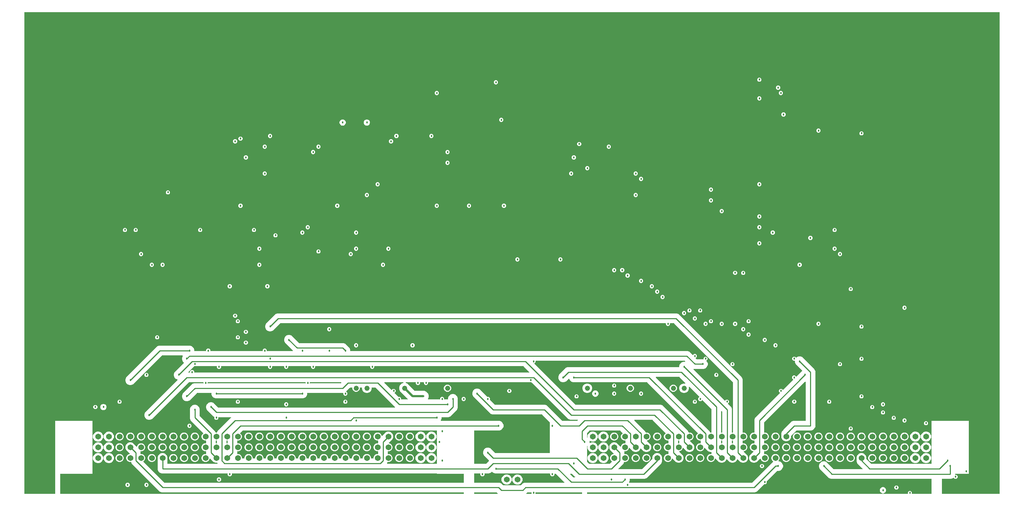
<source format=gbr>
G04 EAGLE Gerber RS-274X export*
G75*
%MOMM*%
%FSLAX34Y34*%
%LPD*%
%INCopper Layer 15*%
%IPPOS*%
%AMOC8*
5,1,8,0,0,1.08239X$1,22.5*%
G01*
%ADD10C,1.371600*%
%ADD11C,1.219200*%
%ADD12C,0.457200*%
%ADD13C,0.254000*%
%ADD14C,0.508000*%

G36*
X76220Y3814D02*
X76220Y3814D01*
X76239Y3812D01*
X76341Y3834D01*
X76443Y3850D01*
X76460Y3860D01*
X76480Y3864D01*
X76569Y3917D01*
X76660Y3966D01*
X76674Y3980D01*
X76691Y3990D01*
X76758Y4069D01*
X76829Y4144D01*
X76838Y4162D01*
X76851Y4177D01*
X76890Y4273D01*
X76933Y4367D01*
X76935Y4387D01*
X76943Y4405D01*
X76961Y4572D01*
X76961Y177039D01*
X164339Y177039D01*
X164339Y51561D01*
X88900Y51561D01*
X88880Y51558D01*
X88861Y51560D01*
X88759Y51538D01*
X88657Y51522D01*
X88640Y51512D01*
X88620Y51508D01*
X88531Y51455D01*
X88440Y51406D01*
X88426Y51392D01*
X88409Y51382D01*
X88342Y51303D01*
X88271Y51228D01*
X88262Y51210D01*
X88249Y51195D01*
X88210Y51099D01*
X88167Y51005D01*
X88165Y50985D01*
X88157Y50967D01*
X88139Y50800D01*
X88139Y4572D01*
X88142Y4552D01*
X88140Y4533D01*
X88162Y4431D01*
X88179Y4329D01*
X88188Y4312D01*
X88192Y4292D01*
X88245Y4203D01*
X88294Y4112D01*
X88308Y4098D01*
X88318Y4081D01*
X88397Y4014D01*
X88472Y3942D01*
X88490Y3934D01*
X88505Y3921D01*
X88601Y3882D01*
X88695Y3839D01*
X88715Y3837D01*
X88733Y3829D01*
X88900Y3811D01*
X1041400Y3811D01*
X1041420Y3814D01*
X1041439Y3812D01*
X1041541Y3834D01*
X1041643Y3850D01*
X1041660Y3860D01*
X1041680Y3864D01*
X1041769Y3917D01*
X1041860Y3966D01*
X1041874Y3980D01*
X1041891Y3990D01*
X1041958Y4069D01*
X1042030Y4144D01*
X1042038Y4162D01*
X1042051Y4177D01*
X1042090Y4273D01*
X1042133Y4367D01*
X1042135Y4387D01*
X1042143Y4405D01*
X1042161Y4572D01*
X1042161Y6858D01*
X1042158Y6877D01*
X1042160Y6895D01*
X1042160Y6896D01*
X1042160Y6897D01*
X1042138Y6999D01*
X1042122Y7101D01*
X1042112Y7118D01*
X1042108Y7138D01*
X1042055Y7227D01*
X1042006Y7318D01*
X1041992Y7332D01*
X1041982Y7349D01*
X1041903Y7416D01*
X1041828Y7488D01*
X1041810Y7496D01*
X1041795Y7509D01*
X1041699Y7548D01*
X1041605Y7591D01*
X1041585Y7593D01*
X1041567Y7601D01*
X1041400Y7619D01*
X327926Y7619D01*
X323725Y9360D01*
X257010Y76075D01*
X255785Y79031D01*
X255723Y79131D01*
X255663Y79231D01*
X255659Y79235D01*
X255655Y79240D01*
X255566Y79315D01*
X255477Y79391D01*
X255471Y79393D01*
X255466Y79397D01*
X255358Y79439D01*
X255248Y79483D01*
X255241Y79484D01*
X255236Y79485D01*
X255218Y79486D01*
X255082Y79501D01*
X252130Y79501D01*
X248676Y80932D01*
X246032Y83576D01*
X244601Y87030D01*
X244601Y90770D01*
X246032Y94224D01*
X248676Y96868D01*
X252217Y98335D01*
X252241Y98338D01*
X252304Y98372D01*
X252371Y98397D01*
X252412Y98429D01*
X252458Y98454D01*
X252507Y98506D01*
X252563Y98550D01*
X252592Y98594D01*
X252627Y98632D01*
X252658Y98697D01*
X252696Y98757D01*
X252709Y98808D01*
X252731Y98855D01*
X252739Y98926D01*
X252757Y98996D01*
X252752Y99048D01*
X252758Y99099D01*
X252743Y99170D01*
X252737Y99241D01*
X252717Y99289D01*
X252706Y99340D01*
X252669Y99401D01*
X252641Y99467D01*
X252596Y99523D01*
X252580Y99551D01*
X252562Y99566D01*
X252536Y99598D01*
X244310Y107825D01*
X242569Y112026D01*
X242569Y116574D01*
X244310Y120775D01*
X247525Y123990D01*
X251726Y125731D01*
X256274Y125731D01*
X260475Y123990D01*
X268702Y115764D01*
X268760Y115722D01*
X268812Y115673D01*
X268859Y115651D01*
X268901Y115620D01*
X268970Y115599D01*
X269035Y115569D01*
X269087Y115563D01*
X269137Y115548D01*
X269208Y115550D01*
X269279Y115542D01*
X269330Y115553D01*
X269382Y115554D01*
X269450Y115579D01*
X269520Y115594D01*
X269565Y115621D01*
X269613Y115639D01*
X269669Y115684D01*
X269731Y115720D01*
X269765Y115760D01*
X269805Y115792D01*
X269844Y115853D01*
X269891Y115907D01*
X269910Y115955D01*
X269938Y115999D01*
X269950Y116047D01*
X271432Y119624D01*
X274076Y122268D01*
X277530Y123699D01*
X281270Y123699D01*
X284724Y122268D01*
X287368Y119624D01*
X288799Y116170D01*
X288799Y112430D01*
X287368Y108976D01*
X284724Y106332D01*
X281270Y104901D01*
X278844Y104901D01*
X278799Y104894D01*
X278753Y104896D01*
X278678Y104874D01*
X278602Y104862D01*
X278561Y104840D01*
X278517Y104827D01*
X278453Y104783D01*
X278384Y104746D01*
X278353Y104713D01*
X278315Y104687D01*
X278269Y104625D01*
X278215Y104568D01*
X278196Y104526D01*
X278168Y104490D01*
X278144Y104416D01*
X278111Y104345D01*
X278106Y104299D01*
X278092Y104256D01*
X278093Y104178D01*
X278084Y104101D01*
X278094Y104056D01*
X278094Y104010D01*
X278131Y103884D01*
X278131Y99060D01*
X278134Y99040D01*
X278132Y99021D01*
X278154Y98919D01*
X278170Y98817D01*
X278180Y98800D01*
X278184Y98780D01*
X278237Y98691D01*
X278286Y98600D01*
X278300Y98586D01*
X278310Y98569D01*
X278389Y98502D01*
X278464Y98430D01*
X278482Y98422D01*
X278497Y98409D01*
X278593Y98370D01*
X278687Y98327D01*
X278707Y98325D01*
X278725Y98317D01*
X278892Y98299D01*
X281270Y98299D01*
X284724Y96868D01*
X287368Y94224D01*
X288799Y90770D01*
X288799Y87030D01*
X287368Y83576D01*
X285142Y81350D01*
X285130Y81334D01*
X285115Y81321D01*
X285059Y81234D01*
X284998Y81150D01*
X284993Y81131D01*
X284982Y81115D01*
X284956Y81014D01*
X284926Y80915D01*
X284927Y80895D01*
X284922Y80876D01*
X284930Y80773D01*
X284932Y80669D01*
X284939Y80651D01*
X284941Y80631D01*
X284981Y80536D01*
X285017Y80438D01*
X285029Y80423D01*
X285037Y80405D01*
X285142Y80274D01*
X334712Y30704D01*
X334786Y30651D01*
X334855Y30591D01*
X334885Y30579D01*
X334912Y30560D01*
X334998Y30533D01*
X335083Y30499D01*
X335124Y30495D01*
X335147Y30488D01*
X335179Y30489D01*
X335250Y30481D01*
X1041400Y30481D01*
X1041420Y30484D01*
X1041439Y30482D01*
X1041541Y30504D01*
X1041643Y30520D01*
X1041660Y30530D01*
X1041680Y30534D01*
X1041769Y30587D01*
X1041860Y30636D01*
X1041874Y30650D01*
X1041891Y30660D01*
X1041958Y30739D01*
X1042030Y30814D01*
X1042038Y30832D01*
X1042051Y30847D01*
X1042090Y30943D01*
X1042133Y31037D01*
X1042135Y31057D01*
X1042143Y31075D01*
X1042161Y31242D01*
X1042161Y50800D01*
X1042158Y50820D01*
X1042160Y50839D01*
X1042138Y50941D01*
X1042122Y51043D01*
X1042112Y51060D01*
X1042108Y51080D01*
X1042055Y51169D01*
X1042006Y51260D01*
X1041992Y51274D01*
X1041982Y51291D01*
X1041903Y51358D01*
X1041828Y51430D01*
X1041810Y51438D01*
X1041795Y51451D01*
X1041699Y51490D01*
X1041605Y51533D01*
X1041585Y51535D01*
X1041567Y51543D01*
X1041400Y51561D01*
X978616Y51561D01*
X978612Y51568D01*
X978608Y51588D01*
X978555Y51677D01*
X978506Y51768D01*
X978492Y51782D01*
X978482Y51799D01*
X978403Y51866D01*
X978328Y51938D01*
X978310Y51946D01*
X978295Y51959D01*
X978199Y51998D01*
X978105Y52041D01*
X978085Y52043D01*
X978067Y52051D01*
X977900Y52069D01*
X494538Y52069D01*
X494518Y52066D01*
X494499Y52068D01*
X494397Y52046D01*
X494295Y52030D01*
X494278Y52020D01*
X494258Y52016D01*
X494169Y51963D01*
X494078Y51914D01*
X494064Y51900D01*
X494047Y51890D01*
X493980Y51811D01*
X493908Y51736D01*
X493900Y51718D01*
X493887Y51703D01*
X493848Y51607D01*
X493805Y51513D01*
X493803Y51493D01*
X493795Y51475D01*
X493777Y51308D01*
X493777Y48801D01*
X490949Y45973D01*
X486951Y45973D01*
X484123Y48801D01*
X484123Y51308D01*
X484120Y51328D01*
X484122Y51347D01*
X484100Y51449D01*
X484084Y51551D01*
X484074Y51568D01*
X484070Y51588D01*
X484017Y51677D01*
X483968Y51768D01*
X483954Y51782D01*
X483944Y51799D01*
X483865Y51866D01*
X483790Y51938D01*
X483772Y51946D01*
X483757Y51959D01*
X483661Y51998D01*
X483567Y52041D01*
X483547Y52043D01*
X483529Y52051D01*
X483362Y52069D01*
X327926Y52069D01*
X323725Y53810D01*
X320510Y57025D01*
X318769Y61226D01*
X318769Y91174D01*
X320510Y95375D01*
X323725Y98590D01*
X327926Y100331D01*
X332474Y100331D01*
X336675Y98590D01*
X339890Y95375D01*
X341631Y91174D01*
X341631Y75692D01*
X341634Y75672D01*
X341632Y75653D01*
X341654Y75551D01*
X341670Y75449D01*
X341680Y75432D01*
X341684Y75412D01*
X341737Y75323D01*
X341786Y75232D01*
X341800Y75218D01*
X341810Y75201D01*
X341889Y75134D01*
X341964Y75062D01*
X341982Y75054D01*
X341997Y75041D01*
X342093Y75002D01*
X342187Y74959D01*
X342207Y74957D01*
X342225Y74949D01*
X342392Y74931D01*
X459544Y74931D01*
X459589Y74938D01*
X459635Y74936D01*
X459710Y74958D01*
X459787Y74970D01*
X459827Y74992D01*
X459872Y75005D01*
X459936Y75049D01*
X460004Y75086D01*
X460036Y75119D01*
X460074Y75145D01*
X460120Y75207D01*
X460174Y75264D01*
X460193Y75306D01*
X460220Y75342D01*
X460245Y75416D01*
X460277Y75487D01*
X460282Y75533D01*
X460297Y75576D01*
X460296Y75654D01*
X460304Y75731D01*
X460295Y75776D01*
X460294Y75822D01*
X460256Y75954D01*
X460252Y75972D01*
X460250Y75976D01*
X460248Y75983D01*
X459827Y76999D01*
X459765Y77099D01*
X459705Y77199D01*
X459700Y77203D01*
X459697Y77208D01*
X459607Y77283D01*
X459518Y77359D01*
X459512Y77361D01*
X459508Y77365D01*
X459399Y77407D01*
X459290Y77451D01*
X459282Y77452D01*
X459278Y77453D01*
X459260Y77454D01*
X459123Y77469D01*
X454926Y77469D01*
X450725Y79210D01*
X442498Y87436D01*
X442440Y87478D01*
X442388Y87527D01*
X442341Y87549D01*
X442299Y87580D01*
X442230Y87601D01*
X442165Y87631D01*
X442113Y87637D01*
X442063Y87652D01*
X441992Y87650D01*
X441921Y87658D01*
X441870Y87647D01*
X441818Y87646D01*
X441750Y87621D01*
X441680Y87606D01*
X441635Y87579D01*
X441587Y87561D01*
X441531Y87516D01*
X441469Y87480D01*
X441435Y87440D01*
X441395Y87408D01*
X441356Y87347D01*
X441309Y87293D01*
X441290Y87245D01*
X441262Y87201D01*
X441250Y87153D01*
X439768Y83576D01*
X437124Y80932D01*
X433670Y79501D01*
X429930Y79501D01*
X426476Y80932D01*
X423832Y83576D01*
X422401Y87030D01*
X422401Y90770D01*
X423832Y94224D01*
X426476Y96868D01*
X429930Y98299D01*
X432356Y98299D01*
X432401Y98306D01*
X432447Y98304D01*
X432522Y98326D01*
X432598Y98338D01*
X432639Y98360D01*
X432683Y98373D01*
X432747Y98417D01*
X432816Y98454D01*
X432847Y98487D01*
X432885Y98513D01*
X432931Y98575D01*
X432985Y98632D01*
X433004Y98674D01*
X433032Y98710D01*
X433056Y98784D01*
X433089Y98855D01*
X433094Y98901D01*
X433108Y98944D01*
X433107Y99022D01*
X433116Y99099D01*
X433106Y99144D01*
X433106Y99190D01*
X433069Y99316D01*
X433069Y104140D01*
X433066Y104160D01*
X433068Y104179D01*
X433046Y104281D01*
X433030Y104383D01*
X433020Y104400D01*
X433016Y104420D01*
X432963Y104509D01*
X432914Y104600D01*
X432900Y104614D01*
X432890Y104631D01*
X432811Y104698D01*
X432736Y104770D01*
X432718Y104778D01*
X432703Y104791D01*
X432607Y104830D01*
X432513Y104873D01*
X432493Y104875D01*
X432475Y104883D01*
X432308Y104901D01*
X429930Y104901D01*
X426476Y106332D01*
X423832Y108976D01*
X422401Y112430D01*
X422401Y116170D01*
X423832Y119624D01*
X426476Y122268D01*
X429930Y123699D01*
X432308Y123699D01*
X432328Y123702D01*
X432347Y123700D01*
X432449Y123722D01*
X432551Y123738D01*
X432568Y123748D01*
X432588Y123752D01*
X432677Y123805D01*
X432768Y123854D01*
X432782Y123868D01*
X432799Y123878D01*
X432866Y123957D01*
X432938Y124032D01*
X432946Y124050D01*
X432959Y124065D01*
X432998Y124161D01*
X433041Y124255D01*
X433043Y124275D01*
X433051Y124293D01*
X433069Y124460D01*
X433069Y129540D01*
X433066Y129560D01*
X433068Y129579D01*
X433046Y129681D01*
X433030Y129783D01*
X433020Y129800D01*
X433016Y129820D01*
X432963Y129909D01*
X432914Y130000D01*
X432900Y130014D01*
X432890Y130031D01*
X432811Y130098D01*
X432736Y130170D01*
X432718Y130178D01*
X432703Y130191D01*
X432607Y130230D01*
X432513Y130273D01*
X432493Y130275D01*
X432475Y130283D01*
X432308Y130301D01*
X429930Y130301D01*
X426476Y131732D01*
X423832Y134376D01*
X422401Y137830D01*
X422401Y141570D01*
X423832Y145024D01*
X426058Y147250D01*
X426070Y147266D01*
X426085Y147279D01*
X426141Y147366D01*
X426202Y147450D01*
X426207Y147469D01*
X426218Y147485D01*
X426244Y147586D01*
X426274Y147685D01*
X426273Y147705D01*
X426278Y147724D01*
X426270Y147827D01*
X426268Y147931D01*
X426261Y147949D01*
X426259Y147969D01*
X426219Y148064D01*
X426183Y148162D01*
X426171Y148177D01*
X426163Y148195D01*
X426058Y148326D01*
X400032Y174352D01*
X396710Y177675D01*
X394969Y181876D01*
X394969Y205474D01*
X396710Y209675D01*
X399925Y212890D01*
X404126Y214631D01*
X408674Y214631D01*
X412875Y212890D01*
X416090Y209675D01*
X417831Y205474D01*
X417831Y189200D01*
X417845Y189110D01*
X417853Y189019D01*
X417865Y188989D01*
X417870Y188957D01*
X417913Y188877D01*
X417949Y188793D01*
X417975Y188761D01*
X417986Y188740D01*
X418009Y188718D01*
X418054Y188662D01*
X454190Y152525D01*
X455415Y149569D01*
X455477Y149469D01*
X455537Y149369D01*
X455541Y149365D01*
X455545Y149360D01*
X455634Y149285D01*
X455723Y149209D01*
X455729Y149207D01*
X455734Y149203D01*
X455842Y149161D01*
X455952Y149117D01*
X455959Y149116D01*
X455964Y149115D01*
X455982Y149114D01*
X456118Y149099D01*
X458282Y149099D01*
X458396Y149118D01*
X458513Y149135D01*
X458518Y149137D01*
X458524Y149138D01*
X458627Y149193D01*
X458732Y149246D01*
X458736Y149251D01*
X458742Y149254D01*
X458822Y149338D01*
X458904Y149422D01*
X458908Y149428D01*
X458911Y149432D01*
X458919Y149449D01*
X458985Y149569D01*
X460210Y152525D01*
X491804Y184120D01*
X491846Y184178D01*
X491895Y184230D01*
X491917Y184277D01*
X491948Y184319D01*
X491969Y184388D01*
X491999Y184453D01*
X492005Y184505D01*
X492020Y184555D01*
X492018Y184626D01*
X492026Y184697D01*
X492015Y184748D01*
X492014Y184800D01*
X491989Y184868D01*
X491974Y184938D01*
X491947Y184983D01*
X491929Y185031D01*
X491884Y185087D01*
X491848Y185149D01*
X491808Y185183D01*
X491776Y185223D01*
X491715Y185262D01*
X491661Y185309D01*
X491613Y185328D01*
X491569Y185356D01*
X491499Y185374D01*
X491433Y185401D01*
X491361Y185409D01*
X491330Y185417D01*
X491307Y185415D01*
X491266Y185419D01*
X462788Y185419D01*
X462768Y185416D01*
X462749Y185418D01*
X462647Y185396D01*
X462545Y185380D01*
X462528Y185370D01*
X462508Y185366D01*
X462419Y185313D01*
X462328Y185264D01*
X462314Y185250D01*
X462297Y185240D01*
X462230Y185161D01*
X462158Y185086D01*
X462150Y185068D01*
X462137Y185053D01*
X462098Y184957D01*
X462055Y184863D01*
X462053Y184843D01*
X462045Y184825D01*
X462027Y184658D01*
X462027Y182151D01*
X459199Y179323D01*
X455201Y179323D01*
X452373Y182151D01*
X452373Y185968D01*
X452355Y186083D01*
X452337Y186199D01*
X452335Y186205D01*
X452334Y186211D01*
X452279Y186313D01*
X452226Y186418D01*
X452221Y186423D01*
X452218Y186428D01*
X452134Y186508D01*
X452050Y186591D01*
X452044Y186594D01*
X452040Y186598D01*
X452023Y186605D01*
X451903Y186671D01*
X450725Y187160D01*
X434810Y203075D01*
X433069Y207276D01*
X433069Y211824D01*
X434810Y216025D01*
X438025Y219240D01*
X442226Y220981D01*
X446774Y220981D01*
X450975Y219240D01*
X461712Y208504D01*
X461786Y208451D01*
X461855Y208391D01*
X461885Y208379D01*
X461912Y208360D01*
X461998Y208333D01*
X462083Y208299D01*
X462124Y208295D01*
X462147Y208288D01*
X462179Y208289D01*
X462250Y208281D01*
X878616Y208281D01*
X878687Y208292D01*
X878758Y208294D01*
X878807Y208312D01*
X878859Y208320D01*
X878922Y208354D01*
X878989Y208379D01*
X879030Y208411D01*
X879076Y208436D01*
X879125Y208488D01*
X879181Y208532D01*
X879210Y208576D01*
X879245Y208614D01*
X879276Y208679D01*
X879314Y208739D01*
X879327Y208790D01*
X879349Y208837D01*
X879357Y208908D01*
X879375Y208978D01*
X879370Y209030D01*
X879376Y209081D01*
X879361Y209152D01*
X879355Y209223D01*
X879335Y209271D01*
X879324Y209322D01*
X879287Y209383D01*
X879259Y209449D01*
X879214Y209505D01*
X879198Y209533D01*
X879180Y209548D01*
X879154Y209580D01*
X833688Y255046D01*
X833614Y255099D01*
X833545Y255159D01*
X833515Y255171D01*
X833488Y255190D01*
X833402Y255217D01*
X833317Y255251D01*
X833276Y255255D01*
X833253Y255262D01*
X833221Y255261D01*
X833150Y255269D01*
X824738Y255269D01*
X824718Y255266D01*
X824699Y255268D01*
X824597Y255246D01*
X824495Y255230D01*
X824478Y255220D01*
X824458Y255216D01*
X824369Y255163D01*
X824278Y255114D01*
X824264Y255100D01*
X824247Y255090D01*
X824180Y255011D01*
X824108Y254936D01*
X824100Y254918D01*
X824087Y254903D01*
X824048Y254807D01*
X824005Y254713D01*
X824003Y254693D01*
X823995Y254675D01*
X823977Y254508D01*
X823977Y251777D01*
X822275Y247669D01*
X819131Y244525D01*
X815023Y242823D01*
X810577Y242823D01*
X806469Y244525D01*
X803325Y247669D01*
X801623Y251777D01*
X801623Y254508D01*
X801620Y254528D01*
X801622Y254547D01*
X801600Y254649D01*
X801584Y254751D01*
X801574Y254768D01*
X801570Y254788D01*
X801517Y254877D01*
X801468Y254968D01*
X801454Y254982D01*
X801444Y254999D01*
X801365Y255066D01*
X801290Y255138D01*
X801272Y255146D01*
X801257Y255159D01*
X801161Y255198D01*
X801067Y255241D01*
X801047Y255243D01*
X801029Y255251D01*
X800862Y255269D01*
X796798Y255269D01*
X796778Y255266D01*
X796759Y255268D01*
X796657Y255246D01*
X796555Y255230D01*
X796538Y255220D01*
X796518Y255216D01*
X796429Y255163D01*
X796338Y255114D01*
X796324Y255100D01*
X796307Y255090D01*
X796240Y255011D01*
X796168Y254936D01*
X796160Y254918D01*
X796147Y254903D01*
X796108Y254807D01*
X796065Y254713D01*
X796063Y254693D01*
X796055Y254675D01*
X796037Y254508D01*
X796037Y252282D01*
X794722Y249108D01*
X792292Y246678D01*
X789118Y245363D01*
X785682Y245363D01*
X782508Y246678D01*
X780078Y249108D01*
X778763Y252282D01*
X778763Y254508D01*
X778760Y254528D01*
X778762Y254547D01*
X778740Y254649D01*
X778724Y254751D01*
X778714Y254768D01*
X778710Y254788D01*
X778657Y254877D01*
X778608Y254968D01*
X778594Y254982D01*
X778584Y254999D01*
X778505Y255066D01*
X778430Y255138D01*
X778412Y255146D01*
X778397Y255159D01*
X778301Y255198D01*
X778207Y255241D01*
X778187Y255243D01*
X778169Y255251D01*
X778002Y255269D01*
X773400Y255269D01*
X773310Y255255D01*
X773219Y255247D01*
X773189Y255235D01*
X773157Y255230D01*
X773077Y255187D01*
X772993Y255151D01*
X772961Y255125D01*
X772940Y255114D01*
X772918Y255091D01*
X772862Y255046D01*
X764509Y246694D01*
X764497Y246677D01*
X764482Y246665D01*
X764426Y246578D01*
X764366Y246494D01*
X764360Y246475D01*
X764349Y246458D01*
X764324Y246357D01*
X764293Y246259D01*
X764294Y246239D01*
X764289Y246219D01*
X764297Y246117D01*
X764300Y246013D01*
X764306Y245994D01*
X764308Y245974D01*
X764348Y245879D01*
X764384Y245782D01*
X764396Y245766D01*
X764404Y245748D01*
X764509Y245617D01*
X766827Y243299D01*
X766827Y239301D01*
X763999Y236473D01*
X760001Y236473D01*
X757173Y239301D01*
X757173Y241808D01*
X757170Y241828D01*
X757172Y241847D01*
X757150Y241949D01*
X757134Y242051D01*
X757124Y242068D01*
X757120Y242088D01*
X757067Y242177D01*
X757018Y242268D01*
X757004Y242282D01*
X756994Y242299D01*
X756915Y242366D01*
X756840Y242438D01*
X756822Y242446D01*
X756807Y242459D01*
X756711Y242498D01*
X756617Y242541D01*
X756597Y242543D01*
X756579Y242551D01*
X756412Y242569D01*
X672592Y242569D01*
X672572Y242566D01*
X672553Y242568D01*
X672451Y242546D01*
X672349Y242530D01*
X672332Y242520D01*
X672312Y242516D01*
X672223Y242463D01*
X672132Y242414D01*
X672118Y242400D01*
X672101Y242390D01*
X672034Y242311D01*
X671962Y242236D01*
X671954Y242218D01*
X671941Y242203D01*
X671902Y242107D01*
X671859Y242013D01*
X671857Y241993D01*
X671849Y241975D01*
X671831Y241808D01*
X671831Y239026D01*
X670090Y234825D01*
X666875Y231610D01*
X662674Y229869D01*
X454926Y229869D01*
X450725Y231610D01*
X447510Y234825D01*
X445769Y239026D01*
X445769Y241808D01*
X445766Y241828D01*
X445768Y241847D01*
X445746Y241949D01*
X445730Y242051D01*
X445720Y242068D01*
X445716Y242088D01*
X445663Y242177D01*
X445614Y242268D01*
X445600Y242282D01*
X445590Y242299D01*
X445511Y242366D01*
X445436Y242438D01*
X445418Y242446D01*
X445403Y242459D01*
X445307Y242498D01*
X445213Y242541D01*
X445193Y242543D01*
X445175Y242551D01*
X445008Y242569D01*
X411450Y242569D01*
X411360Y242555D01*
X411269Y242547D01*
X411239Y242535D01*
X411207Y242530D01*
X411127Y242487D01*
X411043Y242451D01*
X411011Y242425D01*
X410990Y242414D01*
X410968Y242391D01*
X410912Y242346D01*
X393825Y225260D01*
X389624Y223519D01*
X385076Y223519D01*
X380875Y225260D01*
X377660Y228475D01*
X375919Y232676D01*
X375919Y237224D01*
X377660Y241425D01*
X399925Y263690D01*
X404126Y265431D01*
X426212Y265431D01*
X426232Y265434D01*
X426251Y265432D01*
X426353Y265454D01*
X426455Y265470D01*
X426472Y265480D01*
X426492Y265484D01*
X426581Y265537D01*
X426672Y265586D01*
X426686Y265600D01*
X426703Y265610D01*
X426770Y265689D01*
X426842Y265764D01*
X426850Y265782D01*
X426863Y265797D01*
X426902Y265893D01*
X426945Y265987D01*
X426947Y266007D01*
X426955Y266025D01*
X426973Y266192D01*
X426973Y267208D01*
X426970Y267226D01*
X426972Y267243D01*
X426972Y267244D01*
X426972Y267247D01*
X426950Y267349D01*
X426934Y267451D01*
X426924Y267468D01*
X426920Y267488D01*
X426867Y267577D01*
X426818Y267668D01*
X426804Y267682D01*
X426794Y267699D01*
X426715Y267766D01*
X426640Y267838D01*
X426622Y267846D01*
X426607Y267859D01*
X426511Y267898D01*
X426417Y267941D01*
X426397Y267943D01*
X426379Y267951D01*
X426212Y267969D01*
X392400Y267969D01*
X392310Y267955D01*
X392219Y267947D01*
X392189Y267935D01*
X392157Y267930D01*
X392077Y267887D01*
X391993Y267851D01*
X391961Y267825D01*
X391940Y267814D01*
X391936Y267810D01*
X391935Y267810D01*
X391917Y267790D01*
X391862Y267746D01*
X304925Y180810D01*
X300724Y179069D01*
X296176Y179069D01*
X291975Y180810D01*
X288760Y184025D01*
X287019Y188226D01*
X287019Y192774D01*
X288760Y196975D01*
X365275Y273491D01*
X365302Y273528D01*
X365336Y273559D01*
X365374Y273628D01*
X365419Y273691D01*
X365432Y273734D01*
X365455Y273775D01*
X365469Y273852D01*
X365491Y273926D01*
X365490Y273972D01*
X365498Y274017D01*
X365487Y274094D01*
X365485Y274172D01*
X365469Y274215D01*
X365463Y274260D01*
X365427Y274330D01*
X365401Y274403D01*
X365372Y274439D01*
X365351Y274479D01*
X365295Y274534D01*
X365247Y274595D01*
X365208Y274620D01*
X365175Y274652D01*
X365056Y274718D01*
X365040Y274728D01*
X365035Y274729D01*
X365029Y274733D01*
X361825Y276060D01*
X358610Y279275D01*
X356869Y283476D01*
X356869Y288024D01*
X358610Y292225D01*
X380171Y313787D01*
X380183Y313803D01*
X380198Y313815D01*
X380255Y313903D01*
X380315Y313986D01*
X380321Y314005D01*
X380331Y314022D01*
X380357Y314123D01*
X380387Y314222D01*
X380387Y314241D01*
X380391Y314261D01*
X380383Y314364D01*
X380381Y314467D01*
X380374Y314486D01*
X380372Y314506D01*
X380332Y314601D01*
X380296Y314698D01*
X380284Y314714D01*
X380276Y314732D01*
X380171Y314863D01*
X377660Y317375D01*
X375919Y321576D01*
X375919Y326124D01*
X377698Y330417D01*
X377708Y330461D01*
X377727Y330503D01*
X377736Y330580D01*
X377754Y330656D01*
X377749Y330702D01*
X377754Y330747D01*
X377738Y330824D01*
X377731Y330901D01*
X377712Y330943D01*
X377702Y330988D01*
X377662Y331055D01*
X377631Y331126D01*
X377600Y331160D01*
X377576Y331199D01*
X377517Y331250D01*
X377464Y331307D01*
X377424Y331329D01*
X377389Y331359D01*
X377317Y331388D01*
X377249Y331425D01*
X377204Y331434D01*
X377161Y331451D01*
X377025Y331466D01*
X377007Y331469D01*
X377002Y331468D01*
X376994Y331469D01*
X328900Y331469D01*
X328810Y331455D01*
X328719Y331447D01*
X328689Y331435D01*
X328657Y331430D01*
X328577Y331387D01*
X328493Y331351D01*
X328461Y331325D01*
X328440Y331314D01*
X328418Y331291D01*
X328362Y331246D01*
X260475Y263360D01*
X256274Y261619D01*
X251726Y261619D01*
X247525Y263360D01*
X244310Y266575D01*
X242569Y270776D01*
X242569Y275324D01*
X244310Y279525D01*
X317375Y352590D01*
X321576Y354331D01*
X395974Y354331D01*
X400175Y352590D01*
X403390Y349375D01*
X405131Y345174D01*
X405131Y342392D01*
X405134Y342372D01*
X405132Y342353D01*
X405154Y342251D01*
X405170Y342149D01*
X405180Y342132D01*
X405184Y342112D01*
X405237Y342023D01*
X405286Y341932D01*
X405300Y341918D01*
X405310Y341901D01*
X405389Y341834D01*
X405464Y341762D01*
X405482Y341754D01*
X405497Y341741D01*
X405593Y341702D01*
X405687Y341659D01*
X405707Y341657D01*
X405725Y341649D01*
X405892Y341631D01*
X432562Y341631D01*
X432582Y341634D01*
X432601Y341632D01*
X432703Y341654D01*
X432805Y341670D01*
X432822Y341680D01*
X432842Y341684D01*
X432931Y341737D01*
X433022Y341786D01*
X433036Y341800D01*
X433053Y341810D01*
X433120Y341889D01*
X433192Y341964D01*
X433200Y341982D01*
X433213Y341997D01*
X433252Y342093D01*
X433295Y342187D01*
X433297Y342207D01*
X433305Y342225D01*
X433323Y342392D01*
X433323Y344899D01*
X436151Y347727D01*
X440149Y347727D01*
X442977Y344899D01*
X442977Y342392D01*
X442980Y342372D01*
X442978Y342353D01*
X443000Y342251D01*
X443016Y342149D01*
X443026Y342132D01*
X443030Y342112D01*
X443083Y342023D01*
X443132Y341932D01*
X443146Y341918D01*
X443156Y341901D01*
X443235Y341834D01*
X443310Y341762D01*
X443328Y341754D01*
X443343Y341741D01*
X443439Y341702D01*
X443533Y341659D01*
X443553Y341657D01*
X443571Y341649D01*
X443738Y341631D01*
X565912Y341631D01*
X565932Y341634D01*
X565951Y341632D01*
X566053Y341654D01*
X566155Y341670D01*
X566172Y341680D01*
X566192Y341684D01*
X566281Y341737D01*
X566372Y341786D01*
X566386Y341800D01*
X566403Y341810D01*
X566470Y341889D01*
X566542Y341964D01*
X566550Y341982D01*
X566563Y341997D01*
X566602Y342093D01*
X566645Y342187D01*
X566647Y342207D01*
X566655Y342225D01*
X566673Y342392D01*
X566673Y344899D01*
X569501Y347727D01*
X573499Y347727D01*
X576327Y344899D01*
X576327Y342392D01*
X576330Y342372D01*
X576328Y342353D01*
X576350Y342251D01*
X576366Y342149D01*
X576376Y342132D01*
X576380Y342112D01*
X576433Y342023D01*
X576482Y341932D01*
X576496Y341918D01*
X576506Y341901D01*
X576585Y341834D01*
X576660Y341762D01*
X576678Y341754D01*
X576693Y341741D01*
X576789Y341702D01*
X576883Y341659D01*
X576903Y341657D01*
X576921Y341649D01*
X577088Y341631D01*
X637316Y341631D01*
X637387Y341642D01*
X637458Y341644D01*
X637507Y341662D01*
X637559Y341670D01*
X637622Y341704D01*
X637689Y341729D01*
X637730Y341761D01*
X637776Y341786D01*
X637825Y341838D01*
X637881Y341882D01*
X637910Y341926D01*
X637945Y341964D01*
X637976Y342029D01*
X638014Y342089D01*
X638027Y342140D01*
X638049Y342187D01*
X638057Y342258D01*
X638075Y342328D01*
X638070Y342380D01*
X638076Y342431D01*
X638061Y342502D01*
X638055Y342573D01*
X638035Y342621D01*
X638024Y342672D01*
X637987Y342733D01*
X637959Y342799D01*
X637914Y342855D01*
X637898Y342883D01*
X637880Y342898D01*
X637854Y342930D01*
X618960Y361825D01*
X617219Y366026D01*
X617219Y370574D01*
X618960Y374775D01*
X622175Y377990D01*
X626376Y379731D01*
X630924Y379731D01*
X635125Y377990D01*
X652212Y360904D01*
X652286Y360851D01*
X652355Y360791D01*
X652385Y360779D01*
X652412Y360760D01*
X652498Y360733D01*
X652583Y360699D01*
X652624Y360695D01*
X652647Y360688D01*
X652679Y360689D01*
X652750Y360681D01*
X757924Y360681D01*
X762125Y358940D01*
X771690Y349375D01*
X773431Y345174D01*
X773431Y342392D01*
X773434Y342372D01*
X773432Y342353D01*
X773454Y342251D01*
X773470Y342149D01*
X773480Y342132D01*
X773484Y342112D01*
X773537Y342023D01*
X773586Y341932D01*
X773600Y341918D01*
X773610Y341901D01*
X773689Y341834D01*
X773764Y341762D01*
X773782Y341754D01*
X773797Y341741D01*
X773893Y341702D01*
X773987Y341659D01*
X774007Y341657D01*
X774025Y341649D01*
X774192Y341631D01*
X1570724Y341631D01*
X1574925Y339890D01*
X1582106Y332709D01*
X1582123Y332697D01*
X1582135Y332682D01*
X1582222Y332626D01*
X1582306Y332566D01*
X1582325Y332560D01*
X1582342Y332549D01*
X1582442Y332524D01*
X1582541Y332493D01*
X1582561Y332494D01*
X1582580Y332489D01*
X1582683Y332497D01*
X1582787Y332500D01*
X1582806Y332506D01*
X1582826Y332508D01*
X1582921Y332548D01*
X1583018Y332584D01*
X1583034Y332596D01*
X1583052Y332604D01*
X1583183Y332709D01*
X1585501Y335027D01*
X1589499Y335027D01*
X1592327Y332199D01*
X1592327Y328201D01*
X1590009Y325883D01*
X1589997Y325867D01*
X1589982Y325854D01*
X1589926Y325767D01*
X1589866Y325683D01*
X1589860Y325664D01*
X1589849Y325647D01*
X1589824Y325547D01*
X1589793Y325448D01*
X1589794Y325428D01*
X1589789Y325409D01*
X1589797Y325306D01*
X1589800Y325202D01*
X1589806Y325183D01*
X1589808Y325164D01*
X1589848Y325069D01*
X1589884Y324971D01*
X1589896Y324956D01*
X1589904Y324937D01*
X1590009Y324806D01*
X1592012Y322804D01*
X1592086Y322751D01*
X1592155Y322691D01*
X1592185Y322679D01*
X1592212Y322660D01*
X1592299Y322633D01*
X1592383Y322599D01*
X1592424Y322595D01*
X1592447Y322588D01*
X1592479Y322589D01*
X1592550Y322581D01*
X1607312Y322581D01*
X1607332Y322584D01*
X1607351Y322582D01*
X1607453Y322604D01*
X1607555Y322620D01*
X1607572Y322630D01*
X1607592Y322634D01*
X1607681Y322687D01*
X1607772Y322736D01*
X1607786Y322750D01*
X1607803Y322760D01*
X1607870Y322839D01*
X1607942Y322914D01*
X1607950Y322932D01*
X1607963Y322947D01*
X1608002Y323043D01*
X1608045Y323137D01*
X1608047Y323157D01*
X1608055Y323175D01*
X1608073Y323342D01*
X1608073Y325849D01*
X1610901Y328677D01*
X1614899Y328677D01*
X1617727Y325849D01*
X1617727Y321851D01*
X1615409Y319533D01*
X1615397Y319517D01*
X1615382Y319504D01*
X1615326Y319417D01*
X1615266Y319333D01*
X1615260Y319314D01*
X1615249Y319297D01*
X1615224Y319197D01*
X1615193Y319098D01*
X1615194Y319078D01*
X1615189Y319059D01*
X1615197Y318956D01*
X1615200Y318852D01*
X1615206Y318833D01*
X1615208Y318814D01*
X1615248Y318719D01*
X1615284Y318621D01*
X1615296Y318606D01*
X1615304Y318587D01*
X1615391Y318479D01*
X1615392Y318477D01*
X1615393Y318477D01*
X1615409Y318456D01*
X1616240Y317625D01*
X1617981Y313424D01*
X1617981Y308876D01*
X1616240Y304675D01*
X1613025Y301460D01*
X1608824Y299719D01*
X1585184Y299719D01*
X1585113Y299708D01*
X1585042Y299706D01*
X1584993Y299688D01*
X1584941Y299680D01*
X1584878Y299646D01*
X1584811Y299621D01*
X1584770Y299589D01*
X1584724Y299564D01*
X1584675Y299513D01*
X1584619Y299468D01*
X1584590Y299424D01*
X1584555Y299386D01*
X1584524Y299321D01*
X1584486Y299261D01*
X1584473Y299210D01*
X1584451Y299163D01*
X1584443Y299092D01*
X1584425Y299022D01*
X1584430Y298970D01*
X1584424Y298919D01*
X1584439Y298848D01*
X1584445Y298777D01*
X1584465Y298729D01*
X1584476Y298678D01*
X1584513Y298617D01*
X1584541Y298551D01*
X1584586Y298495D01*
X1584602Y298467D01*
X1584620Y298452D01*
X1584646Y298420D01*
X1658306Y224759D01*
X1658323Y224747D01*
X1658335Y224732D01*
X1658422Y224676D01*
X1658506Y224616D01*
X1658525Y224610D01*
X1658542Y224599D01*
X1658642Y224574D01*
X1658741Y224543D01*
X1658761Y224544D01*
X1658780Y224539D01*
X1658883Y224547D01*
X1658987Y224550D01*
X1659006Y224556D01*
X1659026Y224558D01*
X1659120Y224598D01*
X1659218Y224634D01*
X1659234Y224646D01*
X1659252Y224654D01*
X1659383Y224759D01*
X1661701Y227077D01*
X1665699Y227077D01*
X1668527Y224249D01*
X1668527Y220251D01*
X1666209Y217933D01*
X1666197Y217917D01*
X1666182Y217904D01*
X1666126Y217817D01*
X1666066Y217733D01*
X1666060Y217714D01*
X1666049Y217697D01*
X1666024Y217597D01*
X1665993Y217498D01*
X1665994Y217478D01*
X1665989Y217459D01*
X1665997Y217356D01*
X1666000Y217252D01*
X1666006Y217233D01*
X1666008Y217214D01*
X1666048Y217119D01*
X1666084Y217021D01*
X1666096Y217006D01*
X1666104Y216987D01*
X1666209Y216856D01*
X1670068Y212998D01*
X1673390Y209675D01*
X1675131Y205474D01*
X1675131Y149860D01*
X1675134Y149840D01*
X1675132Y149821D01*
X1675154Y149719D01*
X1675170Y149617D01*
X1675180Y149600D01*
X1675184Y149580D01*
X1675237Y149491D01*
X1675286Y149400D01*
X1675300Y149386D01*
X1675310Y149369D01*
X1675389Y149302D01*
X1675464Y149230D01*
X1675482Y149222D01*
X1675497Y149209D01*
X1675593Y149170D01*
X1675687Y149127D01*
X1675707Y149125D01*
X1675725Y149117D01*
X1675892Y149099D01*
X1676908Y149099D01*
X1676928Y149102D01*
X1676947Y149100D01*
X1677049Y149122D01*
X1677151Y149138D01*
X1677168Y149148D01*
X1677188Y149152D01*
X1677277Y149205D01*
X1677368Y149254D01*
X1677382Y149268D01*
X1677399Y149278D01*
X1677466Y149357D01*
X1677538Y149432D01*
X1677546Y149450D01*
X1677559Y149465D01*
X1677598Y149561D01*
X1677641Y149655D01*
X1677643Y149675D01*
X1677651Y149693D01*
X1677669Y149860D01*
X1677669Y268000D01*
X1677655Y268090D01*
X1677647Y268181D01*
X1677635Y268211D01*
X1677630Y268243D01*
X1677587Y268323D01*
X1677551Y268407D01*
X1677525Y268439D01*
X1677514Y268460D01*
X1677491Y268482D01*
X1677446Y268538D01*
X1538538Y407446D01*
X1538464Y407499D01*
X1538395Y407559D01*
X1538365Y407571D01*
X1538338Y407590D01*
X1538252Y407617D01*
X1538167Y407651D01*
X1538126Y407655D01*
X1538103Y407662D01*
X1538071Y407661D01*
X1538000Y407669D01*
X1529588Y407669D01*
X1529568Y407666D01*
X1529549Y407668D01*
X1529447Y407646D01*
X1529345Y407630D01*
X1529328Y407620D01*
X1529308Y407616D01*
X1529219Y407563D01*
X1529128Y407514D01*
X1529114Y407500D01*
X1529097Y407490D01*
X1529030Y407411D01*
X1528958Y407336D01*
X1528950Y407318D01*
X1528937Y407303D01*
X1528898Y407207D01*
X1528855Y407113D01*
X1528853Y407093D01*
X1528845Y407075D01*
X1528827Y406908D01*
X1528827Y404401D01*
X1525999Y401573D01*
X1522001Y401573D01*
X1519173Y404401D01*
X1519173Y406908D01*
X1519170Y406928D01*
X1519172Y406947D01*
X1519150Y407049D01*
X1519134Y407151D01*
X1519124Y407168D01*
X1519120Y407188D01*
X1519067Y407277D01*
X1519018Y407368D01*
X1519004Y407382D01*
X1518994Y407399D01*
X1518915Y407466D01*
X1518840Y407538D01*
X1518822Y407546D01*
X1518807Y407559D01*
X1518711Y407598D01*
X1518617Y407641D01*
X1518597Y407643D01*
X1518579Y407651D01*
X1518412Y407669D01*
X608300Y407669D01*
X608210Y407655D01*
X608119Y407647D01*
X608089Y407635D01*
X608057Y407630D01*
X607977Y407587D01*
X607893Y407551D01*
X607861Y407525D01*
X607840Y407514D01*
X607818Y407491D01*
X607762Y407446D01*
X590675Y390360D01*
X586474Y388619D01*
X581926Y388619D01*
X577725Y390360D01*
X574510Y393575D01*
X572769Y397776D01*
X572769Y402324D01*
X574510Y406525D01*
X596775Y428790D01*
X600976Y430531D01*
X1545324Y430531D01*
X1549525Y428790D01*
X1698790Y279525D01*
X1700531Y275324D01*
X1700531Y149860D01*
X1700534Y149840D01*
X1700532Y149821D01*
X1700554Y149719D01*
X1700570Y149617D01*
X1700580Y149600D01*
X1700584Y149580D01*
X1700637Y149491D01*
X1700686Y149400D01*
X1700700Y149386D01*
X1700710Y149369D01*
X1700789Y149302D01*
X1700864Y149230D01*
X1700882Y149222D01*
X1700897Y149209D01*
X1700993Y149170D01*
X1701087Y149127D01*
X1701107Y149125D01*
X1701125Y149117D01*
X1701292Y149099D01*
X1703670Y149099D01*
X1707124Y147668D01*
X1709768Y145024D01*
X1711199Y141570D01*
X1711199Y137830D01*
X1709768Y134376D01*
X1707124Y131732D01*
X1703670Y130301D01*
X1701292Y130301D01*
X1701272Y130298D01*
X1701253Y130300D01*
X1701151Y130278D01*
X1701049Y130262D01*
X1701032Y130252D01*
X1701012Y130248D01*
X1700923Y130195D01*
X1700832Y130146D01*
X1700818Y130132D01*
X1700801Y130122D01*
X1700734Y130043D01*
X1700662Y129968D01*
X1700654Y129950D01*
X1700641Y129935D01*
X1700602Y129839D01*
X1700559Y129745D01*
X1700557Y129725D01*
X1700549Y129707D01*
X1700531Y129540D01*
X1700531Y124460D01*
X1700534Y124440D01*
X1700532Y124421D01*
X1700554Y124319D01*
X1700570Y124217D01*
X1700580Y124200D01*
X1700584Y124180D01*
X1700637Y124091D01*
X1700686Y124000D01*
X1700700Y123986D01*
X1700710Y123969D01*
X1700789Y123902D01*
X1700864Y123830D01*
X1700882Y123822D01*
X1700897Y123809D01*
X1700993Y123770D01*
X1701087Y123727D01*
X1701107Y123725D01*
X1701125Y123717D01*
X1701292Y123699D01*
X1703670Y123699D01*
X1707124Y122268D01*
X1709768Y119624D01*
X1711199Y116170D01*
X1711199Y112430D01*
X1709768Y108976D01*
X1707124Y106332D01*
X1703583Y104865D01*
X1703559Y104862D01*
X1703496Y104828D01*
X1703429Y104803D01*
X1703388Y104771D01*
X1703342Y104746D01*
X1703293Y104694D01*
X1703237Y104650D01*
X1703208Y104606D01*
X1703173Y104568D01*
X1703142Y104503D01*
X1703104Y104443D01*
X1703091Y104392D01*
X1703069Y104345D01*
X1703061Y104274D01*
X1703043Y104204D01*
X1703048Y104152D01*
X1703042Y104101D01*
X1703057Y104030D01*
X1703063Y103959D01*
X1703083Y103911D01*
X1703094Y103860D01*
X1703131Y103799D01*
X1703159Y103733D01*
X1703204Y103677D01*
X1703220Y103649D01*
X1703238Y103634D01*
X1703264Y103602D01*
X1711490Y95375D01*
X1713231Y91174D01*
X1713231Y86626D01*
X1711490Y82425D01*
X1708275Y79210D01*
X1704074Y77469D01*
X1699526Y77469D01*
X1695325Y79210D01*
X1688659Y85875D01*
X1688622Y85902D01*
X1688591Y85936D01*
X1688522Y85974D01*
X1688459Y86019D01*
X1688416Y86032D01*
X1688375Y86055D01*
X1688298Y86069D01*
X1688224Y86091D01*
X1688178Y86090D01*
X1688133Y86098D01*
X1688056Y86087D01*
X1687978Y86085D01*
X1687935Y86069D01*
X1687890Y86063D01*
X1687820Y86027D01*
X1687747Y86001D01*
X1687711Y85972D01*
X1687671Y85951D01*
X1687616Y85895D01*
X1687555Y85847D01*
X1687530Y85808D01*
X1687498Y85775D01*
X1687432Y85656D01*
X1687422Y85640D01*
X1687421Y85635D01*
X1687417Y85629D01*
X1686090Y82425D01*
X1682875Y79210D01*
X1678674Y77469D01*
X1674126Y77469D01*
X1669925Y79210D01*
X1663259Y85876D01*
X1663222Y85902D01*
X1663191Y85936D01*
X1663122Y85974D01*
X1663059Y86019D01*
X1663015Y86033D01*
X1662975Y86055D01*
X1662899Y86069D01*
X1662824Y86091D01*
X1662778Y86090D01*
X1662733Y86098D01*
X1662656Y86087D01*
X1662578Y86085D01*
X1662535Y86069D01*
X1662490Y86063D01*
X1662420Y86027D01*
X1662347Y86001D01*
X1662311Y85972D01*
X1662271Y85951D01*
X1662216Y85896D01*
X1662155Y85847D01*
X1662130Y85808D01*
X1662098Y85776D01*
X1662032Y85656D01*
X1662022Y85640D01*
X1662021Y85635D01*
X1662017Y85629D01*
X1660690Y82425D01*
X1657475Y79210D01*
X1653274Y77469D01*
X1648726Y77469D01*
X1644525Y79210D01*
X1636298Y87436D01*
X1636240Y87478D01*
X1636188Y87527D01*
X1636141Y87549D01*
X1636099Y87580D01*
X1636030Y87601D01*
X1635965Y87631D01*
X1635913Y87637D01*
X1635863Y87652D01*
X1635792Y87650D01*
X1635721Y87658D01*
X1635670Y87647D01*
X1635618Y87646D01*
X1635550Y87621D01*
X1635480Y87606D01*
X1635435Y87579D01*
X1635387Y87561D01*
X1635331Y87516D01*
X1635269Y87480D01*
X1635235Y87440D01*
X1635195Y87408D01*
X1635156Y87347D01*
X1635109Y87293D01*
X1635090Y87245D01*
X1635062Y87201D01*
X1635050Y87153D01*
X1633568Y83576D01*
X1630924Y80932D01*
X1627470Y79501D01*
X1623730Y79501D01*
X1620276Y80932D01*
X1617632Y83576D01*
X1616201Y87030D01*
X1616201Y90770D01*
X1617632Y94224D01*
X1620276Y96868D01*
X1623730Y98299D01*
X1626156Y98299D01*
X1626201Y98306D01*
X1626247Y98304D01*
X1626322Y98326D01*
X1626398Y98338D01*
X1626439Y98360D01*
X1626483Y98373D01*
X1626547Y98417D01*
X1626616Y98454D01*
X1626647Y98487D01*
X1626685Y98513D01*
X1626731Y98575D01*
X1626785Y98632D01*
X1626804Y98674D01*
X1626832Y98710D01*
X1626856Y98784D01*
X1626889Y98855D01*
X1626894Y98901D01*
X1626908Y98944D01*
X1626907Y99022D01*
X1626916Y99099D01*
X1626906Y99144D01*
X1626906Y99190D01*
X1626869Y99316D01*
X1626869Y102108D01*
X1626866Y102128D01*
X1626868Y102147D01*
X1626846Y102249D01*
X1626830Y102351D01*
X1626820Y102368D01*
X1626816Y102388D01*
X1626763Y102477D01*
X1626714Y102568D01*
X1626700Y102582D01*
X1626690Y102599D01*
X1626611Y102666D01*
X1626536Y102738D01*
X1626518Y102746D01*
X1626503Y102759D01*
X1626407Y102798D01*
X1626313Y102841D01*
X1626293Y102843D01*
X1626275Y102851D01*
X1626108Y102869D01*
X1623326Y102869D01*
X1619125Y104610D01*
X1610898Y112836D01*
X1610840Y112878D01*
X1610788Y112927D01*
X1610741Y112949D01*
X1610699Y112980D01*
X1610630Y113001D01*
X1610565Y113031D01*
X1610513Y113037D01*
X1610463Y113052D01*
X1610392Y113050D01*
X1610321Y113058D01*
X1610270Y113047D01*
X1610218Y113046D01*
X1610150Y113021D01*
X1610080Y113006D01*
X1610035Y112979D01*
X1609987Y112961D01*
X1609931Y112916D01*
X1609869Y112880D01*
X1609835Y112840D01*
X1609795Y112808D01*
X1609756Y112747D01*
X1609709Y112693D01*
X1609690Y112645D01*
X1609662Y112601D01*
X1609650Y112553D01*
X1608168Y108976D01*
X1605524Y106332D01*
X1602070Y104901D01*
X1598330Y104901D01*
X1594876Y106332D01*
X1592232Y108976D01*
X1590801Y112430D01*
X1590801Y116170D01*
X1592232Y119624D01*
X1594876Y122268D01*
X1598330Y123699D01*
X1600756Y123699D01*
X1600801Y123706D01*
X1600847Y123704D01*
X1600922Y123726D01*
X1600998Y123738D01*
X1601039Y123760D01*
X1601083Y123773D01*
X1601147Y123817D01*
X1601216Y123854D01*
X1601247Y123887D01*
X1601285Y123913D01*
X1601331Y123975D01*
X1601385Y124032D01*
X1601404Y124074D01*
X1601432Y124110D01*
X1601456Y124184D01*
X1601489Y124255D01*
X1601494Y124301D01*
X1601508Y124344D01*
X1601507Y124422D01*
X1601516Y124499D01*
X1601506Y124544D01*
X1601506Y124590D01*
X1601469Y124716D01*
X1601469Y129540D01*
X1601466Y129560D01*
X1601468Y129579D01*
X1601446Y129681D01*
X1601430Y129783D01*
X1601420Y129800D01*
X1601416Y129820D01*
X1601363Y129909D01*
X1601314Y130000D01*
X1601300Y130014D01*
X1601290Y130031D01*
X1601211Y130098D01*
X1601136Y130170D01*
X1601118Y130178D01*
X1601103Y130191D01*
X1601007Y130230D01*
X1600913Y130273D01*
X1600893Y130275D01*
X1600875Y130283D01*
X1600708Y130301D01*
X1598330Y130301D01*
X1594876Y131732D01*
X1592232Y134376D01*
X1590801Y137830D01*
X1590801Y141570D01*
X1592232Y145024D01*
X1594458Y147250D01*
X1594470Y147266D01*
X1594485Y147279D01*
X1594541Y147366D01*
X1594602Y147450D01*
X1594607Y147469D01*
X1594618Y147485D01*
X1594644Y147586D01*
X1594674Y147685D01*
X1594673Y147705D01*
X1594678Y147724D01*
X1594670Y147827D01*
X1594668Y147931D01*
X1594661Y147949D01*
X1594659Y147969D01*
X1594619Y148064D01*
X1594583Y148162D01*
X1594571Y148177D01*
X1594563Y148195D01*
X1594458Y148326D01*
X1475038Y267746D01*
X1474964Y267799D01*
X1474895Y267859D01*
X1474865Y267871D01*
X1474838Y267890D01*
X1474752Y267917D01*
X1474667Y267951D01*
X1474626Y267955D01*
X1474603Y267962D01*
X1474571Y267961D01*
X1474500Y267969D01*
X1299476Y267969D01*
X1295275Y269710D01*
X1292060Y272925D01*
X1290733Y276129D01*
X1290708Y276167D01*
X1290693Y276211D01*
X1290644Y276271D01*
X1290603Y276338D01*
X1290568Y276367D01*
X1290539Y276403D01*
X1290473Y276445D01*
X1290413Y276494D01*
X1290371Y276511D01*
X1290332Y276536D01*
X1290256Y276555D01*
X1290184Y276583D01*
X1290138Y276585D01*
X1290093Y276596D01*
X1290016Y276590D01*
X1289938Y276593D01*
X1289894Y276580D01*
X1289848Y276577D01*
X1289777Y276546D01*
X1289702Y276524D01*
X1289664Y276498D01*
X1289622Y276480D01*
X1289515Y276395D01*
X1289500Y276384D01*
X1289497Y276380D01*
X1289491Y276375D01*
X1282825Y269710D01*
X1278624Y267969D01*
X1274076Y267969D01*
X1269875Y269710D01*
X1266660Y272925D01*
X1264919Y277126D01*
X1264919Y281674D01*
X1266660Y285875D01*
X1282575Y301790D01*
X1286776Y303531D01*
X1549908Y303531D01*
X1549928Y303534D01*
X1549947Y303532D01*
X1550049Y303554D01*
X1550151Y303570D01*
X1550168Y303580D01*
X1550188Y303584D01*
X1550277Y303637D01*
X1550368Y303686D01*
X1550382Y303700D01*
X1550399Y303710D01*
X1550466Y303789D01*
X1550538Y303864D01*
X1550546Y303882D01*
X1550559Y303897D01*
X1550598Y303993D01*
X1550641Y304087D01*
X1550643Y304107D01*
X1550651Y304125D01*
X1550669Y304292D01*
X1550669Y307074D01*
X1552410Y311275D01*
X1555625Y314490D01*
X1559826Y316231D01*
X1564416Y316231D01*
X1564487Y316242D01*
X1564558Y316244D01*
X1564607Y316262D01*
X1564659Y316270D01*
X1564722Y316304D01*
X1564789Y316329D01*
X1564830Y316361D01*
X1564876Y316386D01*
X1564925Y316438D01*
X1564981Y316482D01*
X1565010Y316526D01*
X1565045Y316564D01*
X1565076Y316629D01*
X1565114Y316689D01*
X1565127Y316740D01*
X1565149Y316787D01*
X1565157Y316858D01*
X1565175Y316928D01*
X1565170Y316980D01*
X1565176Y317031D01*
X1565161Y317102D01*
X1565155Y317173D01*
X1565135Y317221D01*
X1565124Y317272D01*
X1565087Y317333D01*
X1565059Y317399D01*
X1565014Y317455D01*
X1564998Y317483D01*
X1564980Y317498D01*
X1564954Y317530D01*
X1563938Y318546D01*
X1563864Y318599D01*
X1563795Y318659D01*
X1563765Y318671D01*
X1563738Y318690D01*
X1563651Y318717D01*
X1563567Y318751D01*
X1563526Y318755D01*
X1563503Y318762D01*
X1563471Y318761D01*
X1563400Y318769D01*
X1212088Y318769D01*
X1212068Y318766D01*
X1212049Y318768D01*
X1211947Y318746D01*
X1211845Y318730D01*
X1211828Y318720D01*
X1211808Y318716D01*
X1211719Y318663D01*
X1211628Y318614D01*
X1211614Y318600D01*
X1211597Y318590D01*
X1211530Y318511D01*
X1211458Y318436D01*
X1211450Y318418D01*
X1211437Y318403D01*
X1211398Y318307D01*
X1211355Y318213D01*
X1211353Y318193D01*
X1211345Y318175D01*
X1211327Y318008D01*
X1211327Y315501D01*
X1209009Y313183D01*
X1208997Y313167D01*
X1208982Y313154D01*
X1208926Y313067D01*
X1208866Y312983D01*
X1208860Y312964D01*
X1208849Y312947D01*
X1208824Y312847D01*
X1208793Y312748D01*
X1208794Y312728D01*
X1208789Y312709D01*
X1208797Y312606D01*
X1208800Y312502D01*
X1208806Y312483D01*
X1208808Y312464D01*
X1208848Y312369D01*
X1208884Y312271D01*
X1208896Y312256D01*
X1208904Y312237D01*
X1209009Y312106D01*
X1306262Y214854D01*
X1306336Y214801D01*
X1306405Y214741D01*
X1306435Y214729D01*
X1306462Y214710D01*
X1306548Y214683D01*
X1306633Y214649D01*
X1306674Y214645D01*
X1306697Y214638D01*
X1306729Y214639D01*
X1306800Y214631D01*
X1507224Y214631D01*
X1511425Y212890D01*
X1571790Y152525D01*
X1573015Y149569D01*
X1573077Y149469D01*
X1573137Y149369D01*
X1573141Y149365D01*
X1573145Y149360D01*
X1573234Y149285D01*
X1573323Y149209D01*
X1573329Y149207D01*
X1573334Y149203D01*
X1573442Y149161D01*
X1573552Y149117D01*
X1573559Y149116D01*
X1573564Y149115D01*
X1573582Y149114D01*
X1573718Y149099D01*
X1576670Y149099D01*
X1580124Y147668D01*
X1582768Y145024D01*
X1584199Y141570D01*
X1584199Y137830D01*
X1582768Y134376D01*
X1580124Y131732D01*
X1576583Y130265D01*
X1576559Y130262D01*
X1576496Y130228D01*
X1576429Y130203D01*
X1576388Y130171D01*
X1576342Y130146D01*
X1576293Y130094D01*
X1576237Y130050D01*
X1576208Y130006D01*
X1576173Y129968D01*
X1576142Y129903D01*
X1576104Y129843D01*
X1576091Y129792D01*
X1576069Y129745D01*
X1576061Y129674D01*
X1576043Y129604D01*
X1576048Y129552D01*
X1576042Y129501D01*
X1576057Y129430D01*
X1576063Y129359D01*
X1576083Y129311D01*
X1576094Y129260D01*
X1576131Y129199D01*
X1576159Y129133D01*
X1576204Y129077D01*
X1576220Y129049D01*
X1576238Y129034D01*
X1576264Y129002D01*
X1584490Y120775D01*
X1586231Y116574D01*
X1586231Y112026D01*
X1584490Y107825D01*
X1581275Y104610D01*
X1577074Y102869D01*
X1572526Y102869D01*
X1568325Y104610D01*
X1560098Y112836D01*
X1560040Y112878D01*
X1559988Y112927D01*
X1559941Y112949D01*
X1559899Y112980D01*
X1559830Y113001D01*
X1559765Y113031D01*
X1559713Y113037D01*
X1559663Y113052D01*
X1559592Y113050D01*
X1559521Y113058D01*
X1559470Y113047D01*
X1559418Y113046D01*
X1559350Y113021D01*
X1559280Y113006D01*
X1559235Y112979D01*
X1559187Y112961D01*
X1559131Y112916D01*
X1559069Y112880D01*
X1559035Y112840D01*
X1558995Y112808D01*
X1558956Y112747D01*
X1558909Y112693D01*
X1558890Y112645D01*
X1558862Y112601D01*
X1558850Y112553D01*
X1557368Y108976D01*
X1554724Y106332D01*
X1551183Y104865D01*
X1551159Y104862D01*
X1551096Y104828D01*
X1551029Y104803D01*
X1550988Y104771D01*
X1550942Y104746D01*
X1550893Y104694D01*
X1550837Y104650D01*
X1550808Y104606D01*
X1550773Y104568D01*
X1550742Y104503D01*
X1550704Y104443D01*
X1550691Y104392D01*
X1550669Y104345D01*
X1550661Y104274D01*
X1550643Y104204D01*
X1550648Y104152D01*
X1550642Y104101D01*
X1550657Y104030D01*
X1550663Y103959D01*
X1550683Y103911D01*
X1550694Y103860D01*
X1550731Y103799D01*
X1550759Y103733D01*
X1550804Y103677D01*
X1550820Y103649D01*
X1550838Y103634D01*
X1550864Y103602D01*
X1559090Y95375D01*
X1560831Y91174D01*
X1560831Y86626D01*
X1559090Y82425D01*
X1555875Y79210D01*
X1551674Y77469D01*
X1547126Y77469D01*
X1542925Y79210D01*
X1534698Y87436D01*
X1534640Y87478D01*
X1534588Y87527D01*
X1534541Y87549D01*
X1534499Y87580D01*
X1534430Y87601D01*
X1534365Y87631D01*
X1534313Y87637D01*
X1534263Y87652D01*
X1534192Y87650D01*
X1534121Y87658D01*
X1534070Y87647D01*
X1534018Y87646D01*
X1533950Y87621D01*
X1533880Y87606D01*
X1533835Y87579D01*
X1533787Y87561D01*
X1533731Y87516D01*
X1533669Y87480D01*
X1533635Y87440D01*
X1533595Y87408D01*
X1533556Y87347D01*
X1533509Y87293D01*
X1533490Y87245D01*
X1533462Y87201D01*
X1533450Y87153D01*
X1531968Y83576D01*
X1529324Y80932D01*
X1525870Y79501D01*
X1522130Y79501D01*
X1518676Y80932D01*
X1516032Y83576D01*
X1514601Y87030D01*
X1514601Y90770D01*
X1516032Y94224D01*
X1518676Y96868D01*
X1522130Y98299D01*
X1524556Y98299D01*
X1524601Y98306D01*
X1524647Y98304D01*
X1524722Y98326D01*
X1524798Y98338D01*
X1524839Y98360D01*
X1524883Y98373D01*
X1524947Y98417D01*
X1525016Y98454D01*
X1525047Y98487D01*
X1525085Y98513D01*
X1525131Y98575D01*
X1525185Y98632D01*
X1525204Y98674D01*
X1525232Y98710D01*
X1525256Y98784D01*
X1525289Y98855D01*
X1525294Y98901D01*
X1525308Y98944D01*
X1525307Y99022D01*
X1525316Y99099D01*
X1525306Y99144D01*
X1525306Y99190D01*
X1525269Y99316D01*
X1525269Y104140D01*
X1525266Y104160D01*
X1525268Y104179D01*
X1525246Y104281D01*
X1525230Y104383D01*
X1525220Y104400D01*
X1525216Y104420D01*
X1525163Y104509D01*
X1525114Y104600D01*
X1525100Y104614D01*
X1525090Y104631D01*
X1525011Y104698D01*
X1524936Y104770D01*
X1524918Y104778D01*
X1524903Y104791D01*
X1524807Y104830D01*
X1524713Y104873D01*
X1524693Y104875D01*
X1524675Y104883D01*
X1524508Y104901D01*
X1522130Y104901D01*
X1518676Y106332D01*
X1516032Y108976D01*
X1514601Y112430D01*
X1514601Y116170D01*
X1516032Y119624D01*
X1518676Y122268D01*
X1522130Y123699D01*
X1524508Y123699D01*
X1524528Y123702D01*
X1524547Y123700D01*
X1524649Y123722D01*
X1524751Y123738D01*
X1524768Y123748D01*
X1524788Y123752D01*
X1524877Y123805D01*
X1524968Y123854D01*
X1524982Y123868D01*
X1524999Y123878D01*
X1525066Y123957D01*
X1525138Y124032D01*
X1525146Y124050D01*
X1525159Y124065D01*
X1525198Y124161D01*
X1525241Y124255D01*
X1525243Y124275D01*
X1525251Y124293D01*
X1525269Y124460D01*
X1525269Y129540D01*
X1525266Y129560D01*
X1525268Y129579D01*
X1525246Y129681D01*
X1525230Y129783D01*
X1525220Y129800D01*
X1525216Y129820D01*
X1525163Y129909D01*
X1525114Y130000D01*
X1525100Y130014D01*
X1525090Y130031D01*
X1525011Y130098D01*
X1524936Y130170D01*
X1524918Y130178D01*
X1524903Y130191D01*
X1524807Y130230D01*
X1524713Y130273D01*
X1524693Y130275D01*
X1524675Y130283D01*
X1524508Y130301D01*
X1522130Y130301D01*
X1518676Y131732D01*
X1516032Y134376D01*
X1514601Y137830D01*
X1514601Y141570D01*
X1516032Y145024D01*
X1518258Y147250D01*
X1518270Y147266D01*
X1518285Y147279D01*
X1518341Y147366D01*
X1518402Y147450D01*
X1518407Y147469D01*
X1518418Y147485D01*
X1518444Y147586D01*
X1518474Y147685D01*
X1518473Y147705D01*
X1518478Y147724D01*
X1518470Y147827D01*
X1518468Y147931D01*
X1518461Y147949D01*
X1518459Y147969D01*
X1518419Y148064D01*
X1518383Y148162D01*
X1518371Y148177D01*
X1518363Y148195D01*
X1518258Y148326D01*
X1487738Y178846D01*
X1487664Y178899D01*
X1487595Y178959D01*
X1487565Y178971D01*
X1487538Y178990D01*
X1487452Y179017D01*
X1487367Y179051D01*
X1487326Y179055D01*
X1487303Y179062D01*
X1487271Y179061D01*
X1487200Y179069D01*
X1445484Y179069D01*
X1445413Y179058D01*
X1445342Y179056D01*
X1445293Y179038D01*
X1445241Y179030D01*
X1445178Y178996D01*
X1445111Y178971D01*
X1445070Y178939D01*
X1445024Y178914D01*
X1444975Y178862D01*
X1444919Y178818D01*
X1444890Y178774D01*
X1444855Y178736D01*
X1444824Y178671D01*
X1444786Y178611D01*
X1444773Y178560D01*
X1444751Y178513D01*
X1444743Y178442D01*
X1444725Y178372D01*
X1444730Y178320D01*
X1444724Y178269D01*
X1444739Y178198D01*
X1444745Y178127D01*
X1444765Y178079D01*
X1444776Y178028D01*
X1444813Y177967D01*
X1444841Y177901D01*
X1444886Y177845D01*
X1444902Y177817D01*
X1444920Y177802D01*
X1444946Y177770D01*
X1470190Y152525D01*
X1471415Y149569D01*
X1471477Y149469D01*
X1471537Y149369D01*
X1471541Y149365D01*
X1471545Y149360D01*
X1471634Y149285D01*
X1471723Y149209D01*
X1471729Y149207D01*
X1471734Y149203D01*
X1471842Y149161D01*
X1471952Y149117D01*
X1471959Y149116D01*
X1471964Y149115D01*
X1471982Y149114D01*
X1472118Y149099D01*
X1475070Y149099D01*
X1478524Y147668D01*
X1481168Y145024D01*
X1482599Y141570D01*
X1482599Y137830D01*
X1481168Y134376D01*
X1478524Y131732D01*
X1474983Y130265D01*
X1474959Y130262D01*
X1474896Y130228D01*
X1474829Y130203D01*
X1474788Y130171D01*
X1474742Y130146D01*
X1474693Y130094D01*
X1474637Y130050D01*
X1474608Y130006D01*
X1474573Y129968D01*
X1474542Y129903D01*
X1474504Y129843D01*
X1474491Y129792D01*
X1474469Y129745D01*
X1474461Y129674D01*
X1474443Y129604D01*
X1474448Y129552D01*
X1474442Y129501D01*
X1474457Y129430D01*
X1474463Y129359D01*
X1474483Y129311D01*
X1474494Y129260D01*
X1474531Y129199D01*
X1474559Y129133D01*
X1474604Y129077D01*
X1474620Y129049D01*
X1474638Y129034D01*
X1474664Y129002D01*
X1482890Y120775D01*
X1484631Y116574D01*
X1484631Y112026D01*
X1482890Y107825D01*
X1479675Y104610D01*
X1475474Y102869D01*
X1470926Y102869D01*
X1466725Y104610D01*
X1460059Y111276D01*
X1460022Y111302D01*
X1459991Y111336D01*
X1459922Y111374D01*
X1459859Y111419D01*
X1459815Y111433D01*
X1459775Y111455D01*
X1459699Y111469D01*
X1459624Y111491D01*
X1459578Y111490D01*
X1459533Y111498D01*
X1459456Y111487D01*
X1459378Y111485D01*
X1459335Y111469D01*
X1459290Y111463D01*
X1459220Y111427D01*
X1459147Y111401D01*
X1459111Y111372D01*
X1459071Y111351D01*
X1459016Y111296D01*
X1458955Y111247D01*
X1458930Y111208D01*
X1458898Y111176D01*
X1458832Y111056D01*
X1458822Y111040D01*
X1458821Y111035D01*
X1458817Y111029D01*
X1457490Y107825D01*
X1454275Y104610D01*
X1450074Y102869D01*
X1445526Y102869D01*
X1441325Y104610D01*
X1433098Y112836D01*
X1433040Y112878D01*
X1432988Y112927D01*
X1432941Y112949D01*
X1432899Y112980D01*
X1432830Y113001D01*
X1432765Y113031D01*
X1432713Y113037D01*
X1432663Y113052D01*
X1432592Y113050D01*
X1432521Y113058D01*
X1432470Y113047D01*
X1432418Y113046D01*
X1432350Y113021D01*
X1432280Y113006D01*
X1432235Y112979D01*
X1432187Y112961D01*
X1432131Y112916D01*
X1432069Y112880D01*
X1432035Y112840D01*
X1431995Y112808D01*
X1431956Y112747D01*
X1431909Y112693D01*
X1431890Y112645D01*
X1431862Y112601D01*
X1431850Y112553D01*
X1430368Y108976D01*
X1427724Y106332D01*
X1424270Y104901D01*
X1421844Y104901D01*
X1421799Y104894D01*
X1421753Y104896D01*
X1421678Y104874D01*
X1421602Y104862D01*
X1421561Y104840D01*
X1421517Y104827D01*
X1421453Y104783D01*
X1421384Y104746D01*
X1421353Y104713D01*
X1421315Y104687D01*
X1421269Y104625D01*
X1421215Y104568D01*
X1421196Y104526D01*
X1421168Y104490D01*
X1421144Y104416D01*
X1421111Y104345D01*
X1421106Y104299D01*
X1421092Y104256D01*
X1421093Y104178D01*
X1421084Y104101D01*
X1421094Y104056D01*
X1421094Y104010D01*
X1421131Y103884D01*
X1421131Y99060D01*
X1421134Y99040D01*
X1421132Y99021D01*
X1421154Y98919D01*
X1421170Y98817D01*
X1421180Y98800D01*
X1421184Y98780D01*
X1421237Y98691D01*
X1421286Y98600D01*
X1421300Y98586D01*
X1421310Y98569D01*
X1421389Y98502D01*
X1421464Y98430D01*
X1421482Y98422D01*
X1421497Y98409D01*
X1421593Y98370D01*
X1421687Y98327D01*
X1421707Y98325D01*
X1421725Y98317D01*
X1421892Y98299D01*
X1424270Y98299D01*
X1427724Y96868D01*
X1430368Y94224D01*
X1431799Y90770D01*
X1431799Y87030D01*
X1430368Y83576D01*
X1427724Y80932D01*
X1424270Y79501D01*
X1421318Y79501D01*
X1421204Y79482D01*
X1421087Y79465D01*
X1421082Y79463D01*
X1421076Y79462D01*
X1420973Y79407D01*
X1420868Y79354D01*
X1420864Y79349D01*
X1420858Y79346D01*
X1420778Y79262D01*
X1420696Y79178D01*
X1420692Y79172D01*
X1420689Y79168D01*
X1420681Y79151D01*
X1420615Y79031D01*
X1419390Y76075D01*
X1416068Y72752D01*
X1406846Y63530D01*
X1406804Y63472D01*
X1406755Y63420D01*
X1406733Y63373D01*
X1406702Y63331D01*
X1406681Y63262D01*
X1406651Y63197D01*
X1406645Y63145D01*
X1406630Y63095D01*
X1406632Y63024D01*
X1406624Y62953D01*
X1406635Y62902D01*
X1406636Y62850D01*
X1406661Y62782D01*
X1406676Y62712D01*
X1406703Y62667D01*
X1406721Y62619D01*
X1406766Y62563D01*
X1406802Y62501D01*
X1406842Y62467D01*
X1406874Y62427D01*
X1406935Y62388D01*
X1406989Y62341D01*
X1407037Y62322D01*
X1407081Y62294D01*
X1407151Y62276D01*
X1407217Y62249D01*
X1407289Y62241D01*
X1407320Y62233D01*
X1407343Y62235D01*
X1407384Y62231D01*
X1461800Y62231D01*
X1461890Y62245D01*
X1461981Y62253D01*
X1462011Y62265D01*
X1462043Y62270D01*
X1462123Y62313D01*
X1462207Y62349D01*
X1462239Y62375D01*
X1462260Y62386D01*
X1462282Y62409D01*
X1462338Y62454D01*
X1486946Y87062D01*
X1486999Y87136D01*
X1487059Y87205D01*
X1487071Y87235D01*
X1487090Y87262D01*
X1487117Y87348D01*
X1487151Y87433D01*
X1487155Y87474D01*
X1487162Y87497D01*
X1487161Y87529D01*
X1487169Y87600D01*
X1487169Y91174D01*
X1488910Y95375D01*
X1492125Y98590D01*
X1496326Y100331D01*
X1500874Y100331D01*
X1505075Y98590D01*
X1508290Y95375D01*
X1510031Y91174D01*
X1510031Y80276D01*
X1508290Y76075D01*
X1473325Y41110D01*
X1469124Y39369D01*
X1434592Y39369D01*
X1434572Y39366D01*
X1434553Y39368D01*
X1434451Y39346D01*
X1434349Y39330D01*
X1434332Y39320D01*
X1434312Y39316D01*
X1434223Y39263D01*
X1434132Y39214D01*
X1434118Y39200D01*
X1434101Y39190D01*
X1434034Y39111D01*
X1433962Y39036D01*
X1433954Y39018D01*
X1433941Y39003D01*
X1433902Y38907D01*
X1433859Y38813D01*
X1433857Y38793D01*
X1433849Y38775D01*
X1433831Y38608D01*
X1433831Y35826D01*
X1432052Y31533D01*
X1432042Y31489D01*
X1432023Y31447D01*
X1432014Y31370D01*
X1431996Y31294D01*
X1432001Y31248D01*
X1431996Y31203D01*
X1432012Y31126D01*
X1432019Y31049D01*
X1432038Y31007D01*
X1432048Y30962D01*
X1432088Y30895D01*
X1432119Y30824D01*
X1432150Y30790D01*
X1432174Y30751D01*
X1432233Y30700D01*
X1432286Y30643D01*
X1432326Y30621D01*
X1432361Y30591D01*
X1432433Y30562D01*
X1432501Y30525D01*
X1432546Y30516D01*
X1432589Y30499D01*
X1432725Y30484D01*
X1432743Y30481D01*
X1432748Y30482D01*
X1432756Y30481D01*
X1722150Y30481D01*
X1722240Y30495D01*
X1722331Y30503D01*
X1722361Y30515D01*
X1722393Y30520D01*
X1722473Y30563D01*
X1722557Y30599D01*
X1722589Y30625D01*
X1722610Y30636D01*
X1722632Y30659D01*
X1722688Y30704D01*
X1771525Y79540D01*
X1772270Y79849D01*
X1772309Y79873D01*
X1772353Y79889D01*
X1772413Y79938D01*
X1772479Y79979D01*
X1772509Y80014D01*
X1772545Y80043D01*
X1772587Y80108D01*
X1772636Y80168D01*
X1772653Y80211D01*
X1772678Y80250D01*
X1772697Y80325D01*
X1772724Y80398D01*
X1772726Y80444D01*
X1772738Y80488D01*
X1772732Y80566D01*
X1772735Y80644D01*
X1772722Y80688D01*
X1772718Y80734D01*
X1772688Y80805D01*
X1772666Y80880D01*
X1772640Y80918D01*
X1772622Y80960D01*
X1772537Y81067D01*
X1772526Y81082D01*
X1772522Y81085D01*
X1772517Y81091D01*
X1770032Y83576D01*
X1768601Y87030D01*
X1768601Y90770D01*
X1770032Y94224D01*
X1772676Y96868D01*
X1776130Y98299D01*
X1779870Y98299D01*
X1783324Y96868D01*
X1785968Y94224D01*
X1787399Y90770D01*
X1787399Y87030D01*
X1785968Y83576D01*
X1784972Y82580D01*
X1784930Y82522D01*
X1784881Y82470D01*
X1784859Y82423D01*
X1784829Y82381D01*
X1784807Y82312D01*
X1784777Y82247D01*
X1784772Y82195D01*
X1784756Y82145D01*
X1784758Y82074D01*
X1784750Y82003D01*
X1784761Y81952D01*
X1784763Y81900D01*
X1784787Y81832D01*
X1784802Y81762D01*
X1784829Y81717D01*
X1784847Y81669D01*
X1784892Y81613D01*
X1784929Y81551D01*
X1784968Y81517D01*
X1785001Y81477D01*
X1785061Y81438D01*
X1785115Y81391D01*
X1785164Y81372D01*
X1785208Y81344D01*
X1785277Y81326D01*
X1785344Y81299D01*
X1785415Y81291D01*
X1785446Y81283D01*
X1785469Y81285D01*
X1785510Y81281D01*
X1786624Y81281D01*
X1790825Y79540D01*
X1794040Y76325D01*
X1795781Y72124D01*
X1795781Y67576D01*
X1794040Y63375D01*
X1790825Y60160D01*
X1786624Y58419D01*
X1783050Y58419D01*
X1782960Y58405D01*
X1782869Y58397D01*
X1782839Y58385D01*
X1782807Y58380D01*
X1782727Y58337D01*
X1782643Y58301D01*
X1782611Y58275D01*
X1782590Y58264D01*
X1782568Y58241D01*
X1782512Y58196D01*
X1757650Y33334D01*
X1757597Y33260D01*
X1757537Y33191D01*
X1757525Y33161D01*
X1757506Y33134D01*
X1757479Y33048D01*
X1757445Y32963D01*
X1757441Y32922D01*
X1757434Y32899D01*
X1757435Y32867D01*
X1757427Y32796D01*
X1757427Y29751D01*
X1754599Y26923D01*
X1751554Y26923D01*
X1751464Y26909D01*
X1751373Y26901D01*
X1751343Y26889D01*
X1751311Y26884D01*
X1751231Y26841D01*
X1751147Y26805D01*
X1751115Y26779D01*
X1751094Y26768D01*
X1751072Y26745D01*
X1751016Y26700D01*
X1733675Y9360D01*
X1729474Y7619D01*
X1333500Y7619D01*
X1333480Y7616D01*
X1333461Y7618D01*
X1333359Y7596D01*
X1333257Y7580D01*
X1333240Y7570D01*
X1333220Y7566D01*
X1333131Y7513D01*
X1333040Y7464D01*
X1333026Y7450D01*
X1333009Y7440D01*
X1332942Y7361D01*
X1332871Y7286D01*
X1332862Y7268D01*
X1332849Y7253D01*
X1332810Y7157D01*
X1332767Y7063D01*
X1332765Y7043D01*
X1332757Y7025D01*
X1332739Y6858D01*
X1332739Y4572D01*
X1332742Y4552D01*
X1332740Y4533D01*
X1332762Y4431D01*
X1332779Y4329D01*
X1332788Y4312D01*
X1332792Y4292D01*
X1332845Y4203D01*
X1332894Y4112D01*
X1332908Y4098D01*
X1332918Y4081D01*
X1332997Y4014D01*
X1333072Y3942D01*
X1333090Y3934D01*
X1333105Y3921D01*
X1333201Y3882D01*
X1333295Y3839D01*
X1333315Y3837D01*
X1333333Y3829D01*
X1333500Y3811D01*
X2089912Y3811D01*
X2089932Y3814D01*
X2089951Y3812D01*
X2090053Y3834D01*
X2090155Y3850D01*
X2090172Y3860D01*
X2090192Y3864D01*
X2090281Y3917D01*
X2090372Y3966D01*
X2090386Y3980D01*
X2090403Y3990D01*
X2090470Y4069D01*
X2090542Y4144D01*
X2090550Y4162D01*
X2090563Y4177D01*
X2090602Y4273D01*
X2090645Y4367D01*
X2090647Y4387D01*
X2090655Y4405D01*
X2090673Y4572D01*
X2090673Y8349D01*
X2093501Y11177D01*
X2097499Y11177D01*
X2100327Y8349D01*
X2100327Y4572D01*
X2100330Y4552D01*
X2100328Y4533D01*
X2100350Y4431D01*
X2100366Y4329D01*
X2100376Y4312D01*
X2100380Y4292D01*
X2100433Y4203D01*
X2100482Y4112D01*
X2100496Y4098D01*
X2100506Y4081D01*
X2100585Y4014D01*
X2100660Y3942D01*
X2100678Y3934D01*
X2100693Y3921D01*
X2100789Y3882D01*
X2100883Y3839D01*
X2100903Y3837D01*
X2100921Y3829D01*
X2101088Y3811D01*
X2146300Y3811D01*
X2146320Y3814D01*
X2146339Y3812D01*
X2146441Y3834D01*
X2146543Y3850D01*
X2146560Y3860D01*
X2146580Y3864D01*
X2146669Y3917D01*
X2146760Y3966D01*
X2146774Y3980D01*
X2146791Y3990D01*
X2146858Y4069D01*
X2146930Y4144D01*
X2146938Y4162D01*
X2146951Y4177D01*
X2146990Y4273D01*
X2147033Y4367D01*
X2147035Y4387D01*
X2147043Y4405D01*
X2147061Y4572D01*
X2147061Y38608D01*
X2147058Y38628D01*
X2147060Y38647D01*
X2147038Y38749D01*
X2147022Y38851D01*
X2147012Y38868D01*
X2147008Y38888D01*
X2146955Y38977D01*
X2146906Y39068D01*
X2146892Y39082D01*
X2146882Y39099D01*
X2146803Y39166D01*
X2146728Y39238D01*
X2146710Y39246D01*
X2146695Y39259D01*
X2146599Y39298D01*
X2146505Y39341D01*
X2146485Y39343D01*
X2146467Y39351D01*
X2146300Y39369D01*
X1909076Y39369D01*
X1904875Y41110D01*
X1882610Y63375D01*
X1880869Y67576D01*
X1880869Y72124D01*
X1882610Y76325D01*
X1885825Y79540D01*
X1890026Y81281D01*
X1894574Y81281D01*
X1898775Y79540D01*
X1915862Y62454D01*
X1915936Y62401D01*
X1916005Y62341D01*
X1916035Y62329D01*
X1916062Y62310D01*
X1916148Y62283D01*
X1916233Y62249D01*
X1916274Y62245D01*
X1916297Y62238D01*
X1916329Y62239D01*
X1916400Y62231D01*
X1983516Y62231D01*
X1983587Y62242D01*
X1983658Y62244D01*
X1983707Y62262D01*
X1983759Y62270D01*
X1983822Y62304D01*
X1983889Y62329D01*
X1983930Y62361D01*
X1983976Y62386D01*
X1984025Y62438D01*
X1984081Y62482D01*
X1984110Y62526D01*
X1984145Y62564D01*
X1984176Y62629D01*
X1984214Y62689D01*
X1984227Y62740D01*
X1984249Y62787D01*
X1984257Y62858D01*
X1984275Y62928D01*
X1984270Y62980D01*
X1984276Y63031D01*
X1984261Y63102D01*
X1984255Y63173D01*
X1984235Y63221D01*
X1984224Y63272D01*
X1984187Y63333D01*
X1984159Y63399D01*
X1984114Y63455D01*
X1984098Y63483D01*
X1984080Y63498D01*
X1984054Y63530D01*
X1974832Y72752D01*
X1971510Y76075D01*
X1969769Y80276D01*
X1969769Y91174D01*
X1971510Y95375D01*
X1974725Y98590D01*
X1978926Y100331D01*
X1983474Y100331D01*
X1987675Y98590D01*
X1990890Y95375D01*
X1992631Y91174D01*
X1992631Y87600D01*
X1992645Y87510D01*
X1992653Y87419D01*
X1992665Y87389D01*
X1992670Y87357D01*
X1992713Y87277D01*
X1992749Y87193D01*
X1992775Y87161D01*
X1992786Y87140D01*
X1992809Y87118D01*
X1992854Y87062D01*
X2004762Y75154D01*
X2004836Y75101D01*
X2004905Y75041D01*
X2004935Y75029D01*
X2004962Y75010D01*
X2005048Y74983D01*
X2005133Y74949D01*
X2005174Y74945D01*
X2005197Y74938D01*
X2005229Y74939D01*
X2005300Y74931D01*
X2146300Y74931D01*
X2146320Y74934D01*
X2146339Y74932D01*
X2146441Y74954D01*
X2146543Y74970D01*
X2146560Y74980D01*
X2146580Y74984D01*
X2146669Y75037D01*
X2146760Y75086D01*
X2146774Y75100D01*
X2146791Y75110D01*
X2146858Y75189D01*
X2146930Y75264D01*
X2146938Y75282D01*
X2146951Y75297D01*
X2146990Y75393D01*
X2147033Y75487D01*
X2147035Y75507D01*
X2147043Y75525D01*
X2147061Y75692D01*
X2147061Y177039D01*
X2234439Y177039D01*
X2234439Y51561D01*
X2202942Y51561D01*
X2202922Y51558D01*
X2202903Y51560D01*
X2202801Y51538D01*
X2202699Y51522D01*
X2202682Y51512D01*
X2202662Y51508D01*
X2202573Y51455D01*
X2202482Y51406D01*
X2202468Y51392D01*
X2202451Y51382D01*
X2202384Y51303D01*
X2202312Y51228D01*
X2202304Y51210D01*
X2202291Y51195D01*
X2202252Y51099D01*
X2202209Y51005D01*
X2202207Y50985D01*
X2202199Y50967D01*
X2202181Y50800D01*
X2202181Y50038D01*
X2202184Y50018D01*
X2202182Y49999D01*
X2202204Y49897D01*
X2202220Y49795D01*
X2202230Y49778D01*
X2202234Y49758D01*
X2202287Y49669D01*
X2202336Y49578D01*
X2202350Y49564D01*
X2202360Y49547D01*
X2202439Y49480D01*
X2202514Y49408D01*
X2202532Y49400D01*
X2202547Y49387D01*
X2202643Y49348D01*
X2202737Y49305D01*
X2202757Y49303D01*
X2202775Y49295D01*
X2202942Y49277D01*
X2205449Y49277D01*
X2208277Y46449D01*
X2208277Y42451D01*
X2205449Y39623D01*
X2201451Y39623D01*
X2199133Y41941D01*
X2199117Y41953D01*
X2199104Y41968D01*
X2199017Y42024D01*
X2198933Y42084D01*
X2198914Y42090D01*
X2198897Y42101D01*
X2198797Y42126D01*
X2198698Y42157D01*
X2198678Y42156D01*
X2198659Y42161D01*
X2198556Y42153D01*
X2198452Y42150D01*
X2198434Y42144D01*
X2198414Y42142D01*
X2198319Y42102D01*
X2198221Y42066D01*
X2198206Y42054D01*
X2198187Y42046D01*
X2198056Y41941D01*
X2197225Y41110D01*
X2193024Y39369D01*
X2171700Y39369D01*
X2171680Y39366D01*
X2171661Y39368D01*
X2171559Y39346D01*
X2171457Y39330D01*
X2171440Y39320D01*
X2171420Y39316D01*
X2171331Y39263D01*
X2171240Y39214D01*
X2171226Y39200D01*
X2171209Y39190D01*
X2171142Y39111D01*
X2171071Y39036D01*
X2171062Y39018D01*
X2171049Y39003D01*
X2171010Y38907D01*
X2170967Y38813D01*
X2170965Y38793D01*
X2170957Y38775D01*
X2170939Y38608D01*
X2170939Y4572D01*
X2170942Y4552D01*
X2170940Y4533D01*
X2170962Y4431D01*
X2170979Y4329D01*
X2170988Y4312D01*
X2170992Y4292D01*
X2171045Y4203D01*
X2171094Y4112D01*
X2171108Y4098D01*
X2171118Y4081D01*
X2171197Y4014D01*
X2171272Y3942D01*
X2171290Y3934D01*
X2171305Y3921D01*
X2171401Y3882D01*
X2171495Y3839D01*
X2171515Y3837D01*
X2171533Y3829D01*
X2171700Y3811D01*
X2306628Y3811D01*
X2306648Y3814D01*
X2306667Y3812D01*
X2306769Y3834D01*
X2306871Y3850D01*
X2306888Y3860D01*
X2306908Y3864D01*
X2306997Y3917D01*
X2307088Y3966D01*
X2307102Y3980D01*
X2307119Y3990D01*
X2307186Y4069D01*
X2307258Y4144D01*
X2307266Y4162D01*
X2307279Y4177D01*
X2307318Y4273D01*
X2307361Y4367D01*
X2307363Y4387D01*
X2307371Y4405D01*
X2307389Y4572D01*
X2307389Y1143000D01*
X2307386Y1143020D01*
X2307388Y1143039D01*
X2307366Y1143141D01*
X2307350Y1143243D01*
X2307340Y1143260D01*
X2307336Y1143280D01*
X2307283Y1143369D01*
X2307234Y1143460D01*
X2307220Y1143474D01*
X2307210Y1143491D01*
X2307131Y1143558D01*
X2307056Y1143630D01*
X2307038Y1143638D01*
X2307023Y1143651D01*
X2306927Y1143690D01*
X2306833Y1143733D01*
X2306813Y1143735D01*
X2306795Y1143743D01*
X2306628Y1143761D01*
X4572Y1143761D01*
X4552Y1143758D01*
X4533Y1143760D01*
X4431Y1143738D01*
X4329Y1143722D01*
X4312Y1143712D01*
X4292Y1143708D01*
X4203Y1143655D01*
X4112Y1143606D01*
X4098Y1143592D01*
X4081Y1143582D01*
X4014Y1143503D01*
X3942Y1143428D01*
X3934Y1143410D01*
X3921Y1143395D01*
X3882Y1143299D01*
X3839Y1143205D01*
X3837Y1143185D01*
X3829Y1143167D01*
X3811Y1143000D01*
X3811Y4572D01*
X3814Y4552D01*
X3812Y4533D01*
X3834Y4431D01*
X3850Y4329D01*
X3860Y4312D01*
X3864Y4292D01*
X3917Y4203D01*
X3966Y4112D01*
X3980Y4098D01*
X3990Y4081D01*
X4069Y4014D01*
X4144Y3942D01*
X4162Y3934D01*
X4177Y3921D01*
X4273Y3882D01*
X4367Y3839D01*
X4387Y3837D01*
X4405Y3829D01*
X4572Y3811D01*
X76200Y3811D01*
X76220Y3814D01*
G37*
G36*
X1093590Y74945D02*
X1093590Y74945D01*
X1093681Y74953D01*
X1093711Y74965D01*
X1093743Y74970D01*
X1093823Y75013D01*
X1093907Y75049D01*
X1093939Y75075D01*
X1093960Y75086D01*
X1093982Y75109D01*
X1094038Y75154D01*
X1100896Y82012D01*
X1100908Y82028D01*
X1100923Y82040D01*
X1100979Y82128D01*
X1101040Y82211D01*
X1101046Y82230D01*
X1101056Y82247D01*
X1101082Y82348D01*
X1101112Y82447D01*
X1101112Y82466D01*
X1101116Y82486D01*
X1101108Y82589D01*
X1101106Y82692D01*
X1101099Y82711D01*
X1101097Y82731D01*
X1101057Y82826D01*
X1101021Y82923D01*
X1101009Y82939D01*
X1101001Y82957D01*
X1100896Y83088D01*
X1088860Y95125D01*
X1087119Y99326D01*
X1087119Y103874D01*
X1088860Y108075D01*
X1092075Y111290D01*
X1096276Y113031D01*
X1100824Y113031D01*
X1105025Y111290D01*
X1115762Y100554D01*
X1115836Y100501D01*
X1115905Y100441D01*
X1115935Y100429D01*
X1115962Y100410D01*
X1116048Y100383D01*
X1116133Y100349D01*
X1116174Y100345D01*
X1116197Y100338D01*
X1116229Y100339D01*
X1116300Y100331D01*
X1244600Y100331D01*
X1244620Y100334D01*
X1244639Y100332D01*
X1244741Y100354D01*
X1244843Y100370D01*
X1244860Y100380D01*
X1244880Y100384D01*
X1244969Y100437D01*
X1245060Y100486D01*
X1245074Y100500D01*
X1245091Y100510D01*
X1245158Y100589D01*
X1245230Y100664D01*
X1245238Y100682D01*
X1245251Y100697D01*
X1245290Y100793D01*
X1245333Y100887D01*
X1245335Y100907D01*
X1245343Y100925D01*
X1245361Y101092D01*
X1245361Y173258D01*
X1245347Y173348D01*
X1245339Y173439D01*
X1245327Y173469D01*
X1245322Y173501D01*
X1245279Y173581D01*
X1245243Y173665D01*
X1245217Y173697D01*
X1245206Y173718D01*
X1245183Y173740D01*
X1245138Y173796D01*
X1227388Y191546D01*
X1227314Y191599D01*
X1227245Y191659D01*
X1227215Y191671D01*
X1227188Y191690D01*
X1227102Y191717D01*
X1227017Y191751D01*
X1226976Y191755D01*
X1226953Y191762D01*
X1226921Y191761D01*
X1226850Y191769D01*
X1108976Y191769D01*
X1104775Y193510D01*
X1063460Y234825D01*
X1061719Y239026D01*
X1061719Y243574D01*
X1063460Y247775D01*
X1066675Y250990D01*
X1070876Y252731D01*
X1075424Y252731D01*
X1079625Y250990D01*
X1096966Y233650D01*
X1097040Y233597D01*
X1097109Y233537D01*
X1097139Y233525D01*
X1097166Y233506D01*
X1097252Y233479D01*
X1097337Y233445D01*
X1097378Y233441D01*
X1097401Y233434D01*
X1097433Y233435D01*
X1097504Y233427D01*
X1100549Y233427D01*
X1103377Y230599D01*
X1103377Y227554D01*
X1103391Y227464D01*
X1103399Y227373D01*
X1103411Y227343D01*
X1103416Y227311D01*
X1103459Y227231D01*
X1103495Y227147D01*
X1103521Y227115D01*
X1103532Y227094D01*
X1103555Y227072D01*
X1103600Y227016D01*
X1115762Y214854D01*
X1115836Y214801D01*
X1115905Y214741D01*
X1115935Y214729D01*
X1115962Y214710D01*
X1116048Y214683D01*
X1116133Y214649D01*
X1116174Y214645D01*
X1116197Y214638D01*
X1116229Y214639D01*
X1116300Y214631D01*
X1234174Y214631D01*
X1238375Y212890D01*
X1274004Y177262D01*
X1274078Y177209D01*
X1274147Y177149D01*
X1274177Y177137D01*
X1274204Y177118D01*
X1274290Y177091D01*
X1274375Y177057D01*
X1274416Y177053D01*
X1274439Y177046D01*
X1274471Y177047D01*
X1274542Y177039D01*
X1309908Y177039D01*
X1309998Y177053D01*
X1310089Y177061D01*
X1310119Y177073D01*
X1310151Y177079D01*
X1310231Y177121D01*
X1310315Y177157D01*
X1310347Y177183D01*
X1310368Y177194D01*
X1310390Y177217D01*
X1310446Y177262D01*
X1310954Y177770D01*
X1310996Y177828D01*
X1311045Y177880D01*
X1311067Y177927D01*
X1311098Y177969D01*
X1311119Y178038D01*
X1311149Y178103D01*
X1311155Y178155D01*
X1311170Y178205D01*
X1311168Y178276D01*
X1311176Y178347D01*
X1311165Y178398D01*
X1311164Y178450D01*
X1311139Y178518D01*
X1311124Y178588D01*
X1311097Y178633D01*
X1311079Y178681D01*
X1311035Y178737D01*
X1310998Y178799D01*
X1310958Y178833D01*
X1310926Y178873D01*
X1310865Y178912D01*
X1310811Y178959D01*
X1310762Y178978D01*
X1310719Y179006D01*
X1310649Y179024D01*
X1310583Y179051D01*
X1310511Y179059D01*
X1310480Y179067D01*
X1310457Y179065D01*
X1310416Y179069D01*
X1293126Y179069D01*
X1288925Y180810D01*
X1201988Y267746D01*
X1201914Y267799D01*
X1201845Y267859D01*
X1201815Y267871D01*
X1201788Y267890D01*
X1201702Y267917D01*
X1201617Y267951D01*
X1201576Y267955D01*
X1201553Y267962D01*
X1201521Y267961D01*
X1201450Y267969D01*
X958088Y267969D01*
X958068Y267966D01*
X958049Y267968D01*
X957947Y267946D01*
X957845Y267930D01*
X957828Y267920D01*
X957808Y267916D01*
X957719Y267863D01*
X957628Y267814D01*
X957614Y267800D01*
X957597Y267790D01*
X957530Y267711D01*
X957458Y267636D01*
X957450Y267618D01*
X957437Y267603D01*
X957398Y267507D01*
X957355Y267413D01*
X957353Y267393D01*
X957345Y267375D01*
X957327Y267208D01*
X957327Y264701D01*
X954499Y261873D01*
X950501Y261873D01*
X947673Y264701D01*
X947673Y267208D01*
X947670Y267226D01*
X947672Y267243D01*
X947672Y267244D01*
X947672Y267247D01*
X947650Y267349D01*
X947634Y267451D01*
X947624Y267468D01*
X947620Y267488D01*
X947567Y267577D01*
X947518Y267668D01*
X947504Y267682D01*
X947494Y267699D01*
X947415Y267766D01*
X947340Y267838D01*
X947322Y267846D01*
X947307Y267859D01*
X947211Y267898D01*
X947117Y267941D01*
X947097Y267943D01*
X947079Y267951D01*
X946912Y267969D01*
X939038Y267969D01*
X939018Y267966D01*
X938999Y267968D01*
X938897Y267946D01*
X938795Y267930D01*
X938778Y267920D01*
X938758Y267916D01*
X938669Y267863D01*
X938578Y267814D01*
X938564Y267800D01*
X938547Y267790D01*
X938480Y267711D01*
X938408Y267636D01*
X938400Y267618D01*
X938387Y267603D01*
X938348Y267507D01*
X938305Y267413D01*
X938303Y267393D01*
X938295Y267375D01*
X938277Y267208D01*
X938277Y264701D01*
X935449Y261873D01*
X931451Y261873D01*
X928623Y264701D01*
X928623Y267208D01*
X928620Y267226D01*
X928622Y267243D01*
X928622Y267244D01*
X928622Y267247D01*
X928600Y267349D01*
X928584Y267451D01*
X928574Y267468D01*
X928570Y267488D01*
X928517Y267577D01*
X928468Y267668D01*
X928454Y267682D01*
X928444Y267699D01*
X928365Y267766D01*
X928290Y267838D01*
X928272Y267846D01*
X928257Y267859D01*
X928161Y267898D01*
X928067Y267941D01*
X928047Y267943D01*
X928029Y267951D01*
X927862Y267969D01*
X904991Y267969D01*
X904895Y267954D01*
X904798Y267944D01*
X904774Y267934D01*
X904748Y267930D01*
X904662Y267884D01*
X904573Y267844D01*
X904554Y267827D01*
X904531Y267814D01*
X904464Y267744D01*
X904392Y267678D01*
X904379Y267655D01*
X904361Y267636D01*
X904320Y267548D01*
X904273Y267462D01*
X904269Y267437D01*
X904258Y267413D01*
X904247Y267316D01*
X904230Y267220D01*
X904234Y267194D01*
X904231Y267169D01*
X904251Y267073D01*
X904265Y266977D01*
X904277Y266954D01*
X904283Y266928D01*
X904333Y266845D01*
X904377Y266758D01*
X904396Y266739D01*
X904409Y266717D01*
X904483Y266654D01*
X904553Y266586D01*
X904581Y266570D01*
X904596Y266557D01*
X904607Y266553D01*
X904608Y266552D01*
X904627Y266544D01*
X904700Y266505D01*
X908894Y264767D01*
X925788Y247874D01*
X925862Y247821D01*
X925931Y247761D01*
X925961Y247749D01*
X925988Y247730D01*
X926075Y247703D01*
X926159Y247669D01*
X926200Y247665D01*
X926223Y247658D01*
X926255Y247659D01*
X926326Y247651D01*
X948676Y247651D01*
X953344Y245717D01*
X956917Y242144D01*
X958851Y237476D01*
X958851Y232424D01*
X957177Y228383D01*
X957167Y228339D01*
X957147Y228297D01*
X957139Y228220D01*
X957121Y228144D01*
X957125Y228098D01*
X957120Y228053D01*
X957137Y227976D01*
X957144Y227899D01*
X957163Y227857D01*
X957172Y227812D01*
X957212Y227745D01*
X957244Y227674D01*
X957275Y227640D01*
X957299Y227601D01*
X957358Y227550D01*
X957410Y227493D01*
X957451Y227471D01*
X957486Y227441D01*
X957558Y227412D01*
X957626Y227375D01*
X957671Y227366D01*
X957714Y227349D01*
X957850Y227334D01*
X957868Y227331D01*
X957873Y227332D01*
X957880Y227331D01*
X985012Y227331D01*
X985032Y227334D01*
X985051Y227332D01*
X985153Y227354D01*
X985255Y227370D01*
X985272Y227380D01*
X985292Y227384D01*
X985381Y227437D01*
X985472Y227486D01*
X985486Y227500D01*
X985503Y227510D01*
X985570Y227589D01*
X985642Y227664D01*
X985650Y227682D01*
X985663Y227697D01*
X985702Y227793D01*
X985745Y227887D01*
X985747Y227907D01*
X985755Y227925D01*
X985773Y228092D01*
X985773Y230599D01*
X988601Y233427D01*
X992599Y233427D01*
X995427Y230599D01*
X995427Y228092D01*
X995430Y228072D01*
X995428Y228053D01*
X995450Y227951D01*
X995466Y227849D01*
X995476Y227832D01*
X995480Y227812D01*
X995533Y227723D01*
X995582Y227632D01*
X995596Y227618D01*
X995606Y227601D01*
X995685Y227534D01*
X995760Y227462D01*
X995778Y227454D01*
X995793Y227441D01*
X995889Y227402D01*
X995983Y227359D01*
X996003Y227357D01*
X996021Y227349D01*
X996188Y227331D01*
X1003808Y227331D01*
X1003828Y227334D01*
X1003847Y227332D01*
X1003949Y227354D01*
X1004051Y227370D01*
X1004068Y227380D01*
X1004088Y227384D01*
X1004177Y227437D01*
X1004268Y227486D01*
X1004282Y227500D01*
X1004299Y227510D01*
X1004366Y227589D01*
X1004438Y227664D01*
X1004446Y227682D01*
X1004459Y227697D01*
X1004498Y227793D01*
X1004541Y227887D01*
X1004543Y227907D01*
X1004551Y227925D01*
X1004569Y228092D01*
X1004569Y230874D01*
X1006310Y235075D01*
X1009525Y238290D01*
X1013726Y240031D01*
X1018274Y240031D01*
X1022475Y238290D01*
X1025690Y235075D01*
X1027431Y230874D01*
X1027431Y207276D01*
X1025690Y203075D01*
X1009775Y187160D01*
X1005574Y185419D01*
X990092Y185419D01*
X990072Y185416D01*
X990053Y185418D01*
X989951Y185396D01*
X989849Y185380D01*
X989832Y185370D01*
X989812Y185366D01*
X989723Y185313D01*
X989632Y185264D01*
X989618Y185250D01*
X989601Y185240D01*
X989534Y185161D01*
X989462Y185086D01*
X989454Y185068D01*
X989441Y185053D01*
X989402Y184957D01*
X989359Y184863D01*
X989357Y184843D01*
X989349Y184825D01*
X989331Y184658D01*
X989331Y181876D01*
X987763Y178091D01*
X987752Y178047D01*
X987733Y178005D01*
X987725Y177928D01*
X987707Y177852D01*
X987711Y177806D01*
X987706Y177761D01*
X987723Y177684D01*
X987730Y177607D01*
X987749Y177565D01*
X987758Y177520D01*
X987798Y177453D01*
X987830Y177382D01*
X987861Y177348D01*
X987884Y177309D01*
X987944Y177259D01*
X987996Y177201D01*
X988036Y177179D01*
X988071Y177149D01*
X988144Y177120D01*
X988212Y177083D01*
X988257Y177074D01*
X988300Y177057D01*
X988435Y177042D01*
X988454Y177039D01*
X988459Y177040D01*
X988466Y177039D01*
X1066084Y177039D01*
X1066088Y177032D01*
X1066092Y177012D01*
X1066145Y176923D01*
X1066194Y176832D01*
X1066208Y176818D01*
X1066218Y176801D01*
X1066297Y176734D01*
X1066372Y176662D01*
X1066390Y176654D01*
X1066405Y176641D01*
X1066501Y176602D01*
X1066595Y176559D01*
X1066615Y176557D01*
X1066633Y176549D01*
X1066800Y176531D01*
X1126224Y176531D01*
X1130425Y174790D01*
X1133640Y171575D01*
X1135381Y167374D01*
X1135381Y162826D01*
X1133640Y158625D01*
X1130425Y155410D01*
X1126224Y153669D01*
X1066800Y153669D01*
X1066780Y153666D01*
X1066761Y153668D01*
X1066659Y153646D01*
X1066557Y153630D01*
X1066540Y153620D01*
X1066520Y153616D01*
X1066431Y153563D01*
X1066340Y153514D01*
X1066326Y153500D01*
X1066309Y153490D01*
X1066242Y153411D01*
X1066171Y153336D01*
X1066162Y153318D01*
X1066149Y153303D01*
X1066110Y153207D01*
X1066067Y153113D01*
X1066065Y153093D01*
X1066057Y153075D01*
X1066039Y152908D01*
X1066039Y75692D01*
X1066042Y75672D01*
X1066040Y75653D01*
X1066062Y75551D01*
X1066078Y75449D01*
X1066088Y75432D01*
X1066092Y75412D01*
X1066145Y75323D01*
X1066194Y75232D01*
X1066208Y75218D01*
X1066218Y75201D01*
X1066297Y75134D01*
X1066372Y75062D01*
X1066390Y75054D01*
X1066405Y75041D01*
X1066501Y75002D01*
X1066595Y74959D01*
X1066615Y74957D01*
X1066633Y74949D01*
X1066800Y74931D01*
X1093500Y74931D01*
X1093590Y74945D01*
G37*
G36*
X977920Y74934D02*
X977920Y74934D01*
X977939Y74932D01*
X978041Y74954D01*
X978143Y74970D01*
X978160Y74980D01*
X978180Y74984D01*
X978269Y75037D01*
X978360Y75086D01*
X978374Y75100D01*
X978391Y75110D01*
X978458Y75189D01*
X978530Y75264D01*
X978538Y75282D01*
X978551Y75297D01*
X978590Y75393D01*
X978633Y75487D01*
X978635Y75507D01*
X978643Y75525D01*
X978661Y75692D01*
X978661Y152908D01*
X978658Y152928D01*
X978660Y152947D01*
X978638Y153049D01*
X978622Y153151D01*
X978612Y153168D01*
X978608Y153188D01*
X978555Y153277D01*
X978506Y153368D01*
X978492Y153382D01*
X978482Y153399D01*
X978403Y153466D01*
X978328Y153538D01*
X978310Y153546D01*
X978295Y153559D01*
X978199Y153598D01*
X978105Y153641D01*
X978085Y153643D01*
X978067Y153651D01*
X977900Y153669D01*
X519400Y153669D01*
X519310Y153655D01*
X519219Y153647D01*
X519189Y153635D01*
X519157Y153630D01*
X519077Y153587D01*
X518993Y153551D01*
X518961Y153525D01*
X518940Y153514D01*
X518918Y153491D01*
X518862Y153446D01*
X513742Y148326D01*
X513730Y148310D01*
X513715Y148298D01*
X513659Y148211D01*
X513598Y148127D01*
X513593Y148108D01*
X513582Y148091D01*
X513556Y147990D01*
X513526Y147892D01*
X513527Y147872D01*
X513522Y147852D01*
X513530Y147749D01*
X513532Y147646D01*
X513539Y147627D01*
X513541Y147607D01*
X513581Y147512D01*
X513617Y147415D01*
X513629Y147399D01*
X513637Y147381D01*
X513742Y147250D01*
X515968Y145024D01*
X517399Y141570D01*
X517399Y137830D01*
X515968Y134376D01*
X513324Y131732D01*
X509870Y130301D01*
X507492Y130301D01*
X507472Y130298D01*
X507453Y130300D01*
X507351Y130278D01*
X507249Y130262D01*
X507232Y130252D01*
X507212Y130248D01*
X507123Y130195D01*
X507032Y130146D01*
X507018Y130132D01*
X507001Y130122D01*
X506934Y130043D01*
X506862Y129968D01*
X506854Y129950D01*
X506841Y129935D01*
X506802Y129839D01*
X506759Y129745D01*
X506757Y129725D01*
X506749Y129707D01*
X506731Y129540D01*
X506731Y124460D01*
X506734Y124440D01*
X506732Y124421D01*
X506754Y124319D01*
X506770Y124217D01*
X506780Y124200D01*
X506784Y124180D01*
X506837Y124091D01*
X506886Y124000D01*
X506900Y123986D01*
X506910Y123969D01*
X506989Y123902D01*
X507064Y123830D01*
X507082Y123822D01*
X507097Y123809D01*
X507193Y123770D01*
X507287Y123727D01*
X507307Y123725D01*
X507325Y123717D01*
X507492Y123699D01*
X509870Y123699D01*
X513324Y122268D01*
X515968Y119624D01*
X517399Y116170D01*
X517399Y112430D01*
X515968Y108976D01*
X513324Y106332D01*
X509870Y104901D01*
X507492Y104901D01*
X507472Y104898D01*
X507453Y104900D01*
X507351Y104878D01*
X507249Y104862D01*
X507232Y104852D01*
X507212Y104848D01*
X507123Y104795D01*
X507032Y104746D01*
X507018Y104732D01*
X507001Y104722D01*
X506934Y104643D01*
X506862Y104568D01*
X506854Y104550D01*
X506841Y104535D01*
X506802Y104439D01*
X506759Y104345D01*
X506757Y104325D01*
X506749Y104307D01*
X506731Y104140D01*
X506731Y99307D01*
X506711Y99265D01*
X506703Y99188D01*
X506685Y99112D01*
X506689Y99066D01*
X506684Y99021D01*
X506701Y98944D01*
X506708Y98867D01*
X506727Y98825D01*
X506736Y98780D01*
X506776Y98713D01*
X506808Y98642D01*
X506839Y98609D01*
X506863Y98569D01*
X506922Y98518D01*
X506974Y98461D01*
X507015Y98439D01*
X507050Y98409D01*
X507122Y98380D01*
X507190Y98343D01*
X507235Y98334D01*
X507278Y98317D01*
X507413Y98302D01*
X507432Y98299D01*
X507437Y98300D01*
X507444Y98299D01*
X509870Y98299D01*
X513324Y96868D01*
X515968Y94224D01*
X517399Y90770D01*
X517399Y88392D01*
X517402Y88372D01*
X517400Y88353D01*
X517422Y88251D01*
X517438Y88149D01*
X517448Y88132D01*
X517452Y88112D01*
X517505Y88023D01*
X517554Y87932D01*
X517568Y87918D01*
X517578Y87901D01*
X517657Y87834D01*
X517732Y87762D01*
X517750Y87754D01*
X517765Y87741D01*
X517861Y87702D01*
X517955Y87659D01*
X517975Y87657D01*
X517993Y87649D01*
X518160Y87631D01*
X523240Y87631D01*
X523260Y87634D01*
X523279Y87632D01*
X523381Y87654D01*
X523483Y87670D01*
X523500Y87680D01*
X523520Y87684D01*
X523609Y87737D01*
X523700Y87786D01*
X523714Y87800D01*
X523731Y87810D01*
X523798Y87889D01*
X523870Y87964D01*
X523878Y87982D01*
X523891Y87997D01*
X523930Y88093D01*
X523973Y88187D01*
X523975Y88207D01*
X523983Y88225D01*
X524001Y88392D01*
X524001Y90770D01*
X525432Y94224D01*
X528076Y96868D01*
X531530Y98299D01*
X535270Y98299D01*
X538724Y96868D01*
X541368Y94224D01*
X542799Y90770D01*
X542799Y88392D01*
X542802Y88372D01*
X542800Y88353D01*
X542822Y88251D01*
X542838Y88149D01*
X542848Y88132D01*
X542852Y88112D01*
X542905Y88023D01*
X542954Y87932D01*
X542968Y87918D01*
X542978Y87901D01*
X543057Y87834D01*
X543132Y87762D01*
X543150Y87754D01*
X543165Y87741D01*
X543261Y87702D01*
X543355Y87659D01*
X543375Y87657D01*
X543393Y87649D01*
X543560Y87631D01*
X548640Y87631D01*
X548660Y87634D01*
X548679Y87632D01*
X548781Y87654D01*
X548883Y87670D01*
X548900Y87680D01*
X548920Y87684D01*
X549009Y87737D01*
X549100Y87786D01*
X549114Y87800D01*
X549131Y87810D01*
X549198Y87889D01*
X549270Y87964D01*
X549278Y87982D01*
X549291Y87997D01*
X549330Y88093D01*
X549373Y88187D01*
X549375Y88207D01*
X549383Y88225D01*
X549401Y88392D01*
X549401Y90770D01*
X550832Y94224D01*
X553476Y96868D01*
X556930Y98299D01*
X560670Y98299D01*
X564124Y96868D01*
X566768Y94224D01*
X568199Y90770D01*
X568199Y88392D01*
X568202Y88372D01*
X568200Y88353D01*
X568222Y88251D01*
X568238Y88149D01*
X568248Y88132D01*
X568252Y88112D01*
X568305Y88023D01*
X568354Y87932D01*
X568368Y87918D01*
X568378Y87901D01*
X568457Y87834D01*
X568532Y87762D01*
X568550Y87754D01*
X568565Y87741D01*
X568661Y87702D01*
X568755Y87659D01*
X568775Y87657D01*
X568793Y87649D01*
X568960Y87631D01*
X574040Y87631D01*
X574060Y87634D01*
X574079Y87632D01*
X574181Y87654D01*
X574283Y87670D01*
X574300Y87680D01*
X574320Y87684D01*
X574409Y87737D01*
X574500Y87786D01*
X574514Y87800D01*
X574531Y87810D01*
X574598Y87889D01*
X574670Y87964D01*
X574678Y87982D01*
X574691Y87997D01*
X574730Y88093D01*
X574773Y88187D01*
X574775Y88207D01*
X574783Y88225D01*
X574801Y88392D01*
X574801Y90770D01*
X576232Y94224D01*
X578876Y96868D01*
X582330Y98299D01*
X586070Y98299D01*
X589524Y96868D01*
X592168Y94224D01*
X593599Y90770D01*
X593599Y88392D01*
X593602Y88372D01*
X593600Y88353D01*
X593622Y88251D01*
X593638Y88149D01*
X593648Y88132D01*
X593652Y88112D01*
X593705Y88023D01*
X593754Y87932D01*
X593768Y87918D01*
X593778Y87901D01*
X593857Y87834D01*
X593932Y87762D01*
X593950Y87754D01*
X593965Y87741D01*
X594061Y87702D01*
X594155Y87659D01*
X594175Y87657D01*
X594193Y87649D01*
X594360Y87631D01*
X599440Y87631D01*
X599460Y87634D01*
X599479Y87632D01*
X599581Y87654D01*
X599683Y87670D01*
X599700Y87680D01*
X599720Y87684D01*
X599809Y87737D01*
X599900Y87786D01*
X599914Y87800D01*
X599931Y87810D01*
X599998Y87889D01*
X600070Y87964D01*
X600078Y87982D01*
X600091Y87997D01*
X600130Y88093D01*
X600173Y88187D01*
X600175Y88207D01*
X600183Y88225D01*
X600201Y88392D01*
X600201Y90770D01*
X601632Y94224D01*
X604276Y96868D01*
X607730Y98299D01*
X611470Y98299D01*
X614924Y96868D01*
X617568Y94224D01*
X618999Y90770D01*
X618999Y88392D01*
X619002Y88372D01*
X619000Y88353D01*
X619022Y88251D01*
X619038Y88149D01*
X619048Y88132D01*
X619052Y88112D01*
X619105Y88023D01*
X619154Y87932D01*
X619168Y87918D01*
X619178Y87901D01*
X619257Y87834D01*
X619332Y87762D01*
X619350Y87754D01*
X619365Y87741D01*
X619461Y87702D01*
X619555Y87659D01*
X619575Y87657D01*
X619593Y87649D01*
X619760Y87631D01*
X624840Y87631D01*
X624860Y87634D01*
X624879Y87632D01*
X624981Y87654D01*
X625083Y87670D01*
X625100Y87680D01*
X625120Y87684D01*
X625209Y87737D01*
X625300Y87786D01*
X625314Y87800D01*
X625331Y87810D01*
X625398Y87889D01*
X625470Y87964D01*
X625478Y87982D01*
X625491Y87997D01*
X625530Y88093D01*
X625573Y88187D01*
X625575Y88207D01*
X625583Y88225D01*
X625601Y88392D01*
X625601Y90770D01*
X627032Y94224D01*
X629676Y96868D01*
X633130Y98299D01*
X636870Y98299D01*
X640324Y96868D01*
X642968Y94224D01*
X644399Y90770D01*
X644399Y88392D01*
X644402Y88372D01*
X644400Y88353D01*
X644422Y88251D01*
X644438Y88149D01*
X644448Y88132D01*
X644452Y88112D01*
X644505Y88023D01*
X644554Y87932D01*
X644568Y87918D01*
X644578Y87901D01*
X644657Y87834D01*
X644732Y87762D01*
X644750Y87754D01*
X644765Y87741D01*
X644861Y87702D01*
X644955Y87659D01*
X644975Y87657D01*
X644993Y87649D01*
X645160Y87631D01*
X650240Y87631D01*
X650260Y87634D01*
X650279Y87632D01*
X650381Y87654D01*
X650483Y87670D01*
X650500Y87680D01*
X650520Y87684D01*
X650609Y87737D01*
X650700Y87786D01*
X650714Y87800D01*
X650731Y87810D01*
X650798Y87889D01*
X650870Y87964D01*
X650878Y87982D01*
X650891Y87997D01*
X650930Y88093D01*
X650973Y88187D01*
X650975Y88207D01*
X650983Y88225D01*
X651001Y88392D01*
X651001Y90770D01*
X652432Y94224D01*
X655076Y96868D01*
X658530Y98299D01*
X662270Y98299D01*
X665724Y96868D01*
X668368Y94224D01*
X669799Y90770D01*
X669799Y88392D01*
X669802Y88372D01*
X669800Y88353D01*
X669822Y88251D01*
X669838Y88149D01*
X669848Y88132D01*
X669852Y88112D01*
X669905Y88023D01*
X669954Y87932D01*
X669968Y87918D01*
X669978Y87901D01*
X670057Y87834D01*
X670132Y87762D01*
X670150Y87754D01*
X670165Y87741D01*
X670261Y87702D01*
X670355Y87659D01*
X670375Y87657D01*
X670393Y87649D01*
X670560Y87631D01*
X675640Y87631D01*
X675660Y87634D01*
X675679Y87632D01*
X675781Y87654D01*
X675883Y87670D01*
X675900Y87680D01*
X675920Y87684D01*
X676009Y87737D01*
X676100Y87786D01*
X676114Y87800D01*
X676131Y87810D01*
X676198Y87889D01*
X676270Y87964D01*
X676278Y87982D01*
X676291Y87997D01*
X676330Y88093D01*
X676373Y88187D01*
X676375Y88207D01*
X676383Y88225D01*
X676401Y88392D01*
X676401Y90770D01*
X677832Y94224D01*
X680476Y96868D01*
X683930Y98299D01*
X687670Y98299D01*
X691124Y96868D01*
X693768Y94224D01*
X695199Y90770D01*
X695199Y88392D01*
X695202Y88372D01*
X695200Y88353D01*
X695222Y88251D01*
X695238Y88149D01*
X695248Y88132D01*
X695252Y88112D01*
X695305Y88023D01*
X695354Y87932D01*
X695368Y87918D01*
X695378Y87901D01*
X695457Y87834D01*
X695532Y87762D01*
X695550Y87754D01*
X695565Y87741D01*
X695661Y87702D01*
X695755Y87659D01*
X695775Y87657D01*
X695793Y87649D01*
X695960Y87631D01*
X701040Y87631D01*
X701060Y87634D01*
X701079Y87632D01*
X701181Y87654D01*
X701283Y87670D01*
X701300Y87680D01*
X701320Y87684D01*
X701409Y87737D01*
X701500Y87786D01*
X701514Y87800D01*
X701531Y87810D01*
X701598Y87889D01*
X701670Y87964D01*
X701678Y87982D01*
X701691Y87997D01*
X701730Y88093D01*
X701773Y88187D01*
X701775Y88207D01*
X701783Y88225D01*
X701801Y88392D01*
X701801Y90770D01*
X703232Y94224D01*
X705876Y96868D01*
X709330Y98299D01*
X713070Y98299D01*
X716524Y96868D01*
X719168Y94224D01*
X720599Y90770D01*
X720599Y88392D01*
X720602Y88372D01*
X720600Y88353D01*
X720622Y88251D01*
X720638Y88149D01*
X720648Y88132D01*
X720652Y88112D01*
X720705Y88023D01*
X720754Y87932D01*
X720768Y87918D01*
X720778Y87901D01*
X720857Y87834D01*
X720932Y87762D01*
X720950Y87754D01*
X720965Y87741D01*
X721061Y87702D01*
X721155Y87659D01*
X721175Y87657D01*
X721193Y87649D01*
X721360Y87631D01*
X726440Y87631D01*
X726460Y87634D01*
X726479Y87632D01*
X726581Y87654D01*
X726683Y87670D01*
X726700Y87680D01*
X726720Y87684D01*
X726809Y87737D01*
X726900Y87786D01*
X726914Y87800D01*
X726931Y87810D01*
X726998Y87889D01*
X727070Y87964D01*
X727078Y87982D01*
X727091Y87997D01*
X727130Y88093D01*
X727173Y88187D01*
X727175Y88207D01*
X727183Y88225D01*
X727201Y88392D01*
X727201Y90770D01*
X728632Y94224D01*
X731276Y96868D01*
X734730Y98299D01*
X738470Y98299D01*
X741924Y96868D01*
X744568Y94224D01*
X745999Y90770D01*
X745999Y88392D01*
X746002Y88372D01*
X746000Y88353D01*
X746022Y88251D01*
X746038Y88149D01*
X746048Y88132D01*
X746052Y88112D01*
X746105Y88023D01*
X746154Y87932D01*
X746168Y87918D01*
X746178Y87901D01*
X746257Y87834D01*
X746332Y87762D01*
X746350Y87754D01*
X746365Y87741D01*
X746461Y87702D01*
X746555Y87659D01*
X746575Y87657D01*
X746593Y87649D01*
X746760Y87631D01*
X751840Y87631D01*
X751860Y87634D01*
X751879Y87632D01*
X751981Y87654D01*
X752083Y87670D01*
X752100Y87680D01*
X752120Y87684D01*
X752209Y87737D01*
X752300Y87786D01*
X752314Y87800D01*
X752331Y87810D01*
X752398Y87889D01*
X752470Y87964D01*
X752478Y87982D01*
X752491Y87997D01*
X752530Y88093D01*
X752573Y88187D01*
X752575Y88207D01*
X752583Y88225D01*
X752601Y88392D01*
X752601Y90770D01*
X754032Y94224D01*
X756676Y96868D01*
X760130Y98299D01*
X763870Y98299D01*
X767324Y96868D01*
X769968Y94224D01*
X771399Y90770D01*
X771399Y88392D01*
X771402Y88372D01*
X771400Y88353D01*
X771422Y88251D01*
X771438Y88149D01*
X771448Y88132D01*
X771452Y88112D01*
X771505Y88023D01*
X771554Y87932D01*
X771568Y87918D01*
X771578Y87901D01*
X771657Y87834D01*
X771732Y87762D01*
X771750Y87754D01*
X771765Y87741D01*
X771861Y87702D01*
X771955Y87659D01*
X771975Y87657D01*
X771993Y87649D01*
X772160Y87631D01*
X777240Y87631D01*
X777260Y87634D01*
X777279Y87632D01*
X777381Y87654D01*
X777483Y87670D01*
X777500Y87680D01*
X777520Y87684D01*
X777609Y87737D01*
X777700Y87786D01*
X777714Y87800D01*
X777731Y87810D01*
X777798Y87889D01*
X777870Y87964D01*
X777878Y87982D01*
X777891Y87997D01*
X777930Y88093D01*
X777973Y88187D01*
X777975Y88207D01*
X777983Y88225D01*
X778001Y88392D01*
X778001Y90770D01*
X779432Y94224D01*
X782076Y96868D01*
X785530Y98299D01*
X789270Y98299D01*
X792724Y96868D01*
X795368Y94224D01*
X796799Y90770D01*
X796799Y88392D01*
X796802Y88372D01*
X796800Y88353D01*
X796822Y88251D01*
X796838Y88149D01*
X796848Y88132D01*
X796852Y88112D01*
X796905Y88023D01*
X796954Y87932D01*
X796968Y87918D01*
X796978Y87901D01*
X797057Y87834D01*
X797132Y87762D01*
X797150Y87754D01*
X797165Y87741D01*
X797261Y87702D01*
X797355Y87659D01*
X797375Y87657D01*
X797393Y87649D01*
X797560Y87631D01*
X802640Y87631D01*
X802660Y87634D01*
X802679Y87632D01*
X802781Y87654D01*
X802883Y87670D01*
X802900Y87680D01*
X802920Y87684D01*
X803009Y87737D01*
X803100Y87786D01*
X803114Y87800D01*
X803131Y87810D01*
X803198Y87889D01*
X803270Y87964D01*
X803278Y87982D01*
X803291Y87997D01*
X803330Y88093D01*
X803373Y88187D01*
X803375Y88207D01*
X803383Y88225D01*
X803401Y88392D01*
X803401Y90770D01*
X804832Y94224D01*
X807476Y96868D01*
X810930Y98299D01*
X814670Y98299D01*
X818124Y96868D01*
X820768Y94224D01*
X822199Y90770D01*
X822199Y88392D01*
X822202Y88372D01*
X822200Y88353D01*
X822222Y88251D01*
X822238Y88149D01*
X822248Y88132D01*
X822252Y88112D01*
X822305Y88023D01*
X822354Y87932D01*
X822368Y87918D01*
X822378Y87901D01*
X822457Y87834D01*
X822532Y87762D01*
X822550Y87754D01*
X822565Y87741D01*
X822661Y87702D01*
X822755Y87659D01*
X822775Y87657D01*
X822793Y87649D01*
X822960Y87631D01*
X828040Y87631D01*
X828060Y87634D01*
X828079Y87632D01*
X828181Y87654D01*
X828283Y87670D01*
X828300Y87680D01*
X828320Y87684D01*
X828409Y87737D01*
X828500Y87786D01*
X828514Y87800D01*
X828531Y87810D01*
X828598Y87889D01*
X828670Y87964D01*
X828678Y87982D01*
X828691Y87997D01*
X828730Y88093D01*
X828773Y88187D01*
X828775Y88207D01*
X828783Y88225D01*
X828801Y88392D01*
X828801Y90770D01*
X830232Y94224D01*
X832876Y96868D01*
X836330Y98299D01*
X838708Y98299D01*
X838728Y98302D01*
X838747Y98300D01*
X838849Y98322D01*
X838951Y98338D01*
X838968Y98348D01*
X838988Y98352D01*
X839077Y98405D01*
X839168Y98454D01*
X839182Y98468D01*
X839199Y98478D01*
X839266Y98557D01*
X839338Y98632D01*
X839346Y98650D01*
X839359Y98665D01*
X839398Y98761D01*
X839441Y98855D01*
X839443Y98875D01*
X839451Y98893D01*
X839469Y99060D01*
X839469Y104140D01*
X839466Y104160D01*
X839468Y104179D01*
X839446Y104281D01*
X839430Y104383D01*
X839420Y104400D01*
X839416Y104420D01*
X839363Y104509D01*
X839314Y104600D01*
X839300Y104614D01*
X839290Y104631D01*
X839211Y104698D01*
X839136Y104770D01*
X839118Y104778D01*
X839103Y104791D01*
X839007Y104830D01*
X838913Y104873D01*
X838893Y104875D01*
X838875Y104883D01*
X838708Y104901D01*
X836330Y104901D01*
X832876Y106332D01*
X830232Y108976D01*
X828801Y112430D01*
X828801Y116170D01*
X830232Y119624D01*
X832876Y122268D01*
X836330Y123699D01*
X838708Y123699D01*
X838728Y123702D01*
X838747Y123700D01*
X838849Y123722D01*
X838951Y123738D01*
X838968Y123748D01*
X838988Y123752D01*
X839077Y123805D01*
X839168Y123854D01*
X839182Y123868D01*
X839199Y123878D01*
X839266Y123957D01*
X839338Y124032D01*
X839346Y124050D01*
X839359Y124065D01*
X839398Y124161D01*
X839441Y124255D01*
X839443Y124275D01*
X839451Y124293D01*
X839469Y124460D01*
X839469Y129293D01*
X839489Y129335D01*
X839497Y129412D01*
X839515Y129488D01*
X839511Y129534D01*
X839516Y129579D01*
X839499Y129655D01*
X839492Y129733D01*
X839473Y129775D01*
X839464Y129820D01*
X839424Y129887D01*
X839392Y129958D01*
X839361Y129991D01*
X839337Y130031D01*
X839278Y130081D01*
X839226Y130139D01*
X839186Y130161D01*
X839151Y130191D01*
X839078Y130220D01*
X839010Y130257D01*
X838965Y130266D01*
X838922Y130283D01*
X838787Y130298D01*
X838768Y130301D01*
X838763Y130300D01*
X838756Y130301D01*
X836330Y130301D01*
X832876Y131732D01*
X830232Y134376D01*
X828801Y137830D01*
X828801Y141570D01*
X830232Y145024D01*
X832876Y147668D01*
X836330Y149099D01*
X840070Y149099D01*
X843524Y147668D01*
X846168Y145024D01*
X847635Y141483D01*
X847638Y141459D01*
X847672Y141396D01*
X847697Y141329D01*
X847729Y141288D01*
X847754Y141242D01*
X847806Y141193D01*
X847850Y141137D01*
X847894Y141108D01*
X847932Y141073D01*
X847997Y141042D01*
X848057Y141004D01*
X848108Y140991D01*
X848155Y140969D01*
X848226Y140961D01*
X848296Y140943D01*
X848348Y140948D01*
X848399Y140942D01*
X848470Y140957D01*
X848541Y140963D01*
X848589Y140983D01*
X848640Y140994D01*
X848701Y141031D01*
X848767Y141059D01*
X848823Y141104D01*
X848851Y141120D01*
X848866Y141138D01*
X848898Y141164D01*
X857125Y149390D01*
X861326Y151131D01*
X865874Y151131D01*
X870075Y149390D01*
X873290Y146175D01*
X875031Y141974D01*
X875031Y137426D01*
X873290Y133225D01*
X865064Y124998D01*
X865022Y124940D01*
X864973Y124888D01*
X864951Y124841D01*
X864920Y124799D01*
X864899Y124730D01*
X864869Y124665D01*
X864863Y124613D01*
X864848Y124563D01*
X864850Y124492D01*
X864842Y124421D01*
X864853Y124370D01*
X864854Y124318D01*
X864879Y124250D01*
X864894Y124180D01*
X864921Y124135D01*
X864939Y124087D01*
X864984Y124031D01*
X865020Y123969D01*
X865060Y123935D01*
X865092Y123895D01*
X865153Y123856D01*
X865207Y123809D01*
X865255Y123790D01*
X865299Y123762D01*
X865347Y123750D01*
X868924Y122268D01*
X871568Y119624D01*
X872999Y116170D01*
X872999Y112430D01*
X871568Y108976D01*
X868924Y106332D01*
X865470Y104901D01*
X863092Y104901D01*
X863072Y104898D01*
X863053Y104900D01*
X862951Y104878D01*
X862849Y104862D01*
X862832Y104852D01*
X862812Y104848D01*
X862723Y104795D01*
X862632Y104746D01*
X862618Y104732D01*
X862601Y104722D01*
X862534Y104643D01*
X862462Y104568D01*
X862454Y104550D01*
X862441Y104535D01*
X862402Y104439D01*
X862359Y104345D01*
X862357Y104325D01*
X862349Y104307D01*
X862331Y104140D01*
X862331Y99060D01*
X862334Y99040D01*
X862332Y99021D01*
X862354Y98919D01*
X862370Y98817D01*
X862380Y98800D01*
X862384Y98780D01*
X862437Y98691D01*
X862486Y98600D01*
X862500Y98586D01*
X862510Y98569D01*
X862589Y98502D01*
X862664Y98430D01*
X862682Y98422D01*
X862697Y98409D01*
X862793Y98370D01*
X862887Y98327D01*
X862907Y98325D01*
X862925Y98317D01*
X863092Y98299D01*
X865470Y98299D01*
X868924Y96868D01*
X871568Y94224D01*
X872999Y90770D01*
X872999Y87030D01*
X871568Y83576D01*
X868924Y80932D01*
X865470Y79501D01*
X862518Y79501D01*
X862404Y79482D01*
X862287Y79465D01*
X862282Y79463D01*
X862276Y79462D01*
X862173Y79407D01*
X862068Y79354D01*
X862064Y79349D01*
X862058Y79346D01*
X861978Y79262D01*
X861896Y79178D01*
X861892Y79172D01*
X861889Y79168D01*
X861881Y79151D01*
X861815Y79031D01*
X860552Y75983D01*
X860542Y75939D01*
X860523Y75897D01*
X860514Y75820D01*
X860496Y75744D01*
X860501Y75698D01*
X860496Y75653D01*
X860512Y75576D01*
X860519Y75499D01*
X860538Y75457D01*
X860548Y75412D01*
X860588Y75345D01*
X860619Y75274D01*
X860650Y75240D01*
X860674Y75201D01*
X860733Y75150D01*
X860786Y75093D01*
X860826Y75071D01*
X860861Y75041D01*
X860933Y75012D01*
X861001Y74975D01*
X861046Y74966D01*
X861089Y74949D01*
X861225Y74934D01*
X861243Y74931D01*
X861248Y74932D01*
X861256Y74931D01*
X977900Y74931D01*
X977920Y74934D01*
G37*
%LPC*%
G36*
X1724926Y77469D02*
X1724926Y77469D01*
X1720725Y79210D01*
X1717510Y82425D01*
X1715769Y86626D01*
X1715769Y91174D01*
X1717510Y95375D01*
X1725736Y103602D01*
X1725778Y103660D01*
X1725827Y103712D01*
X1725849Y103759D01*
X1725880Y103801D01*
X1725901Y103870D01*
X1725931Y103935D01*
X1725937Y103987D01*
X1725952Y104037D01*
X1725950Y104108D01*
X1725958Y104179D01*
X1725947Y104230D01*
X1725946Y104282D01*
X1725921Y104350D01*
X1725906Y104420D01*
X1725879Y104465D01*
X1725861Y104513D01*
X1725816Y104569D01*
X1725780Y104631D01*
X1725740Y104665D01*
X1725708Y104705D01*
X1725647Y104744D01*
X1725593Y104791D01*
X1725545Y104810D01*
X1725501Y104838D01*
X1725453Y104850D01*
X1721876Y106332D01*
X1719232Y108976D01*
X1717801Y112430D01*
X1717801Y116170D01*
X1719232Y119624D01*
X1721876Y122268D01*
X1725330Y123699D01*
X1727708Y123699D01*
X1727728Y123702D01*
X1727747Y123700D01*
X1727849Y123722D01*
X1727951Y123738D01*
X1727968Y123748D01*
X1727988Y123752D01*
X1728077Y123805D01*
X1728168Y123854D01*
X1728182Y123868D01*
X1728199Y123878D01*
X1728266Y123957D01*
X1728338Y124032D01*
X1728346Y124050D01*
X1728359Y124065D01*
X1728398Y124161D01*
X1728441Y124255D01*
X1728443Y124275D01*
X1728451Y124293D01*
X1728469Y124460D01*
X1728469Y129540D01*
X1728466Y129560D01*
X1728468Y129579D01*
X1728446Y129681D01*
X1728430Y129783D01*
X1728420Y129800D01*
X1728416Y129820D01*
X1728363Y129909D01*
X1728314Y130000D01*
X1728300Y130014D01*
X1728290Y130031D01*
X1728211Y130098D01*
X1728136Y130170D01*
X1728118Y130178D01*
X1728103Y130191D01*
X1728007Y130230D01*
X1727913Y130273D01*
X1727893Y130275D01*
X1727875Y130283D01*
X1727708Y130301D01*
X1725330Y130301D01*
X1721876Y131732D01*
X1719232Y134376D01*
X1717801Y137830D01*
X1717801Y141570D01*
X1719232Y145024D01*
X1721876Y147668D01*
X1725330Y149099D01*
X1727708Y149099D01*
X1727728Y149102D01*
X1727747Y149100D01*
X1727849Y149122D01*
X1727951Y149138D01*
X1727968Y149148D01*
X1727988Y149152D01*
X1728077Y149205D01*
X1728168Y149254D01*
X1728182Y149268D01*
X1728199Y149278D01*
X1728266Y149357D01*
X1728338Y149432D01*
X1728346Y149450D01*
X1728359Y149465D01*
X1728398Y149561D01*
X1728441Y149655D01*
X1728443Y149675D01*
X1728451Y149693D01*
X1728469Y149860D01*
X1728469Y180074D01*
X1730210Y184275D01*
X1788191Y242256D01*
X1788203Y242273D01*
X1788218Y242285D01*
X1788274Y242372D01*
X1788334Y242456D01*
X1788340Y242475D01*
X1788351Y242492D01*
X1788376Y242593D01*
X1788407Y242691D01*
X1788406Y242711D01*
X1788411Y242731D01*
X1788403Y242833D01*
X1788400Y242937D01*
X1788394Y242956D01*
X1788392Y242976D01*
X1788352Y243071D01*
X1788316Y243168D01*
X1788304Y243184D01*
X1788296Y243202D01*
X1788191Y243333D01*
X1785873Y245651D01*
X1785873Y249649D01*
X1788701Y252477D01*
X1792699Y252477D01*
X1795017Y250159D01*
X1795033Y250147D01*
X1795046Y250132D01*
X1795133Y250076D01*
X1795217Y250016D01*
X1795236Y250010D01*
X1795253Y249999D01*
X1795353Y249974D01*
X1795452Y249943D01*
X1795472Y249944D01*
X1795491Y249939D01*
X1795594Y249947D01*
X1795698Y249950D01*
X1795716Y249956D01*
X1795736Y249958D01*
X1795831Y249998D01*
X1795929Y250034D01*
X1795944Y250046D01*
X1795963Y250054D01*
X1796094Y250159D01*
X1819941Y274006D01*
X1819953Y274023D01*
X1819968Y274035D01*
X1820024Y274122D01*
X1820084Y274206D01*
X1820090Y274225D01*
X1820101Y274242D01*
X1820126Y274342D01*
X1820157Y274441D01*
X1820156Y274461D01*
X1820161Y274480D01*
X1820153Y274583D01*
X1820150Y274687D01*
X1820144Y274706D01*
X1820142Y274726D01*
X1820102Y274821D01*
X1820066Y274918D01*
X1820054Y274934D01*
X1820046Y274952D01*
X1819941Y275083D01*
X1817623Y277401D01*
X1817623Y281399D01*
X1820451Y284227D01*
X1824449Y284227D01*
X1826767Y281909D01*
X1826783Y281897D01*
X1826796Y281882D01*
X1826883Y281826D01*
X1826967Y281766D01*
X1826986Y281760D01*
X1827003Y281749D01*
X1827103Y281724D01*
X1827202Y281693D01*
X1827222Y281694D01*
X1827241Y281689D01*
X1827344Y281697D01*
X1827448Y281700D01*
X1827467Y281706D01*
X1827486Y281708D01*
X1827581Y281748D01*
X1827679Y281784D01*
X1827694Y281796D01*
X1827713Y281804D01*
X1827844Y281909D01*
X1840671Y294737D01*
X1840683Y294753D01*
X1840698Y294765D01*
X1840755Y294853D01*
X1840815Y294936D01*
X1840821Y294955D01*
X1840831Y294972D01*
X1840857Y295073D01*
X1840887Y295172D01*
X1840887Y295191D01*
X1840891Y295211D01*
X1840883Y295314D01*
X1840881Y295417D01*
X1840874Y295436D01*
X1840872Y295456D01*
X1840832Y295551D01*
X1840796Y295648D01*
X1840784Y295664D01*
X1840776Y295682D01*
X1840671Y295813D01*
X1825460Y311025D01*
X1823719Y315226D01*
X1823719Y318262D01*
X1823716Y318282D01*
X1823718Y318301D01*
X1823696Y318403D01*
X1823680Y318505D01*
X1823670Y318522D01*
X1823666Y318542D01*
X1823613Y318631D01*
X1823564Y318722D01*
X1823550Y318736D01*
X1823540Y318753D01*
X1823461Y318820D01*
X1823386Y318892D01*
X1823368Y318900D01*
X1823353Y318913D01*
X1823257Y318952D01*
X1823163Y318995D01*
X1823143Y318997D01*
X1823125Y319005D01*
X1822958Y319023D01*
X1820451Y319023D01*
X1817623Y321851D01*
X1817623Y325849D01*
X1820451Y328677D01*
X1824449Y328677D01*
X1826767Y326359D01*
X1826783Y326347D01*
X1826796Y326332D01*
X1826883Y326276D01*
X1826967Y326216D01*
X1826986Y326210D01*
X1827003Y326199D01*
X1827103Y326174D01*
X1827202Y326143D01*
X1827222Y326144D01*
X1827241Y326139D01*
X1827344Y326147D01*
X1827448Y326150D01*
X1827466Y326156D01*
X1827486Y326158D01*
X1827581Y326198D01*
X1827679Y326234D01*
X1827694Y326246D01*
X1827713Y326254D01*
X1827844Y326359D01*
X1828675Y327190D01*
X1832876Y328931D01*
X1837424Y328931D01*
X1841625Y327190D01*
X1870240Y298575D01*
X1871981Y294374D01*
X1871981Y162826D01*
X1870240Y158625D01*
X1867025Y155410D01*
X1862824Y153669D01*
X1827500Y153669D01*
X1827410Y153655D01*
X1827319Y153647D01*
X1827289Y153635D01*
X1827257Y153630D01*
X1827177Y153587D01*
X1827093Y153551D01*
X1827061Y153525D01*
X1827040Y153514D01*
X1827018Y153491D01*
X1826962Y153446D01*
X1815054Y141538D01*
X1815001Y141464D01*
X1814941Y141395D01*
X1814929Y141365D01*
X1814910Y141338D01*
X1814883Y141252D01*
X1814849Y141167D01*
X1814845Y141126D01*
X1814838Y141103D01*
X1814839Y141071D01*
X1814831Y141000D01*
X1814831Y137426D01*
X1813090Y133225D01*
X1809875Y130010D01*
X1805674Y128269D01*
X1801126Y128269D01*
X1796925Y130010D01*
X1793710Y133225D01*
X1791969Y137426D01*
X1791969Y148324D01*
X1793710Y152525D01*
X1797032Y155847D01*
X1797032Y155848D01*
X1815975Y174790D01*
X1820176Y176531D01*
X1848358Y176531D01*
X1848378Y176534D01*
X1848397Y176532D01*
X1848499Y176554D01*
X1848601Y176570D01*
X1848618Y176580D01*
X1848638Y176584D01*
X1848727Y176637D01*
X1848818Y176686D01*
X1848832Y176700D01*
X1848849Y176710D01*
X1848916Y176789D01*
X1848988Y176864D01*
X1848996Y176882D01*
X1849009Y176897D01*
X1849048Y176993D01*
X1849091Y177087D01*
X1849093Y177107D01*
X1849101Y177125D01*
X1849119Y177292D01*
X1849119Y269016D01*
X1849108Y269087D01*
X1849106Y269158D01*
X1849088Y269207D01*
X1849080Y269259D01*
X1849046Y269322D01*
X1849021Y269389D01*
X1848989Y269430D01*
X1848964Y269476D01*
X1848912Y269525D01*
X1848868Y269581D01*
X1848824Y269610D01*
X1848786Y269645D01*
X1848721Y269676D01*
X1848661Y269714D01*
X1848610Y269727D01*
X1848563Y269749D01*
X1848492Y269757D01*
X1848422Y269775D01*
X1848370Y269770D01*
X1848319Y269776D01*
X1848248Y269761D01*
X1848177Y269755D01*
X1848129Y269735D01*
X1848078Y269724D01*
X1848017Y269687D01*
X1847951Y269659D01*
X1847895Y269614D01*
X1847867Y269598D01*
X1847852Y269580D01*
X1847820Y269554D01*
X1751554Y173288D01*
X1751501Y173214D01*
X1751441Y173145D01*
X1751429Y173115D01*
X1751410Y173088D01*
X1751383Y173002D01*
X1751349Y172917D01*
X1751345Y172876D01*
X1751338Y172853D01*
X1751339Y172821D01*
X1751331Y172750D01*
X1751331Y149860D01*
X1751334Y149840D01*
X1751332Y149821D01*
X1751354Y149719D01*
X1751370Y149617D01*
X1751380Y149600D01*
X1751384Y149580D01*
X1751437Y149491D01*
X1751486Y149400D01*
X1751500Y149386D01*
X1751510Y149369D01*
X1751589Y149302D01*
X1751664Y149230D01*
X1751682Y149222D01*
X1751697Y149209D01*
X1751793Y149170D01*
X1751887Y149127D01*
X1751907Y149125D01*
X1751925Y149117D01*
X1752092Y149099D01*
X1754470Y149099D01*
X1757924Y147668D01*
X1760568Y145024D01*
X1761999Y141570D01*
X1761999Y137830D01*
X1760568Y134376D01*
X1757924Y131732D01*
X1754470Y130301D01*
X1752092Y130301D01*
X1752072Y130298D01*
X1752053Y130300D01*
X1751951Y130278D01*
X1751849Y130262D01*
X1751832Y130252D01*
X1751812Y130248D01*
X1751723Y130195D01*
X1751632Y130146D01*
X1751618Y130132D01*
X1751601Y130122D01*
X1751534Y130043D01*
X1751462Y129968D01*
X1751454Y129950D01*
X1751441Y129935D01*
X1751402Y129839D01*
X1751359Y129745D01*
X1751357Y129725D01*
X1751349Y129707D01*
X1751331Y129540D01*
X1751331Y124460D01*
X1751334Y124440D01*
X1751332Y124421D01*
X1751354Y124319D01*
X1751370Y124217D01*
X1751380Y124200D01*
X1751384Y124180D01*
X1751437Y124091D01*
X1751486Y124000D01*
X1751500Y123986D01*
X1751510Y123969D01*
X1751589Y123902D01*
X1751664Y123830D01*
X1751682Y123822D01*
X1751697Y123809D01*
X1751793Y123770D01*
X1751887Y123727D01*
X1751907Y123725D01*
X1751925Y123717D01*
X1752092Y123699D01*
X1754470Y123699D01*
X1757924Y122268D01*
X1760568Y119624D01*
X1761999Y116170D01*
X1761999Y112430D01*
X1760568Y108976D01*
X1757924Y106332D01*
X1754470Y104901D01*
X1752092Y104901D01*
X1752072Y104898D01*
X1752053Y104900D01*
X1751951Y104878D01*
X1751849Y104862D01*
X1751832Y104852D01*
X1751812Y104848D01*
X1751723Y104795D01*
X1751632Y104746D01*
X1751618Y104732D01*
X1751601Y104722D01*
X1751534Y104643D01*
X1751462Y104568D01*
X1751454Y104550D01*
X1751441Y104535D01*
X1751402Y104439D01*
X1751359Y104345D01*
X1751357Y104325D01*
X1751349Y104307D01*
X1751331Y104140D01*
X1751331Y99307D01*
X1751311Y99265D01*
X1751303Y99188D01*
X1751285Y99112D01*
X1751289Y99066D01*
X1751284Y99021D01*
X1751301Y98944D01*
X1751308Y98867D01*
X1751327Y98825D01*
X1751336Y98780D01*
X1751376Y98713D01*
X1751408Y98642D01*
X1751439Y98609D01*
X1751463Y98569D01*
X1751522Y98518D01*
X1751574Y98461D01*
X1751615Y98439D01*
X1751650Y98409D01*
X1751722Y98380D01*
X1751790Y98343D01*
X1751835Y98334D01*
X1751878Y98317D01*
X1752013Y98302D01*
X1752032Y98299D01*
X1752037Y98300D01*
X1752044Y98299D01*
X1754470Y98299D01*
X1757924Y96868D01*
X1760568Y94224D01*
X1761999Y90770D01*
X1761999Y87030D01*
X1760568Y83576D01*
X1757924Y80932D01*
X1754470Y79501D01*
X1750730Y79501D01*
X1747276Y80932D01*
X1744632Y83576D01*
X1743165Y87117D01*
X1743162Y87141D01*
X1743128Y87204D01*
X1743103Y87271D01*
X1743071Y87312D01*
X1743046Y87358D01*
X1742994Y87407D01*
X1742950Y87463D01*
X1742906Y87492D01*
X1742868Y87527D01*
X1742803Y87558D01*
X1742743Y87596D01*
X1742692Y87609D01*
X1742645Y87631D01*
X1742574Y87639D01*
X1742504Y87657D01*
X1742452Y87652D01*
X1742401Y87658D01*
X1742330Y87643D01*
X1742259Y87637D01*
X1742211Y87617D01*
X1742160Y87606D01*
X1742099Y87569D01*
X1742033Y87541D01*
X1741977Y87496D01*
X1741949Y87480D01*
X1741934Y87462D01*
X1741902Y87436D01*
X1733675Y79210D01*
X1729474Y77469D01*
X1724926Y77469D01*
G37*
%LPD*%
G36*
X394482Y290834D02*
X394482Y290834D01*
X394501Y290832D01*
X394603Y290854D01*
X394705Y290870D01*
X394722Y290880D01*
X394742Y290884D01*
X394831Y290937D01*
X394922Y290986D01*
X394936Y291000D01*
X394953Y291010D01*
X395020Y291089D01*
X395092Y291164D01*
X395100Y291182D01*
X395113Y291197D01*
X395151Y291293D01*
X395195Y291387D01*
X395197Y291407D01*
X395205Y291425D01*
X395223Y291592D01*
X395223Y294099D01*
X398051Y296927D01*
X402049Y296927D01*
X404877Y294099D01*
X404877Y291592D01*
X404880Y291572D01*
X404878Y291553D01*
X404900Y291451D01*
X404916Y291349D01*
X404926Y291332D01*
X404930Y291312D01*
X404983Y291223D01*
X405032Y291132D01*
X405046Y291118D01*
X405056Y291101D01*
X405135Y291034D01*
X405210Y290962D01*
X405228Y290954D01*
X405243Y290941D01*
X405339Y290902D01*
X405433Y290859D01*
X405453Y290857D01*
X405471Y290849D01*
X405638Y290831D01*
X1196116Y290831D01*
X1196187Y290842D01*
X1196258Y290844D01*
X1196307Y290862D01*
X1196359Y290870D01*
X1196422Y290904D01*
X1196489Y290929D01*
X1196530Y290961D01*
X1196576Y290986D01*
X1196625Y291038D01*
X1196681Y291082D01*
X1196710Y291126D01*
X1196745Y291164D01*
X1196776Y291229D01*
X1196814Y291289D01*
X1196827Y291340D01*
X1196849Y291387D01*
X1196857Y291458D01*
X1196875Y291528D01*
X1196870Y291580D01*
X1196876Y291631D01*
X1196861Y291702D01*
X1196855Y291773D01*
X1196835Y291821D01*
X1196824Y291872D01*
X1196787Y291933D01*
X1196759Y291999D01*
X1196714Y292055D01*
X1196698Y292083D01*
X1196680Y292098D01*
X1196654Y292130D01*
X1182938Y305846D01*
X1182864Y305899D01*
X1182795Y305959D01*
X1182765Y305971D01*
X1182738Y305990D01*
X1182652Y306017D01*
X1182567Y306051D01*
X1182526Y306055D01*
X1182503Y306062D01*
X1182471Y306061D01*
X1182400Y306069D01*
X831088Y306069D01*
X831068Y306066D01*
X831049Y306068D01*
X830947Y306046D01*
X830845Y306030D01*
X830828Y306020D01*
X830808Y306016D01*
X830719Y305963D01*
X830628Y305914D01*
X830614Y305900D01*
X830597Y305890D01*
X830530Y305811D01*
X830458Y305736D01*
X830450Y305718D01*
X830437Y305703D01*
X830398Y305607D01*
X830355Y305513D01*
X830353Y305493D01*
X830345Y305475D01*
X830327Y305308D01*
X830327Y302801D01*
X827499Y299973D01*
X823501Y299973D01*
X820673Y302801D01*
X820673Y305308D01*
X820670Y305328D01*
X820672Y305347D01*
X820650Y305449D01*
X820634Y305551D01*
X820624Y305568D01*
X820620Y305588D01*
X820567Y305677D01*
X820518Y305768D01*
X820504Y305782D01*
X820494Y305799D01*
X820415Y305866D01*
X820340Y305938D01*
X820322Y305946D01*
X820307Y305959D01*
X820211Y305998D01*
X820117Y306041D01*
X820097Y306043D01*
X820079Y306051D01*
X819912Y306069D01*
X691388Y306069D01*
X691368Y306066D01*
X691349Y306068D01*
X691247Y306046D01*
X691145Y306030D01*
X691128Y306020D01*
X691108Y306016D01*
X691019Y305963D01*
X690928Y305914D01*
X690914Y305900D01*
X690897Y305890D01*
X690830Y305811D01*
X690758Y305736D01*
X690750Y305718D01*
X690737Y305703D01*
X690698Y305607D01*
X690655Y305513D01*
X690653Y305493D01*
X690645Y305475D01*
X690627Y305308D01*
X690627Y302801D01*
X687799Y299973D01*
X683801Y299973D01*
X680973Y302801D01*
X680973Y305308D01*
X680970Y305328D01*
X680972Y305347D01*
X680950Y305449D01*
X680934Y305551D01*
X680924Y305568D01*
X680920Y305588D01*
X680867Y305677D01*
X680818Y305768D01*
X680804Y305782D01*
X680794Y305799D01*
X680715Y305866D01*
X680640Y305938D01*
X680622Y305946D01*
X680607Y305959D01*
X680511Y305998D01*
X680417Y306041D01*
X680397Y306043D01*
X680379Y306051D01*
X680212Y306069D01*
X627888Y306069D01*
X627868Y306066D01*
X627849Y306068D01*
X627747Y306046D01*
X627645Y306030D01*
X627628Y306020D01*
X627608Y306016D01*
X627519Y305963D01*
X627428Y305914D01*
X627414Y305900D01*
X627397Y305890D01*
X627330Y305811D01*
X627258Y305736D01*
X627250Y305718D01*
X627237Y305703D01*
X627198Y305607D01*
X627155Y305513D01*
X627153Y305493D01*
X627145Y305475D01*
X627127Y305308D01*
X627127Y302801D01*
X624299Y299973D01*
X620301Y299973D01*
X617473Y302801D01*
X617473Y305308D01*
X617470Y305328D01*
X617472Y305347D01*
X617450Y305449D01*
X617434Y305551D01*
X617424Y305568D01*
X617420Y305588D01*
X617367Y305677D01*
X617318Y305768D01*
X617304Y305782D01*
X617294Y305799D01*
X617215Y305866D01*
X617140Y305938D01*
X617122Y305946D01*
X617107Y305959D01*
X617011Y305998D01*
X616917Y306041D01*
X616897Y306043D01*
X616879Y306051D01*
X616712Y306069D01*
X589788Y306069D01*
X589768Y306066D01*
X589749Y306068D01*
X589647Y306046D01*
X589545Y306030D01*
X589528Y306020D01*
X589508Y306016D01*
X589419Y305963D01*
X589328Y305914D01*
X589314Y305900D01*
X589297Y305890D01*
X589230Y305811D01*
X589158Y305736D01*
X589150Y305718D01*
X589137Y305703D01*
X589098Y305607D01*
X589055Y305513D01*
X589053Y305493D01*
X589045Y305475D01*
X589027Y305308D01*
X589027Y302801D01*
X586199Y299973D01*
X582201Y299973D01*
X579373Y302801D01*
X579373Y305308D01*
X579370Y305328D01*
X579372Y305347D01*
X579350Y305449D01*
X579334Y305551D01*
X579324Y305568D01*
X579320Y305588D01*
X579267Y305677D01*
X579218Y305768D01*
X579204Y305782D01*
X579194Y305799D01*
X579115Y305866D01*
X579040Y305938D01*
X579022Y305946D01*
X579007Y305959D01*
X578911Y305998D01*
X578817Y306041D01*
X578797Y306043D01*
X578779Y306051D01*
X578612Y306069D01*
X469138Y306069D01*
X469118Y306066D01*
X469099Y306068D01*
X468997Y306046D01*
X468895Y306030D01*
X468878Y306020D01*
X468858Y306016D01*
X468769Y305963D01*
X468678Y305914D01*
X468664Y305900D01*
X468647Y305890D01*
X468580Y305811D01*
X468508Y305736D01*
X468500Y305718D01*
X468487Y305703D01*
X468448Y305607D01*
X468405Y305513D01*
X468403Y305493D01*
X468395Y305475D01*
X468377Y305308D01*
X468377Y302801D01*
X465549Y299973D01*
X461551Y299973D01*
X458723Y302801D01*
X458723Y305308D01*
X458720Y305328D01*
X458722Y305347D01*
X458700Y305449D01*
X458684Y305551D01*
X458674Y305568D01*
X458670Y305588D01*
X458617Y305677D01*
X458568Y305768D01*
X458554Y305782D01*
X458544Y305799D01*
X458465Y305866D01*
X458390Y305938D01*
X458372Y305946D01*
X458357Y305959D01*
X458261Y305998D01*
X458167Y306041D01*
X458147Y306043D01*
X458129Y306051D01*
X457962Y306069D01*
X405100Y306069D01*
X405010Y306055D01*
X404919Y306047D01*
X404889Y306035D01*
X404857Y306030D01*
X404777Y305987D01*
X404693Y305951D01*
X404661Y305925D01*
X404640Y305914D01*
X404618Y305891D01*
X404562Y305846D01*
X390846Y292130D01*
X390804Y292072D01*
X390755Y292020D01*
X390733Y291973D01*
X390702Y291931D01*
X390681Y291862D01*
X390651Y291797D01*
X390645Y291745D01*
X390630Y291695D01*
X390632Y291624D01*
X390624Y291553D01*
X390635Y291502D01*
X390636Y291450D01*
X390661Y291382D01*
X390676Y291312D01*
X390703Y291267D01*
X390721Y291219D01*
X390766Y291163D01*
X390802Y291101D01*
X390842Y291067D01*
X390874Y291027D01*
X390935Y290988D01*
X390989Y290941D01*
X391037Y290922D01*
X391081Y290894D01*
X391151Y290876D01*
X391217Y290849D01*
X391289Y290841D01*
X391320Y290833D01*
X391343Y290835D01*
X391384Y290831D01*
X394462Y290831D01*
X394482Y290834D01*
G37*
G36*
X1626128Y149102D02*
X1626128Y149102D01*
X1626147Y149100D01*
X1626249Y149122D01*
X1626351Y149138D01*
X1626368Y149148D01*
X1626388Y149152D01*
X1626477Y149205D01*
X1626568Y149254D01*
X1626582Y149268D01*
X1626599Y149278D01*
X1626666Y149357D01*
X1626738Y149432D01*
X1626746Y149450D01*
X1626759Y149465D01*
X1626798Y149561D01*
X1626841Y149655D01*
X1626843Y149675D01*
X1626851Y149693D01*
X1626869Y149860D01*
X1626869Y204500D01*
X1626855Y204590D01*
X1626847Y204681D01*
X1626835Y204711D01*
X1626830Y204743D01*
X1626787Y204823D01*
X1626751Y204907D01*
X1626725Y204939D01*
X1626714Y204960D01*
X1626691Y204982D01*
X1626646Y205038D01*
X1605594Y226091D01*
X1605577Y226103D01*
X1605565Y226118D01*
X1605478Y226174D01*
X1605394Y226234D01*
X1605375Y226240D01*
X1605358Y226251D01*
X1605257Y226276D01*
X1605159Y226307D01*
X1605139Y226306D01*
X1605119Y226311D01*
X1605017Y226303D01*
X1604913Y226300D01*
X1604894Y226294D01*
X1604874Y226292D01*
X1604779Y226252D01*
X1604682Y226216D01*
X1604666Y226204D01*
X1604648Y226196D01*
X1604517Y226091D01*
X1602199Y223773D01*
X1598201Y223773D01*
X1595373Y226601D01*
X1595373Y230599D01*
X1597691Y232917D01*
X1597703Y232933D01*
X1597718Y232946D01*
X1597774Y233033D01*
X1597834Y233117D01*
X1597840Y233136D01*
X1597851Y233153D01*
X1597876Y233253D01*
X1597907Y233352D01*
X1597906Y233372D01*
X1597911Y233391D01*
X1597903Y233494D01*
X1597900Y233598D01*
X1597894Y233616D01*
X1597892Y233636D01*
X1597852Y233731D01*
X1597816Y233829D01*
X1597804Y233844D01*
X1597796Y233863D01*
X1597691Y233994D01*
X1574438Y257246D01*
X1574359Y257303D01*
X1574284Y257365D01*
X1574260Y257375D01*
X1574238Y257390D01*
X1574145Y257419D01*
X1574054Y257453D01*
X1574028Y257455D01*
X1574003Y257462D01*
X1573906Y257460D01*
X1573809Y257464D01*
X1573784Y257457D01*
X1573757Y257456D01*
X1573666Y257422D01*
X1573572Y257395D01*
X1573551Y257380D01*
X1573526Y257371D01*
X1573450Y257311D01*
X1573370Y257255D01*
X1573355Y257234D01*
X1573334Y257218D01*
X1573282Y257136D01*
X1573224Y257058D01*
X1573216Y257033D01*
X1573201Y257011D01*
X1573178Y256916D01*
X1573147Y256824D01*
X1573148Y256798D01*
X1573141Y256772D01*
X1573149Y256675D01*
X1573150Y256578D01*
X1573159Y256546D01*
X1573160Y256527D01*
X1573173Y256497D01*
X1573197Y256417D01*
X1573277Y256223D01*
X1573277Y251777D01*
X1571575Y247669D01*
X1568431Y244525D01*
X1564323Y242823D01*
X1559877Y242823D01*
X1555769Y244525D01*
X1552625Y247669D01*
X1550923Y251777D01*
X1550923Y256223D01*
X1552625Y260331D01*
X1555769Y263475D01*
X1559877Y265177D01*
X1564323Y265177D01*
X1564517Y265097D01*
X1564612Y265074D01*
X1564705Y265046D01*
X1564731Y265046D01*
X1564756Y265040D01*
X1564853Y265050D01*
X1564951Y265052D01*
X1564975Y265061D01*
X1565001Y265063D01*
X1565090Y265103D01*
X1565182Y265137D01*
X1565202Y265153D01*
X1565226Y265163D01*
X1565298Y265229D01*
X1565374Y265290D01*
X1565388Y265312D01*
X1565407Y265330D01*
X1565454Y265415D01*
X1565507Y265497D01*
X1565513Y265522D01*
X1565526Y265545D01*
X1565543Y265641D01*
X1565567Y265736D01*
X1565565Y265762D01*
X1565569Y265787D01*
X1565555Y265884D01*
X1565548Y265981D01*
X1565537Y266005D01*
X1565533Y266031D01*
X1565489Y266118D01*
X1565451Y266207D01*
X1565431Y266233D01*
X1565422Y266250D01*
X1565398Y266273D01*
X1565346Y266338D01*
X1551238Y280446D01*
X1551164Y280499D01*
X1551095Y280559D01*
X1551065Y280571D01*
X1551038Y280590D01*
X1550952Y280617D01*
X1550867Y280651D01*
X1550826Y280655D01*
X1550803Y280662D01*
X1550771Y280661D01*
X1550700Y280669D01*
X1496284Y280669D01*
X1496213Y280658D01*
X1496142Y280656D01*
X1496093Y280638D01*
X1496041Y280630D01*
X1495978Y280596D01*
X1495911Y280571D01*
X1495870Y280539D01*
X1495824Y280514D01*
X1495775Y280463D01*
X1495719Y280418D01*
X1495690Y280374D01*
X1495655Y280336D01*
X1495624Y280271D01*
X1495586Y280211D01*
X1495573Y280160D01*
X1495551Y280113D01*
X1495543Y280042D01*
X1495525Y279972D01*
X1495530Y279920D01*
X1495524Y279869D01*
X1495539Y279798D01*
X1495545Y279727D01*
X1495565Y279679D01*
X1495576Y279628D01*
X1495613Y279567D01*
X1495641Y279501D01*
X1495686Y279445D01*
X1495702Y279417D01*
X1495720Y279402D01*
X1495746Y279370D01*
X1619268Y155848D01*
X1619268Y155847D01*
X1622590Y152525D01*
X1623815Y149569D01*
X1623877Y149469D01*
X1623937Y149369D01*
X1623941Y149365D01*
X1623945Y149360D01*
X1624034Y149285D01*
X1624123Y149209D01*
X1624129Y149207D01*
X1624134Y149203D01*
X1624242Y149161D01*
X1624352Y149117D01*
X1624359Y149116D01*
X1624364Y149115D01*
X1624382Y149114D01*
X1624518Y149099D01*
X1626108Y149099D01*
X1626128Y149102D01*
G37*
G36*
X1176140Y24145D02*
X1176140Y24145D01*
X1176231Y24153D01*
X1176261Y24165D01*
X1176293Y24170D01*
X1176373Y24213D01*
X1176457Y24249D01*
X1176489Y24275D01*
X1176510Y24286D01*
X1176532Y24309D01*
X1176588Y24354D01*
X1180975Y28740D01*
X1185176Y30481D01*
X1278666Y30481D01*
X1278737Y30492D01*
X1278808Y30494D01*
X1278857Y30512D01*
X1278909Y30520D01*
X1278972Y30554D01*
X1279039Y30579D01*
X1279080Y30611D01*
X1279126Y30636D01*
X1279175Y30687D01*
X1279231Y30732D01*
X1279260Y30776D01*
X1279295Y30814D01*
X1279326Y30879D01*
X1279364Y30939D01*
X1279377Y30990D01*
X1279399Y31037D01*
X1279407Y31108D01*
X1279425Y31178D01*
X1279420Y31230D01*
X1279426Y31281D01*
X1279411Y31352D01*
X1279405Y31423D01*
X1279385Y31471D01*
X1279374Y31522D01*
X1279337Y31583D01*
X1279309Y31649D01*
X1279264Y31705D01*
X1279248Y31733D01*
X1279230Y31748D01*
X1279204Y31780D01*
X1259646Y51338D01*
X1259572Y51391D01*
X1259503Y51451D01*
X1259473Y51463D01*
X1259446Y51482D01*
X1259360Y51509D01*
X1259275Y51543D01*
X1259234Y51547D01*
X1259211Y51554D01*
X1259179Y51553D01*
X1259108Y51561D01*
X1256538Y51561D01*
X1256518Y51558D01*
X1256499Y51560D01*
X1256397Y51538D01*
X1256295Y51522D01*
X1256278Y51512D01*
X1256258Y51508D01*
X1256169Y51455D01*
X1256078Y51406D01*
X1256064Y51392D01*
X1256047Y51382D01*
X1255980Y51303D01*
X1255908Y51228D01*
X1255900Y51210D01*
X1255887Y51195D01*
X1255848Y51099D01*
X1255805Y51005D01*
X1255803Y50985D01*
X1255795Y50967D01*
X1255777Y50800D01*
X1255777Y48801D01*
X1252949Y45973D01*
X1248951Y45973D01*
X1246123Y48801D01*
X1246123Y50800D01*
X1246120Y50820D01*
X1246122Y50839D01*
X1246100Y50941D01*
X1246084Y51043D01*
X1246074Y51060D01*
X1246070Y51080D01*
X1246017Y51169D01*
X1245968Y51260D01*
X1245954Y51274D01*
X1245944Y51291D01*
X1245865Y51358D01*
X1245790Y51430D01*
X1245772Y51438D01*
X1245757Y51451D01*
X1245661Y51490D01*
X1245567Y51533D01*
X1245547Y51535D01*
X1245529Y51543D01*
X1245362Y51561D01*
X1245316Y51561D01*
X1245312Y51568D01*
X1245308Y51588D01*
X1245255Y51677D01*
X1245206Y51768D01*
X1245192Y51782D01*
X1245182Y51799D01*
X1245103Y51866D01*
X1245028Y51938D01*
X1245010Y51946D01*
X1244995Y51959D01*
X1244899Y51998D01*
X1244805Y52041D01*
X1244785Y52043D01*
X1244767Y52051D01*
X1244600Y52069D01*
X1115326Y52069D01*
X1111125Y53810D01*
X1108613Y56321D01*
X1108597Y56333D01*
X1108585Y56348D01*
X1108497Y56405D01*
X1108414Y56465D01*
X1108395Y56471D01*
X1108378Y56481D01*
X1108277Y56507D01*
X1108178Y56537D01*
X1108159Y56537D01*
X1108139Y56541D01*
X1108036Y56533D01*
X1107933Y56531D01*
X1107914Y56524D01*
X1107894Y56522D01*
X1107799Y56482D01*
X1107702Y56446D01*
X1107686Y56434D01*
X1107668Y56426D01*
X1107537Y56321D01*
X1105025Y53810D01*
X1100824Y52069D01*
X1091438Y52069D01*
X1091418Y52066D01*
X1091399Y52068D01*
X1091297Y52046D01*
X1091195Y52030D01*
X1091178Y52020D01*
X1091158Y52016D01*
X1091069Y51963D01*
X1090978Y51914D01*
X1090964Y51900D01*
X1090947Y51890D01*
X1090880Y51811D01*
X1090808Y51736D01*
X1090800Y51718D01*
X1090787Y51703D01*
X1090748Y51607D01*
X1090705Y51513D01*
X1090703Y51493D01*
X1090695Y51475D01*
X1090677Y51308D01*
X1090677Y48801D01*
X1087849Y45973D01*
X1083851Y45973D01*
X1081023Y48801D01*
X1081023Y51308D01*
X1081020Y51328D01*
X1081022Y51347D01*
X1081000Y51449D01*
X1080984Y51551D01*
X1080974Y51568D01*
X1080970Y51588D01*
X1080917Y51677D01*
X1080868Y51768D01*
X1080854Y51782D01*
X1080844Y51799D01*
X1080765Y51866D01*
X1080690Y51938D01*
X1080672Y51946D01*
X1080657Y51959D01*
X1080561Y51998D01*
X1080467Y52041D01*
X1080447Y52043D01*
X1080429Y52051D01*
X1080262Y52069D01*
X1066800Y52069D01*
X1066780Y52066D01*
X1066761Y52068D01*
X1066659Y52046D01*
X1066557Y52030D01*
X1066540Y52020D01*
X1066520Y52016D01*
X1066431Y51963D01*
X1066340Y51914D01*
X1066326Y51900D01*
X1066309Y51890D01*
X1066242Y51811D01*
X1066170Y51736D01*
X1066162Y51718D01*
X1066149Y51703D01*
X1066110Y51607D01*
X1066067Y51513D01*
X1066065Y51493D01*
X1066057Y51475D01*
X1066039Y51308D01*
X1066039Y31242D01*
X1066042Y31222D01*
X1066040Y31203D01*
X1066062Y31101D01*
X1066078Y30999D01*
X1066088Y30982D01*
X1066092Y30962D01*
X1066145Y30873D01*
X1066194Y30782D01*
X1066208Y30768D01*
X1066218Y30751D01*
X1066297Y30684D01*
X1066372Y30612D01*
X1066390Y30604D01*
X1066405Y30591D01*
X1066501Y30552D01*
X1066595Y30509D01*
X1066615Y30507D01*
X1066633Y30499D01*
X1066800Y30481D01*
X1126224Y30481D01*
X1130425Y28740D01*
X1134812Y24354D01*
X1134886Y24301D01*
X1134955Y24241D01*
X1134985Y24229D01*
X1135012Y24210D01*
X1135098Y24183D01*
X1135183Y24149D01*
X1135224Y24145D01*
X1135247Y24138D01*
X1135279Y24139D01*
X1135350Y24131D01*
X1176050Y24131D01*
X1176140Y24145D01*
G37*
G36*
X1385690Y74945D02*
X1385690Y74945D01*
X1385781Y74953D01*
X1385811Y74965D01*
X1385843Y74970D01*
X1385923Y75013D01*
X1386007Y75049D01*
X1386039Y75075D01*
X1386060Y75086D01*
X1386082Y75109D01*
X1386138Y75154D01*
X1391258Y80274D01*
X1391270Y80290D01*
X1391285Y80302D01*
X1391341Y80390D01*
X1391402Y80473D01*
X1391407Y80492D01*
X1391418Y80509D01*
X1391444Y80610D01*
X1391474Y80708D01*
X1391473Y80728D01*
X1391478Y80748D01*
X1391470Y80851D01*
X1391468Y80954D01*
X1391461Y80973D01*
X1391459Y80993D01*
X1391419Y81088D01*
X1391383Y81185D01*
X1391371Y81201D01*
X1391363Y81219D01*
X1391258Y81350D01*
X1389032Y83576D01*
X1387601Y87030D01*
X1387601Y90770D01*
X1389032Y94224D01*
X1391676Y96868D01*
X1395217Y98335D01*
X1395241Y98338D01*
X1395304Y98372D01*
X1395371Y98397D01*
X1395412Y98429D01*
X1395458Y98454D01*
X1395507Y98506D01*
X1395563Y98550D01*
X1395592Y98594D01*
X1395627Y98632D01*
X1395658Y98697D01*
X1395696Y98757D01*
X1395709Y98808D01*
X1395731Y98855D01*
X1395739Y98926D01*
X1395757Y98996D01*
X1395752Y99048D01*
X1395758Y99099D01*
X1395743Y99170D01*
X1395737Y99241D01*
X1395717Y99289D01*
X1395706Y99340D01*
X1395669Y99401D01*
X1395641Y99467D01*
X1395596Y99523D01*
X1395580Y99551D01*
X1395562Y99566D01*
X1395536Y99598D01*
X1387310Y107825D01*
X1385569Y112026D01*
X1385569Y116574D01*
X1387310Y120775D01*
X1390525Y123990D01*
X1394726Y125731D01*
X1399274Y125731D01*
X1403475Y123990D01*
X1411702Y115764D01*
X1411760Y115722D01*
X1411812Y115673D01*
X1411859Y115651D01*
X1411901Y115620D01*
X1411970Y115599D01*
X1412035Y115569D01*
X1412087Y115563D01*
X1412137Y115548D01*
X1412208Y115550D01*
X1412279Y115542D01*
X1412330Y115553D01*
X1412382Y115554D01*
X1412450Y115579D01*
X1412520Y115594D01*
X1412565Y115621D01*
X1412613Y115639D01*
X1412669Y115684D01*
X1412731Y115720D01*
X1412765Y115760D01*
X1412805Y115792D01*
X1412844Y115853D01*
X1412891Y115907D01*
X1412910Y115955D01*
X1412938Y115999D01*
X1412950Y116047D01*
X1414432Y119624D01*
X1417076Y122268D01*
X1420530Y123699D01*
X1422956Y123699D01*
X1423001Y123706D01*
X1423047Y123704D01*
X1423122Y123726D01*
X1423198Y123738D01*
X1423239Y123760D01*
X1423283Y123773D01*
X1423347Y123817D01*
X1423416Y123854D01*
X1423447Y123887D01*
X1423485Y123913D01*
X1423531Y123975D01*
X1423585Y124032D01*
X1423604Y124074D01*
X1423632Y124110D01*
X1423656Y124184D01*
X1423689Y124255D01*
X1423694Y124301D01*
X1423708Y124344D01*
X1423707Y124422D01*
X1423716Y124499D01*
X1423706Y124544D01*
X1423706Y124590D01*
X1423669Y124716D01*
X1423669Y129540D01*
X1423666Y129560D01*
X1423668Y129579D01*
X1423646Y129681D01*
X1423630Y129783D01*
X1423620Y129800D01*
X1423616Y129820D01*
X1423563Y129909D01*
X1423514Y130000D01*
X1423500Y130014D01*
X1423490Y130031D01*
X1423411Y130098D01*
X1423336Y130170D01*
X1423318Y130178D01*
X1423303Y130191D01*
X1423207Y130230D01*
X1423113Y130273D01*
X1423093Y130275D01*
X1423075Y130283D01*
X1422908Y130301D01*
X1420530Y130301D01*
X1417076Y131732D01*
X1414432Y134376D01*
X1413001Y137830D01*
X1413001Y141570D01*
X1414432Y145024D01*
X1416658Y147250D01*
X1416670Y147266D01*
X1416685Y147279D01*
X1416741Y147366D01*
X1416802Y147450D01*
X1416807Y147469D01*
X1416818Y147485D01*
X1416844Y147586D01*
X1416874Y147685D01*
X1416873Y147705D01*
X1416878Y147724D01*
X1416870Y147827D01*
X1416868Y147931D01*
X1416861Y147949D01*
X1416859Y147969D01*
X1416819Y148064D01*
X1416783Y148162D01*
X1416771Y148177D01*
X1416763Y148195D01*
X1416658Y148326D01*
X1411538Y153446D01*
X1411464Y153499D01*
X1411395Y153559D01*
X1411365Y153571D01*
X1411338Y153590D01*
X1411252Y153617D01*
X1411167Y153651D01*
X1411126Y153655D01*
X1411103Y153662D01*
X1411071Y153661D01*
X1411000Y153669D01*
X1338550Y153669D01*
X1338460Y153655D01*
X1338369Y153647D01*
X1338339Y153635D01*
X1338307Y153630D01*
X1338227Y153587D01*
X1338143Y153551D01*
X1338111Y153525D01*
X1338090Y153514D01*
X1338068Y153491D01*
X1338012Y153446D01*
X1332962Y148396D01*
X1332909Y148322D01*
X1332849Y148253D01*
X1332837Y148223D01*
X1332818Y148196D01*
X1332791Y148110D01*
X1332757Y148025D01*
X1332753Y147984D01*
X1332746Y147961D01*
X1332747Y147929D01*
X1332739Y147858D01*
X1332739Y137892D01*
X1332779Y137649D01*
X1332894Y137432D01*
X1333072Y137263D01*
X1333295Y137159D01*
X1333539Y137132D01*
X1333780Y137184D01*
X1333991Y137310D01*
X1334151Y137497D01*
X1334243Y137725D01*
X1334261Y137892D01*
X1334261Y142075D01*
X1336079Y146463D01*
X1339437Y149821D01*
X1343825Y151639D01*
X1348575Y151639D01*
X1352963Y149821D01*
X1356321Y146463D01*
X1358139Y142075D01*
X1358139Y137325D01*
X1356321Y132937D01*
X1352963Y129579D01*
X1348575Y127761D01*
X1343825Y127761D01*
X1339633Y129498D01*
X1339589Y129508D01*
X1339547Y129527D01*
X1339470Y129536D01*
X1339394Y129554D01*
X1339348Y129549D01*
X1339303Y129555D01*
X1339226Y129538D01*
X1339149Y129531D01*
X1339107Y129512D01*
X1339062Y129502D01*
X1338995Y129462D01*
X1338924Y129431D01*
X1338890Y129400D01*
X1338851Y129376D01*
X1338800Y129317D01*
X1338743Y129264D01*
X1338721Y129224D01*
X1338691Y129189D01*
X1338662Y129117D01*
X1338625Y129049D01*
X1338616Y129004D01*
X1338599Y128961D01*
X1338584Y128825D01*
X1338581Y128807D01*
X1338582Y128802D01*
X1338581Y128794D01*
X1338581Y125206D01*
X1338588Y125160D01*
X1338586Y125115D01*
X1338608Y125040D01*
X1338620Y124963D01*
X1338642Y124922D01*
X1338655Y124878D01*
X1338699Y124814D01*
X1338736Y124746D01*
X1338769Y124714D01*
X1338795Y124676D01*
X1338858Y124630D01*
X1338914Y124576D01*
X1338956Y124557D01*
X1338992Y124529D01*
X1339066Y124505D01*
X1339137Y124473D01*
X1339183Y124467D01*
X1339226Y124453D01*
X1339304Y124454D01*
X1339381Y124445D01*
X1339426Y124455D01*
X1339472Y124456D01*
X1339604Y124494D01*
X1339622Y124498D01*
X1339626Y124500D01*
X1339633Y124502D01*
X1343825Y126239D01*
X1348575Y126239D01*
X1352963Y124421D01*
X1356321Y121063D01*
X1358139Y116675D01*
X1358139Y111925D01*
X1356321Y107537D01*
X1352963Y104179D01*
X1348575Y102361D01*
X1343825Y102361D01*
X1339437Y104179D01*
X1336079Y107537D01*
X1334261Y111925D01*
X1334261Y116434D01*
X1334222Y116677D01*
X1334106Y116894D01*
X1333928Y117063D01*
X1333705Y117167D01*
X1333461Y117194D01*
X1333220Y117142D01*
X1333009Y117016D01*
X1332849Y116829D01*
X1332757Y116601D01*
X1332739Y116434D01*
X1332739Y80742D01*
X1332754Y80652D01*
X1332761Y80561D01*
X1332773Y80531D01*
X1332779Y80499D01*
X1332821Y80419D01*
X1332857Y80335D01*
X1332883Y80303D01*
X1332894Y80282D01*
X1332917Y80260D01*
X1332962Y80204D01*
X1338012Y75154D01*
X1338086Y75101D01*
X1338155Y75041D01*
X1338185Y75029D01*
X1338212Y75010D01*
X1338298Y74983D01*
X1338383Y74949D01*
X1338424Y74945D01*
X1338447Y74938D01*
X1338479Y74939D01*
X1338550Y74931D01*
X1385600Y74931D01*
X1385690Y74945D01*
G37*
G36*
X908641Y227342D02*
X908641Y227342D01*
X908712Y227344D01*
X908761Y227362D01*
X908813Y227370D01*
X908876Y227404D01*
X908943Y227429D01*
X908984Y227461D01*
X909030Y227486D01*
X909079Y227538D01*
X909135Y227582D01*
X909164Y227626D01*
X909199Y227664D01*
X909230Y227729D01*
X909268Y227789D01*
X909281Y227840D01*
X909303Y227887D01*
X909311Y227958D01*
X909328Y228028D01*
X909324Y228080D01*
X909330Y228131D01*
X909315Y228202D01*
X909309Y228273D01*
X909289Y228321D01*
X909278Y228372D01*
X909241Y228433D01*
X909213Y228499D01*
X909168Y228555D01*
X909152Y228583D01*
X909134Y228598D01*
X909108Y228630D01*
X890933Y246806D01*
X888999Y251474D01*
X888999Y256526D01*
X890933Y261194D01*
X894506Y264767D01*
X898700Y266505D01*
X898783Y266556D01*
X898869Y266602D01*
X898887Y266621D01*
X898910Y266634D01*
X898972Y266709D01*
X899039Y266780D01*
X899050Y266804D01*
X899066Y266824D01*
X899101Y266915D01*
X899142Y267003D01*
X899145Y267029D01*
X899155Y267053D01*
X899159Y267151D01*
X899169Y267247D01*
X899164Y267273D01*
X899165Y267299D01*
X899138Y267393D01*
X899117Y267488D01*
X899104Y267510D01*
X899096Y267535D01*
X899041Y267615D01*
X898991Y267699D01*
X898971Y267716D01*
X898956Y267737D01*
X898878Y267796D01*
X898804Y267859D01*
X898780Y267869D01*
X898759Y267884D01*
X898666Y267914D01*
X898576Y267951D01*
X898543Y267954D01*
X898525Y267960D01*
X898492Y267960D01*
X898409Y267969D01*
X854934Y267969D01*
X854863Y267958D01*
X854792Y267956D01*
X854743Y267938D01*
X854691Y267930D01*
X854628Y267896D01*
X854561Y267871D01*
X854520Y267839D01*
X854474Y267814D01*
X854425Y267762D01*
X854369Y267718D01*
X854340Y267674D01*
X854305Y267636D01*
X854274Y267571D01*
X854236Y267511D01*
X854223Y267460D01*
X854201Y267413D01*
X854193Y267342D01*
X854175Y267272D01*
X854180Y267220D01*
X854174Y267169D01*
X854189Y267098D01*
X854195Y267027D01*
X854215Y266979D01*
X854226Y266928D01*
X854263Y266867D01*
X854291Y266801D01*
X854336Y266745D01*
X854352Y266717D01*
X854356Y266714D01*
X854357Y266712D01*
X854372Y266700D01*
X854396Y266670D01*
X870906Y250159D01*
X870923Y250147D01*
X870935Y250132D01*
X871022Y250076D01*
X871106Y250016D01*
X871125Y250010D01*
X871142Y249999D01*
X871243Y249974D01*
X871341Y249943D01*
X871361Y249944D01*
X871381Y249939D01*
X871483Y249947D01*
X871587Y249950D01*
X871606Y249956D01*
X871626Y249958D01*
X871721Y249998D01*
X871818Y250034D01*
X871834Y250046D01*
X871852Y250054D01*
X871983Y250159D01*
X874301Y252477D01*
X878299Y252477D01*
X881127Y249649D01*
X881127Y245651D01*
X878809Y243333D01*
X878797Y243317D01*
X878782Y243304D01*
X878726Y243217D01*
X878666Y243133D01*
X878660Y243114D01*
X878649Y243097D01*
X878624Y242997D01*
X878593Y242898D01*
X878594Y242878D01*
X878589Y242859D01*
X878597Y242756D01*
X878600Y242652D01*
X878606Y242634D01*
X878608Y242614D01*
X878648Y242519D01*
X878684Y242421D01*
X878696Y242406D01*
X878704Y242387D01*
X878809Y242256D01*
X887416Y233650D01*
X887490Y233597D01*
X887559Y233537D01*
X887589Y233525D01*
X887616Y233506D01*
X887702Y233479D01*
X887787Y233445D01*
X887828Y233441D01*
X887851Y233434D01*
X887883Y233435D01*
X887954Y233427D01*
X890999Y233427D01*
X893827Y230599D01*
X893827Y228092D01*
X893830Y228072D01*
X893828Y228053D01*
X893850Y227951D01*
X893866Y227849D01*
X893876Y227832D01*
X893880Y227812D01*
X893933Y227723D01*
X893982Y227632D01*
X893996Y227618D01*
X894006Y227601D01*
X894085Y227534D01*
X894160Y227462D01*
X894178Y227454D01*
X894193Y227441D01*
X894289Y227402D01*
X894383Y227359D01*
X894403Y227357D01*
X894421Y227349D01*
X894588Y227331D01*
X908570Y227331D01*
X908641Y227342D01*
G37*
G36*
X667532Y265434D02*
X667532Y265434D01*
X667551Y265432D01*
X667653Y265454D01*
X667755Y265470D01*
X667772Y265480D01*
X667792Y265484D01*
X667881Y265537D01*
X667972Y265586D01*
X667986Y265600D01*
X668003Y265610D01*
X668070Y265689D01*
X668142Y265764D01*
X668150Y265782D01*
X668163Y265797D01*
X668202Y265893D01*
X668245Y265987D01*
X668247Y266007D01*
X668255Y266025D01*
X668273Y266192D01*
X668273Y267208D01*
X668270Y267226D01*
X668272Y267243D01*
X668272Y267244D01*
X668272Y267247D01*
X668250Y267349D01*
X668234Y267451D01*
X668224Y267468D01*
X668220Y267488D01*
X668167Y267577D01*
X668118Y267668D01*
X668104Y267682D01*
X668094Y267699D01*
X668015Y267766D01*
X667940Y267838D01*
X667922Y267846D01*
X667907Y267859D01*
X667811Y267898D01*
X667717Y267941D01*
X667697Y267943D01*
X667679Y267951D01*
X667512Y267969D01*
X437388Y267969D01*
X437368Y267966D01*
X437349Y267968D01*
X437247Y267946D01*
X437145Y267930D01*
X437128Y267920D01*
X437108Y267916D01*
X437019Y267863D01*
X436928Y267814D01*
X436914Y267800D01*
X436897Y267790D01*
X436830Y267711D01*
X436758Y267636D01*
X436750Y267618D01*
X436737Y267603D01*
X436698Y267507D01*
X436655Y267413D01*
X436653Y267393D01*
X436645Y267375D01*
X436627Y267208D01*
X436627Y266192D01*
X436630Y266172D01*
X436628Y266153D01*
X436650Y266051D01*
X436666Y265949D01*
X436676Y265932D01*
X436680Y265912D01*
X436733Y265823D01*
X436782Y265732D01*
X436796Y265718D01*
X436806Y265701D01*
X436885Y265634D01*
X436960Y265562D01*
X436978Y265554D01*
X436993Y265541D01*
X437089Y265502D01*
X437183Y265459D01*
X437203Y265457D01*
X437221Y265449D01*
X437388Y265431D01*
X667512Y265431D01*
X667532Y265434D01*
G37*
%LPC*%
G36*
X2131225Y76961D02*
X2131225Y76961D01*
X2126837Y78779D01*
X2123479Y82137D01*
X2121661Y86525D01*
X2121661Y91275D01*
X2123479Y95663D01*
X2126837Y99021D01*
X2131225Y100839D01*
X2135975Y100839D01*
X2140363Y99021D01*
X2143721Y95663D01*
X2145539Y91275D01*
X2145539Y86525D01*
X2143721Y82137D01*
X2140363Y78779D01*
X2135975Y76961D01*
X2131225Y76961D01*
G37*
%LPD*%
%LPC*%
G36*
X175425Y76961D02*
X175425Y76961D01*
X171037Y78779D01*
X167679Y82137D01*
X165861Y86525D01*
X165861Y91275D01*
X167679Y95663D01*
X171037Y99021D01*
X175425Y100839D01*
X180175Y100839D01*
X184563Y99021D01*
X187921Y95663D01*
X189739Y91275D01*
X189739Y86525D01*
X187921Y82137D01*
X184563Y78779D01*
X180175Y76961D01*
X175425Y76961D01*
G37*
%LPD*%
%LPC*%
G36*
X937425Y102361D02*
X937425Y102361D01*
X933037Y104179D01*
X929679Y107537D01*
X927861Y111925D01*
X927861Y116675D01*
X929679Y121063D01*
X933037Y124421D01*
X937425Y126239D01*
X942175Y126239D01*
X946563Y124421D01*
X949921Y121063D01*
X951739Y116675D01*
X951739Y111925D01*
X949921Y107537D01*
X946563Y104179D01*
X942175Y102361D01*
X937425Y102361D01*
G37*
%LPD*%
%LPC*%
G36*
X200825Y102361D02*
X200825Y102361D01*
X196437Y104179D01*
X193079Y107537D01*
X191261Y111925D01*
X191261Y116675D01*
X193079Y121063D01*
X196437Y124421D01*
X200825Y126239D01*
X205575Y126239D01*
X209963Y124421D01*
X213321Y121063D01*
X215139Y116675D01*
X215139Y111925D01*
X213321Y107537D01*
X209963Y104179D01*
X205575Y102361D01*
X200825Y102361D01*
G37*
%LPD*%
%LPC*%
G36*
X175425Y102361D02*
X175425Y102361D01*
X171037Y104179D01*
X167679Y107537D01*
X165861Y111925D01*
X165861Y116675D01*
X167679Y121063D01*
X171037Y124421D01*
X175425Y126239D01*
X180175Y126239D01*
X184563Y124421D01*
X187921Y121063D01*
X189739Y116675D01*
X189739Y111925D01*
X187921Y107537D01*
X184563Y104179D01*
X180175Y102361D01*
X175425Y102361D01*
G37*
%LPD*%
%LPC*%
G36*
X962825Y102361D02*
X962825Y102361D01*
X958437Y104179D01*
X955079Y107537D01*
X953261Y111925D01*
X953261Y116675D01*
X955079Y121063D01*
X958437Y124421D01*
X962825Y126239D01*
X967575Y126239D01*
X971963Y124421D01*
X975321Y121063D01*
X977139Y116675D01*
X977139Y111925D01*
X975321Y107537D01*
X971963Y104179D01*
X967575Y102361D01*
X962825Y102361D01*
G37*
%LPD*%
%LPC*%
G36*
X1369225Y102361D02*
X1369225Y102361D01*
X1364837Y104179D01*
X1361479Y107537D01*
X1359661Y111925D01*
X1359661Y116675D01*
X1361479Y121063D01*
X1364837Y124421D01*
X1369225Y126239D01*
X1373975Y126239D01*
X1378363Y124421D01*
X1381721Y121063D01*
X1383539Y116675D01*
X1383539Y111925D01*
X1381721Y107537D01*
X1378363Y104179D01*
X1373975Y102361D01*
X1369225Y102361D01*
G37*
%LPD*%
%LPC*%
G36*
X2105825Y76961D02*
X2105825Y76961D01*
X2101437Y78779D01*
X2098079Y82137D01*
X2096261Y86525D01*
X2096261Y91275D01*
X2098079Y95663D01*
X2101437Y99021D01*
X2105825Y100839D01*
X2110575Y100839D01*
X2114963Y99021D01*
X2118321Y95663D01*
X2120139Y91275D01*
X2120139Y86525D01*
X2118321Y82137D01*
X2114963Y78779D01*
X2110575Y76961D01*
X2105825Y76961D01*
G37*
%LPD*%
%LPC*%
G36*
X2131225Y102361D02*
X2131225Y102361D01*
X2126837Y104179D01*
X2123479Y107537D01*
X2121661Y111925D01*
X2121661Y116675D01*
X2123479Y121063D01*
X2126837Y124421D01*
X2131225Y126239D01*
X2135975Y126239D01*
X2140363Y124421D01*
X2143721Y121063D01*
X2145539Y116675D01*
X2145539Y111925D01*
X2143721Y107537D01*
X2140363Y104179D01*
X2135975Y102361D01*
X2131225Y102361D01*
G37*
%LPD*%
%LPC*%
G36*
X175425Y127761D02*
X175425Y127761D01*
X171037Y129579D01*
X167679Y132937D01*
X165861Y137325D01*
X165861Y142075D01*
X167679Y146463D01*
X171037Y149821D01*
X175425Y151639D01*
X180175Y151639D01*
X184563Y149821D01*
X187921Y146463D01*
X189739Y142075D01*
X189739Y137325D01*
X187921Y132937D01*
X184563Y129579D01*
X180175Y127761D01*
X175425Y127761D01*
G37*
%LPD*%
%LPC*%
G36*
X200825Y127761D02*
X200825Y127761D01*
X196437Y129579D01*
X193079Y132937D01*
X191261Y137325D01*
X191261Y142075D01*
X193079Y146463D01*
X196437Y149821D01*
X200825Y151639D01*
X205575Y151639D01*
X209963Y149821D01*
X213321Y146463D01*
X215139Y142075D01*
X215139Y137325D01*
X213321Y132937D01*
X209963Y129579D01*
X205575Y127761D01*
X200825Y127761D01*
G37*
%LPD*%
%LPC*%
G36*
X937425Y127761D02*
X937425Y127761D01*
X933037Y129579D01*
X929679Y132937D01*
X927861Y137325D01*
X927861Y142075D01*
X929679Y146463D01*
X933037Y149821D01*
X937425Y151639D01*
X942175Y151639D01*
X946563Y149821D01*
X949921Y146463D01*
X951739Y142075D01*
X951739Y137325D01*
X949921Y132937D01*
X946563Y129579D01*
X942175Y127761D01*
X937425Y127761D01*
G37*
%LPD*%
%LPC*%
G36*
X2131225Y127761D02*
X2131225Y127761D01*
X2126837Y129579D01*
X2123479Y132937D01*
X2121661Y137325D01*
X2121661Y142075D01*
X2123479Y146463D01*
X2126837Y149821D01*
X2131225Y151639D01*
X2135975Y151639D01*
X2140363Y149821D01*
X2143721Y146463D01*
X2145539Y142075D01*
X2145539Y137325D01*
X2143721Y132937D01*
X2140363Y129579D01*
X2135975Y127761D01*
X2131225Y127761D01*
G37*
%LPD*%
%LPC*%
G36*
X1369225Y127761D02*
X1369225Y127761D01*
X1364837Y129579D01*
X1361479Y132937D01*
X1359661Y137325D01*
X1359661Y142075D01*
X1361479Y146463D01*
X1364837Y149821D01*
X1369225Y151639D01*
X1373975Y151639D01*
X1378363Y149821D01*
X1381721Y146463D01*
X1383539Y142075D01*
X1383539Y137325D01*
X1381721Y132937D01*
X1378363Y129579D01*
X1373975Y127761D01*
X1369225Y127761D01*
G37*
%LPD*%
%LPC*%
G36*
X962825Y127761D02*
X962825Y127761D01*
X958437Y129579D01*
X955079Y132937D01*
X953261Y137325D01*
X953261Y142075D01*
X955079Y146463D01*
X958437Y149821D01*
X962825Y151639D01*
X967575Y151639D01*
X971963Y149821D01*
X975321Y146463D01*
X977139Y142075D01*
X977139Y137325D01*
X975321Y132937D01*
X971963Y129579D01*
X967575Y127761D01*
X962825Y127761D01*
G37*
%LPD*%
%LPC*%
G36*
X2105825Y127761D02*
X2105825Y127761D01*
X2101437Y129579D01*
X2098079Y132937D01*
X2096261Y137325D01*
X2096261Y142075D01*
X2098079Y146463D01*
X2101437Y149821D01*
X2105825Y151639D01*
X2110575Y151639D01*
X2114963Y149821D01*
X2118321Y146463D01*
X2120139Y142075D01*
X2120139Y137325D01*
X2118321Y132937D01*
X2114963Y129579D01*
X2110575Y127761D01*
X2105825Y127761D01*
G37*
%LPD*%
%LPC*%
G36*
X1369225Y76961D02*
X1369225Y76961D01*
X1364837Y78779D01*
X1361479Y82137D01*
X1359661Y86525D01*
X1359661Y91275D01*
X1361479Y95663D01*
X1364837Y99021D01*
X1369225Y100839D01*
X1373975Y100839D01*
X1378363Y99021D01*
X1381721Y95663D01*
X1383539Y91275D01*
X1383539Y86525D01*
X1381721Y82137D01*
X1378363Y78779D01*
X1373975Y76961D01*
X1369225Y76961D01*
G37*
%LPD*%
%LPC*%
G36*
X1140625Y26161D02*
X1140625Y26161D01*
X1136237Y27979D01*
X1132879Y31337D01*
X1131061Y35725D01*
X1131061Y40475D01*
X1132879Y44863D01*
X1136237Y48221D01*
X1140625Y50039D01*
X1145375Y50039D01*
X1149763Y48221D01*
X1153121Y44863D01*
X1154939Y40475D01*
X1154939Y35725D01*
X1153121Y31337D01*
X1149763Y27979D01*
X1145375Y26161D01*
X1140625Y26161D01*
G37*
%LPD*%
%LPC*%
G36*
X1343825Y76961D02*
X1343825Y76961D01*
X1339437Y78779D01*
X1336079Y82137D01*
X1334261Y86525D01*
X1334261Y91275D01*
X1336079Y95663D01*
X1339437Y99021D01*
X1343825Y100839D01*
X1348575Y100839D01*
X1352963Y99021D01*
X1356321Y95663D01*
X1358139Y91275D01*
X1358139Y86525D01*
X1356321Y82137D01*
X1352963Y78779D01*
X1348575Y76961D01*
X1343825Y76961D01*
G37*
%LPD*%
%LPC*%
G36*
X1166025Y26161D02*
X1166025Y26161D01*
X1161637Y27979D01*
X1158279Y31337D01*
X1156461Y35725D01*
X1156461Y40475D01*
X1158279Y44863D01*
X1161637Y48221D01*
X1166025Y50039D01*
X1170775Y50039D01*
X1175163Y48221D01*
X1178521Y44863D01*
X1180339Y40475D01*
X1180339Y35725D01*
X1178521Y31337D01*
X1175163Y27979D01*
X1170775Y26161D01*
X1166025Y26161D01*
G37*
%LPD*%
%LPC*%
G36*
X200825Y76961D02*
X200825Y76961D01*
X196437Y78779D01*
X193079Y82137D01*
X191261Y86525D01*
X191261Y91275D01*
X193079Y95663D01*
X196437Y99021D01*
X200825Y100839D01*
X205575Y100839D01*
X209963Y99021D01*
X213321Y95663D01*
X215139Y91275D01*
X215139Y86525D01*
X213321Y82137D01*
X209963Y78779D01*
X205575Y76961D01*
X200825Y76961D01*
G37*
%LPD*%
%LPC*%
G36*
X937425Y76961D02*
X937425Y76961D01*
X933037Y78779D01*
X929679Y82137D01*
X927861Y86525D01*
X927861Y91275D01*
X929679Y95663D01*
X933037Y99021D01*
X937425Y100839D01*
X942175Y100839D01*
X946563Y99021D01*
X949921Y95663D01*
X951739Y91275D01*
X951739Y86525D01*
X949921Y82137D01*
X946563Y78779D01*
X942175Y76961D01*
X937425Y76961D01*
G37*
%LPD*%
%LPC*%
G36*
X962825Y76961D02*
X962825Y76961D01*
X958437Y78779D01*
X955079Y82137D01*
X953261Y86525D01*
X953261Y91275D01*
X955079Y95663D01*
X958437Y99021D01*
X962825Y100839D01*
X967575Y100839D01*
X971963Y99021D01*
X975321Y95663D01*
X977139Y91275D01*
X977139Y86525D01*
X975321Y82137D01*
X971963Y78779D01*
X967575Y76961D01*
X962825Y76961D01*
G37*
%LPD*%
%LPC*%
G36*
X2105825Y102361D02*
X2105825Y102361D01*
X2101437Y104179D01*
X2098079Y107537D01*
X2096261Y111925D01*
X2096261Y116675D01*
X2098079Y121063D01*
X2101437Y124421D01*
X2105825Y126239D01*
X2110575Y126239D01*
X2114963Y124421D01*
X2118321Y121063D01*
X2120139Y116675D01*
X2120139Y111925D01*
X2118321Y107537D01*
X2114963Y104179D01*
X2110575Y102361D01*
X2105825Y102361D01*
G37*
%LPD*%
G36*
X1320820Y3814D02*
X1320820Y3814D01*
X1320839Y3812D01*
X1320941Y3834D01*
X1321043Y3850D01*
X1321060Y3860D01*
X1321080Y3864D01*
X1321169Y3917D01*
X1321260Y3966D01*
X1321274Y3980D01*
X1321291Y3990D01*
X1321358Y4069D01*
X1321430Y4144D01*
X1321438Y4162D01*
X1321451Y4177D01*
X1321490Y4273D01*
X1321533Y4367D01*
X1321535Y4387D01*
X1321543Y4405D01*
X1321561Y4572D01*
X1321561Y6858D01*
X1321558Y6877D01*
X1321560Y6895D01*
X1321560Y6896D01*
X1321560Y6897D01*
X1321538Y6999D01*
X1321522Y7101D01*
X1321512Y7118D01*
X1321508Y7138D01*
X1321455Y7227D01*
X1321406Y7318D01*
X1321392Y7332D01*
X1321382Y7349D01*
X1321303Y7416D01*
X1321228Y7488D01*
X1321210Y7496D01*
X1321195Y7509D01*
X1321099Y7548D01*
X1321005Y7591D01*
X1320985Y7593D01*
X1320967Y7601D01*
X1320800Y7619D01*
X1212088Y7619D01*
X1212068Y7616D01*
X1212049Y7618D01*
X1211947Y7596D01*
X1211845Y7580D01*
X1211828Y7570D01*
X1211808Y7566D01*
X1211719Y7513D01*
X1211628Y7464D01*
X1211614Y7450D01*
X1211597Y7440D01*
X1211530Y7361D01*
X1211458Y7286D01*
X1211450Y7268D01*
X1211437Y7253D01*
X1211398Y7157D01*
X1211355Y7063D01*
X1211353Y7043D01*
X1211345Y7025D01*
X1211327Y6858D01*
X1211327Y4572D01*
X1211330Y4552D01*
X1211328Y4533D01*
X1211350Y4431D01*
X1211366Y4329D01*
X1211376Y4312D01*
X1211380Y4292D01*
X1211433Y4203D01*
X1211482Y4112D01*
X1211496Y4098D01*
X1211506Y4081D01*
X1211585Y4014D01*
X1211660Y3942D01*
X1211678Y3934D01*
X1211693Y3921D01*
X1211789Y3882D01*
X1211883Y3839D01*
X1211903Y3837D01*
X1211921Y3829D01*
X1212088Y3811D01*
X1320800Y3811D01*
X1320820Y3814D01*
G37*
%LPC*%
G36*
X1331277Y242823D02*
X1331277Y242823D01*
X1327169Y244525D01*
X1324025Y247669D01*
X1322323Y251777D01*
X1322323Y256223D01*
X1324025Y260331D01*
X1327169Y263475D01*
X1331277Y265177D01*
X1335723Y265177D01*
X1339831Y263475D01*
X1342975Y260331D01*
X1344677Y256223D01*
X1344677Y251777D01*
X1342975Y247669D01*
X1339831Y244525D01*
X1335723Y242823D01*
X1331277Y242823D01*
G37*
%LPD*%
%LPC*%
G36*
X1953930Y104901D02*
X1953930Y104901D01*
X1950476Y106332D01*
X1947832Y108976D01*
X1946401Y112430D01*
X1946401Y116170D01*
X1947832Y119624D01*
X1950476Y122268D01*
X1953930Y123699D01*
X1957670Y123699D01*
X1961124Y122268D01*
X1963768Y119624D01*
X1965199Y116170D01*
X1965199Y112430D01*
X1963768Y108976D01*
X1961124Y106332D01*
X1957670Y104901D01*
X1953930Y104901D01*
G37*
%LPD*%
%LPC*%
G36*
X2055530Y130301D02*
X2055530Y130301D01*
X2052076Y131732D01*
X2049432Y134376D01*
X2048001Y137830D01*
X2048001Y141570D01*
X2049432Y145024D01*
X2052076Y147668D01*
X2055530Y149099D01*
X2059270Y149099D01*
X2062724Y147668D01*
X2065368Y145024D01*
X2066799Y141570D01*
X2066799Y137830D01*
X2065368Y134376D01*
X2062724Y131732D01*
X2059270Y130301D01*
X2055530Y130301D01*
G37*
%LPD*%
%LPC*%
G36*
X912530Y79501D02*
X912530Y79501D01*
X909076Y80932D01*
X906432Y83576D01*
X905001Y87030D01*
X905001Y90770D01*
X906432Y94224D01*
X909076Y96868D01*
X912530Y98299D01*
X916270Y98299D01*
X919724Y96868D01*
X922368Y94224D01*
X923799Y90770D01*
X923799Y87030D01*
X922368Y83576D01*
X919724Y80932D01*
X916270Y79501D01*
X912530Y79501D01*
G37*
%LPD*%
%LPC*%
G36*
X887130Y79501D02*
X887130Y79501D01*
X883676Y80932D01*
X881032Y83576D01*
X879601Y87030D01*
X879601Y90770D01*
X881032Y94224D01*
X883676Y96868D01*
X887130Y98299D01*
X890870Y98299D01*
X894324Y96868D01*
X896968Y94224D01*
X898399Y90770D01*
X898399Y87030D01*
X896968Y83576D01*
X894324Y80932D01*
X890870Y79501D01*
X887130Y79501D01*
G37*
%LPD*%
%LPC*%
G36*
X404530Y79501D02*
X404530Y79501D01*
X401076Y80932D01*
X398432Y83576D01*
X397001Y87030D01*
X397001Y90770D01*
X398432Y94224D01*
X401076Y96868D01*
X404530Y98299D01*
X408270Y98299D01*
X411724Y96868D01*
X414368Y94224D01*
X415799Y90770D01*
X415799Y87030D01*
X414368Y83576D01*
X411724Y80932D01*
X408270Y79501D01*
X404530Y79501D01*
G37*
%LPD*%
%LPC*%
G36*
X1928530Y79501D02*
X1928530Y79501D01*
X1925076Y80932D01*
X1922432Y83576D01*
X1921001Y87030D01*
X1921001Y90770D01*
X1922432Y94224D01*
X1925076Y96868D01*
X1928530Y98299D01*
X1932270Y98299D01*
X1935724Y96868D01*
X1938368Y94224D01*
X1939799Y90770D01*
X1939799Y87030D01*
X1938368Y83576D01*
X1935724Y80932D01*
X1932270Y79501D01*
X1928530Y79501D01*
G37*
%LPD*%
%LPC*%
G36*
X302930Y79501D02*
X302930Y79501D01*
X299476Y80932D01*
X296832Y83576D01*
X295401Y87030D01*
X295401Y90770D01*
X296832Y94224D01*
X299476Y96868D01*
X302930Y98299D01*
X306670Y98299D01*
X310124Y96868D01*
X312768Y94224D01*
X314199Y90770D01*
X314199Y87030D01*
X312768Y83576D01*
X310124Y80932D01*
X306670Y79501D01*
X302930Y79501D01*
G37*
%LPD*%
%LPC*%
G36*
X353730Y79501D02*
X353730Y79501D01*
X350276Y80932D01*
X347632Y83576D01*
X346201Y87030D01*
X346201Y90770D01*
X347632Y94224D01*
X350276Y96868D01*
X353730Y98299D01*
X357470Y98299D01*
X360924Y96868D01*
X363568Y94224D01*
X364999Y90770D01*
X364999Y87030D01*
X363568Y83576D01*
X360924Y80932D01*
X357470Y79501D01*
X353730Y79501D01*
G37*
%LPD*%
%LPC*%
G36*
X2080930Y79501D02*
X2080930Y79501D01*
X2077476Y80932D01*
X2074832Y83576D01*
X2073401Y87030D01*
X2073401Y90770D01*
X2074832Y94224D01*
X2077476Y96868D01*
X2080930Y98299D01*
X2084670Y98299D01*
X2088124Y96868D01*
X2090768Y94224D01*
X2092199Y90770D01*
X2092199Y87030D01*
X2090768Y83576D01*
X2088124Y80932D01*
X2084670Y79501D01*
X2080930Y79501D01*
G37*
%LPD*%
%LPC*%
G36*
X1445930Y79501D02*
X1445930Y79501D01*
X1442476Y80932D01*
X1439832Y83576D01*
X1438401Y87030D01*
X1438401Y90770D01*
X1439832Y94224D01*
X1442476Y96868D01*
X1445930Y98299D01*
X1449670Y98299D01*
X1453124Y96868D01*
X1455768Y94224D01*
X1457199Y90770D01*
X1457199Y87030D01*
X1455768Y83576D01*
X1453124Y80932D01*
X1449670Y79501D01*
X1445930Y79501D01*
G37*
%LPD*%
%LPC*%
G36*
X2055530Y79501D02*
X2055530Y79501D01*
X2052076Y80932D01*
X2049432Y83576D01*
X2048001Y87030D01*
X2048001Y90770D01*
X2049432Y94224D01*
X2052076Y96868D01*
X2055530Y98299D01*
X2059270Y98299D01*
X2062724Y96868D01*
X2065368Y94224D01*
X2066799Y90770D01*
X2066799Y87030D01*
X2065368Y83576D01*
X2062724Y80932D01*
X2059270Y79501D01*
X2055530Y79501D01*
G37*
%LPD*%
%LPC*%
G36*
X2030130Y79501D02*
X2030130Y79501D01*
X2026676Y80932D01*
X2024032Y83576D01*
X2022601Y87030D01*
X2022601Y90770D01*
X2024032Y94224D01*
X2026676Y96868D01*
X2030130Y98299D01*
X2033870Y98299D01*
X2037324Y96868D01*
X2039968Y94224D01*
X2041399Y90770D01*
X2041399Y87030D01*
X2039968Y83576D01*
X2037324Y80932D01*
X2033870Y79501D01*
X2030130Y79501D01*
G37*
%LPD*%
%LPC*%
G36*
X379130Y79501D02*
X379130Y79501D01*
X375676Y80932D01*
X373032Y83576D01*
X371601Y87030D01*
X371601Y90770D01*
X373032Y94224D01*
X375676Y96868D01*
X379130Y98299D01*
X382870Y98299D01*
X386324Y96868D01*
X388968Y94224D01*
X390399Y90770D01*
X390399Y87030D01*
X388968Y83576D01*
X386324Y80932D01*
X382870Y79501D01*
X379130Y79501D01*
G37*
%LPD*%
%LPC*%
G36*
X2004730Y79501D02*
X2004730Y79501D01*
X2001276Y80932D01*
X1998632Y83576D01*
X1997201Y87030D01*
X1997201Y90770D01*
X1998632Y94224D01*
X2001276Y96868D01*
X2004730Y98299D01*
X2008470Y98299D01*
X2011924Y96868D01*
X2014568Y94224D01*
X2015999Y90770D01*
X2015999Y87030D01*
X2014568Y83576D01*
X2011924Y80932D01*
X2008470Y79501D01*
X2004730Y79501D01*
G37*
%LPD*%
%LPC*%
G36*
X1953930Y79501D02*
X1953930Y79501D01*
X1950476Y80932D01*
X1947832Y83576D01*
X1946401Y87030D01*
X1946401Y90770D01*
X1947832Y94224D01*
X1950476Y96868D01*
X1953930Y98299D01*
X1957670Y98299D01*
X1961124Y96868D01*
X1963768Y94224D01*
X1965199Y90770D01*
X1965199Y87030D01*
X1963768Y83576D01*
X1961124Y80932D01*
X1957670Y79501D01*
X1953930Y79501D01*
G37*
%LPD*%
%LPC*%
G36*
X1903130Y79501D02*
X1903130Y79501D01*
X1899676Y80932D01*
X1897032Y83576D01*
X1895601Y87030D01*
X1895601Y90770D01*
X1897032Y94224D01*
X1899676Y96868D01*
X1903130Y98299D01*
X1906870Y98299D01*
X1910324Y96868D01*
X1912968Y94224D01*
X1914399Y90770D01*
X1914399Y87030D01*
X1912968Y83576D01*
X1910324Y80932D01*
X1906870Y79501D01*
X1903130Y79501D01*
G37*
%LPD*%
%LPC*%
G36*
X1877730Y79501D02*
X1877730Y79501D01*
X1874276Y80932D01*
X1871632Y83576D01*
X1870201Y87030D01*
X1870201Y90770D01*
X1871632Y94224D01*
X1874276Y96868D01*
X1877730Y98299D01*
X1881470Y98299D01*
X1884924Y96868D01*
X1887568Y94224D01*
X1888999Y90770D01*
X1888999Y87030D01*
X1887568Y83576D01*
X1884924Y80932D01*
X1881470Y79501D01*
X1877730Y79501D01*
G37*
%LPD*%
%LPC*%
G36*
X1852330Y79501D02*
X1852330Y79501D01*
X1848876Y80932D01*
X1846232Y83576D01*
X1844801Y87030D01*
X1844801Y90770D01*
X1846232Y94224D01*
X1848876Y96868D01*
X1852330Y98299D01*
X1856070Y98299D01*
X1859524Y96868D01*
X1862168Y94224D01*
X1863599Y90770D01*
X1863599Y87030D01*
X1862168Y83576D01*
X1859524Y80932D01*
X1856070Y79501D01*
X1852330Y79501D01*
G37*
%LPD*%
%LPC*%
G36*
X1826930Y79501D02*
X1826930Y79501D01*
X1823476Y80932D01*
X1820832Y83576D01*
X1819401Y87030D01*
X1819401Y90770D01*
X1820832Y94224D01*
X1823476Y96868D01*
X1826930Y98299D01*
X1830670Y98299D01*
X1834124Y96868D01*
X1836768Y94224D01*
X1838199Y90770D01*
X1838199Y87030D01*
X1836768Y83576D01*
X1834124Y80932D01*
X1830670Y79501D01*
X1826930Y79501D01*
G37*
%LPD*%
%LPC*%
G36*
X1471330Y79501D02*
X1471330Y79501D01*
X1467876Y80932D01*
X1465232Y83576D01*
X1463801Y87030D01*
X1463801Y90770D01*
X1465232Y94224D01*
X1467876Y96868D01*
X1471330Y98299D01*
X1475070Y98299D01*
X1478524Y96868D01*
X1481168Y94224D01*
X1482599Y90770D01*
X1482599Y87030D01*
X1481168Y83576D01*
X1478524Y80932D01*
X1475070Y79501D01*
X1471330Y79501D01*
G37*
%LPD*%
%LPC*%
G36*
X1801530Y79501D02*
X1801530Y79501D01*
X1798076Y80932D01*
X1795432Y83576D01*
X1794001Y87030D01*
X1794001Y90770D01*
X1795432Y94224D01*
X1798076Y96868D01*
X1801530Y98299D01*
X1805270Y98299D01*
X1808724Y96868D01*
X1811368Y94224D01*
X1812799Y90770D01*
X1812799Y87030D01*
X1811368Y83576D01*
X1808724Y80932D01*
X1805270Y79501D01*
X1801530Y79501D01*
G37*
%LPD*%
%LPC*%
G36*
X1572930Y79501D02*
X1572930Y79501D01*
X1569476Y80932D01*
X1566832Y83576D01*
X1565401Y87030D01*
X1565401Y90770D01*
X1566832Y94224D01*
X1569476Y96868D01*
X1572930Y98299D01*
X1576670Y98299D01*
X1580124Y96868D01*
X1582768Y94224D01*
X1584199Y90770D01*
X1584199Y87030D01*
X1582768Y83576D01*
X1580124Y80932D01*
X1576670Y79501D01*
X1572930Y79501D01*
G37*
%LPD*%
%LPC*%
G36*
X1598330Y79501D02*
X1598330Y79501D01*
X1594876Y80932D01*
X1592232Y83576D01*
X1590801Y87030D01*
X1590801Y90770D01*
X1592232Y94224D01*
X1594876Y96868D01*
X1598330Y98299D01*
X1602070Y98299D01*
X1605524Y96868D01*
X1608168Y94224D01*
X1609599Y90770D01*
X1609599Y87030D01*
X1608168Y83576D01*
X1605524Y80932D01*
X1602070Y79501D01*
X1598330Y79501D01*
G37*
%LPD*%
%LPC*%
G36*
X226730Y79501D02*
X226730Y79501D01*
X223276Y80932D01*
X220632Y83576D01*
X219201Y87030D01*
X219201Y90770D01*
X220632Y94224D01*
X223276Y96868D01*
X226730Y98299D01*
X230470Y98299D01*
X233924Y96868D01*
X236568Y94224D01*
X237999Y90770D01*
X237999Y87030D01*
X236568Y83576D01*
X233924Y80932D01*
X230470Y79501D01*
X226730Y79501D01*
G37*
%LPD*%
%LPC*%
G36*
X2030130Y130301D02*
X2030130Y130301D01*
X2026676Y131732D01*
X2024032Y134376D01*
X2022601Y137830D01*
X2022601Y141570D01*
X2024032Y145024D01*
X2026676Y147668D01*
X2030130Y149099D01*
X2033870Y149099D01*
X2037324Y147668D01*
X2039968Y145024D01*
X2041399Y141570D01*
X2041399Y137830D01*
X2039968Y134376D01*
X2037324Y131732D01*
X2033870Y130301D01*
X2030130Y130301D01*
G37*
%LPD*%
%LPC*%
G36*
X2004730Y130301D02*
X2004730Y130301D01*
X2001276Y131732D01*
X1998632Y134376D01*
X1997201Y137830D01*
X1997201Y141570D01*
X1998632Y145024D01*
X2001276Y147668D01*
X2004730Y149099D01*
X2008470Y149099D01*
X2011924Y147668D01*
X2014568Y145024D01*
X2015999Y141570D01*
X2015999Y137830D01*
X2014568Y134376D01*
X2011924Y131732D01*
X2008470Y130301D01*
X2004730Y130301D01*
G37*
%LPD*%
%LPC*%
G36*
X912530Y104901D02*
X912530Y104901D01*
X909076Y106332D01*
X906432Y108976D01*
X905001Y112430D01*
X905001Y116170D01*
X906432Y119624D01*
X909076Y122268D01*
X912530Y123699D01*
X916270Y123699D01*
X919724Y122268D01*
X922368Y119624D01*
X923799Y116170D01*
X923799Y112430D01*
X922368Y108976D01*
X919724Y106332D01*
X916270Y104901D01*
X912530Y104901D01*
G37*
%LPD*%
%LPC*%
G36*
X2080930Y104901D02*
X2080930Y104901D01*
X2077476Y106332D01*
X2074832Y108976D01*
X2073401Y112430D01*
X2073401Y116170D01*
X2074832Y119624D01*
X2077476Y122268D01*
X2080930Y123699D01*
X2084670Y123699D01*
X2088124Y122268D01*
X2090768Y119624D01*
X2092199Y116170D01*
X2092199Y112430D01*
X2090768Y108976D01*
X2088124Y106332D01*
X2084670Y104901D01*
X2080930Y104901D01*
G37*
%LPD*%
%LPC*%
G36*
X226730Y104901D02*
X226730Y104901D01*
X223276Y106332D01*
X220632Y108976D01*
X219201Y112430D01*
X219201Y116170D01*
X220632Y119624D01*
X223276Y122268D01*
X226730Y123699D01*
X230470Y123699D01*
X233924Y122268D01*
X236568Y119624D01*
X237999Y116170D01*
X237999Y112430D01*
X236568Y108976D01*
X233924Y106332D01*
X230470Y104901D01*
X226730Y104901D01*
G37*
%LPD*%
%LPC*%
G36*
X302930Y104901D02*
X302930Y104901D01*
X299476Y106332D01*
X296832Y108976D01*
X295401Y112430D01*
X295401Y116170D01*
X296832Y119624D01*
X299476Y122268D01*
X302930Y123699D01*
X306670Y123699D01*
X310124Y122268D01*
X312768Y119624D01*
X314199Y116170D01*
X314199Y112430D01*
X312768Y108976D01*
X310124Y106332D01*
X306670Y104901D01*
X302930Y104901D01*
G37*
%LPD*%
%LPC*%
G36*
X328330Y104901D02*
X328330Y104901D01*
X324876Y106332D01*
X322232Y108976D01*
X320801Y112430D01*
X320801Y116170D01*
X322232Y119624D01*
X324876Y122268D01*
X328330Y123699D01*
X332070Y123699D01*
X335524Y122268D01*
X338168Y119624D01*
X339599Y116170D01*
X339599Y112430D01*
X338168Y108976D01*
X335524Y106332D01*
X332070Y104901D01*
X328330Y104901D01*
G37*
%LPD*%
%LPC*%
G36*
X785530Y104901D02*
X785530Y104901D01*
X782076Y106332D01*
X779432Y108976D01*
X778001Y112430D01*
X778001Y116170D01*
X779432Y119624D01*
X782076Y122268D01*
X785530Y123699D01*
X789270Y123699D01*
X792724Y122268D01*
X795368Y119624D01*
X796799Y116170D01*
X796799Y112430D01*
X795368Y108976D01*
X792724Y106332D01*
X789270Y104901D01*
X785530Y104901D01*
G37*
%LPD*%
%LPC*%
G36*
X760130Y104901D02*
X760130Y104901D01*
X756676Y106332D01*
X754032Y108976D01*
X752601Y112430D01*
X752601Y116170D01*
X754032Y119624D01*
X756676Y122268D01*
X760130Y123699D01*
X763870Y123699D01*
X767324Y122268D01*
X769968Y119624D01*
X771399Y116170D01*
X771399Y112430D01*
X769968Y108976D01*
X767324Y106332D01*
X763870Y104901D01*
X760130Y104901D01*
G37*
%LPD*%
%LPC*%
G36*
X353730Y104901D02*
X353730Y104901D01*
X350276Y106332D01*
X347632Y108976D01*
X346201Y112430D01*
X346201Y116170D01*
X347632Y119624D01*
X350276Y122268D01*
X353730Y123699D01*
X357470Y123699D01*
X360924Y122268D01*
X363568Y119624D01*
X364999Y116170D01*
X364999Y112430D01*
X363568Y108976D01*
X360924Y106332D01*
X357470Y104901D01*
X353730Y104901D01*
G37*
%LPD*%
%LPC*%
G36*
X1903130Y104901D02*
X1903130Y104901D01*
X1899676Y106332D01*
X1897032Y108976D01*
X1895601Y112430D01*
X1895601Y116170D01*
X1897032Y119624D01*
X1899676Y122268D01*
X1903130Y123699D01*
X1906870Y123699D01*
X1910324Y122268D01*
X1912968Y119624D01*
X1914399Y116170D01*
X1914399Y112430D01*
X1912968Y108976D01*
X1910324Y106332D01*
X1906870Y104901D01*
X1903130Y104901D01*
G37*
%LPD*%
%LPC*%
G36*
X379130Y104901D02*
X379130Y104901D01*
X375676Y106332D01*
X373032Y108976D01*
X371601Y112430D01*
X371601Y116170D01*
X373032Y119624D01*
X375676Y122268D01*
X379130Y123699D01*
X382870Y123699D01*
X386324Y122268D01*
X388968Y119624D01*
X390399Y116170D01*
X390399Y112430D01*
X388968Y108976D01*
X386324Y106332D01*
X382870Y104901D01*
X379130Y104901D01*
G37*
%LPD*%
%LPC*%
G36*
X1877730Y104901D02*
X1877730Y104901D01*
X1874276Y106332D01*
X1871632Y108976D01*
X1870201Y112430D01*
X1870201Y116170D01*
X1871632Y119624D01*
X1874276Y122268D01*
X1877730Y123699D01*
X1881470Y123699D01*
X1884924Y122268D01*
X1887568Y119624D01*
X1888999Y116170D01*
X1888999Y112430D01*
X1887568Y108976D01*
X1884924Y106332D01*
X1881470Y104901D01*
X1877730Y104901D01*
G37*
%LPD*%
%LPC*%
G36*
X404530Y104901D02*
X404530Y104901D01*
X401076Y106332D01*
X398432Y108976D01*
X397001Y112430D01*
X397001Y116170D01*
X398432Y119624D01*
X401076Y122268D01*
X404530Y123699D01*
X408270Y123699D01*
X411724Y122268D01*
X414368Y119624D01*
X415799Y116170D01*
X415799Y112430D01*
X414368Y108976D01*
X411724Y106332D01*
X408270Y104901D01*
X404530Y104901D01*
G37*
%LPD*%
%LPC*%
G36*
X1776130Y104901D02*
X1776130Y104901D01*
X1772676Y106332D01*
X1770032Y108976D01*
X1768601Y112430D01*
X1768601Y116170D01*
X1770032Y119624D01*
X1772676Y122268D01*
X1776130Y123699D01*
X1779870Y123699D01*
X1783324Y122268D01*
X1785968Y119624D01*
X1787399Y116170D01*
X1787399Y112430D01*
X1785968Y108976D01*
X1783324Y106332D01*
X1779870Y104901D01*
X1776130Y104901D01*
G37*
%LPD*%
%LPC*%
G36*
X531530Y104901D02*
X531530Y104901D01*
X528076Y106332D01*
X525432Y108976D01*
X524001Y112430D01*
X524001Y116170D01*
X525432Y119624D01*
X528076Y122268D01*
X531530Y123699D01*
X535270Y123699D01*
X538724Y122268D01*
X541368Y119624D01*
X542799Y116170D01*
X542799Y112430D01*
X541368Y108976D01*
X538724Y106332D01*
X535270Y104901D01*
X531530Y104901D01*
G37*
%LPD*%
%LPC*%
G36*
X1852330Y104901D02*
X1852330Y104901D01*
X1848876Y106332D01*
X1846232Y108976D01*
X1844801Y112430D01*
X1844801Y116170D01*
X1846232Y119624D01*
X1848876Y122268D01*
X1852330Y123699D01*
X1856070Y123699D01*
X1859524Y122268D01*
X1862168Y119624D01*
X1863599Y116170D01*
X1863599Y112430D01*
X1862168Y108976D01*
X1859524Y106332D01*
X1856070Y104901D01*
X1852330Y104901D01*
G37*
%LPD*%
%LPC*%
G36*
X1826930Y104901D02*
X1826930Y104901D01*
X1823476Y106332D01*
X1820832Y108976D01*
X1819401Y112430D01*
X1819401Y116170D01*
X1820832Y119624D01*
X1823476Y122268D01*
X1826930Y123699D01*
X1830670Y123699D01*
X1834124Y122268D01*
X1836768Y119624D01*
X1838199Y116170D01*
X1838199Y112430D01*
X1836768Y108976D01*
X1834124Y106332D01*
X1830670Y104901D01*
X1826930Y104901D01*
G37*
%LPD*%
%LPC*%
G36*
X810930Y104901D02*
X810930Y104901D01*
X807476Y106332D01*
X804832Y108976D01*
X803401Y112430D01*
X803401Y116170D01*
X804832Y119624D01*
X807476Y122268D01*
X810930Y123699D01*
X814670Y123699D01*
X818124Y122268D01*
X820768Y119624D01*
X822199Y116170D01*
X822199Y112430D01*
X820768Y108976D01*
X818124Y106332D01*
X814670Y104901D01*
X810930Y104901D01*
G37*
%LPD*%
%LPC*%
G36*
X556930Y104901D02*
X556930Y104901D01*
X553476Y106332D01*
X550832Y108976D01*
X549401Y112430D01*
X549401Y116170D01*
X550832Y119624D01*
X553476Y122268D01*
X556930Y123699D01*
X560670Y123699D01*
X564124Y122268D01*
X566768Y119624D01*
X568199Y116170D01*
X568199Y112430D01*
X566768Y108976D01*
X564124Y106332D01*
X560670Y104901D01*
X556930Y104901D01*
G37*
%LPD*%
%LPC*%
G36*
X1801530Y104901D02*
X1801530Y104901D01*
X1798076Y106332D01*
X1795432Y108976D01*
X1794001Y112430D01*
X1794001Y116170D01*
X1795432Y119624D01*
X1798076Y122268D01*
X1801530Y123699D01*
X1805270Y123699D01*
X1808724Y122268D01*
X1811368Y119624D01*
X1812799Y116170D01*
X1812799Y112430D01*
X1811368Y108976D01*
X1808724Y106332D01*
X1805270Y104901D01*
X1801530Y104901D01*
G37*
%LPD*%
%LPC*%
G36*
X582330Y104901D02*
X582330Y104901D01*
X578876Y106332D01*
X576232Y108976D01*
X574801Y112430D01*
X574801Y116170D01*
X576232Y119624D01*
X578876Y122268D01*
X582330Y123699D01*
X586070Y123699D01*
X589524Y122268D01*
X592168Y119624D01*
X593599Y116170D01*
X593599Y112430D01*
X592168Y108976D01*
X589524Y106332D01*
X586070Y104901D01*
X582330Y104901D01*
G37*
%LPD*%
%LPC*%
G36*
X1928530Y104901D02*
X1928530Y104901D01*
X1925076Y106332D01*
X1922432Y108976D01*
X1921001Y112430D01*
X1921001Y116170D01*
X1922432Y119624D01*
X1925076Y122268D01*
X1928530Y123699D01*
X1932270Y123699D01*
X1935724Y122268D01*
X1938368Y119624D01*
X1939799Y116170D01*
X1939799Y112430D01*
X1938368Y108976D01*
X1935724Y106332D01*
X1932270Y104901D01*
X1928530Y104901D01*
G37*
%LPD*%
%LPC*%
G36*
X607730Y104901D02*
X607730Y104901D01*
X604276Y106332D01*
X601632Y108976D01*
X600201Y112430D01*
X600201Y116170D01*
X601632Y119624D01*
X604276Y122268D01*
X607730Y123699D01*
X611470Y123699D01*
X614924Y122268D01*
X617568Y119624D01*
X618999Y116170D01*
X618999Y112430D01*
X617568Y108976D01*
X614924Y106332D01*
X611470Y104901D01*
X607730Y104901D01*
G37*
%LPD*%
%LPC*%
G36*
X633130Y130301D02*
X633130Y130301D01*
X629676Y131732D01*
X627032Y134376D01*
X625601Y137830D01*
X625601Y141570D01*
X627032Y145024D01*
X629676Y147668D01*
X633130Y149099D01*
X636870Y149099D01*
X640324Y147668D01*
X642968Y145024D01*
X644399Y141570D01*
X644399Y137830D01*
X642968Y134376D01*
X640324Y131732D01*
X636870Y130301D01*
X633130Y130301D01*
G37*
%LPD*%
%LPC*%
G36*
X633130Y104901D02*
X633130Y104901D01*
X629676Y106332D01*
X627032Y108976D01*
X625601Y112430D01*
X625601Y116170D01*
X627032Y119624D01*
X629676Y122268D01*
X633130Y123699D01*
X636870Y123699D01*
X640324Y122268D01*
X642968Y119624D01*
X644399Y116170D01*
X644399Y112430D01*
X642968Y108976D01*
X640324Y106332D01*
X636870Y104901D01*
X633130Y104901D01*
G37*
%LPD*%
%LPC*%
G36*
X887130Y104901D02*
X887130Y104901D01*
X883676Y106332D01*
X881032Y108976D01*
X879601Y112430D01*
X879601Y116170D01*
X881032Y119624D01*
X883676Y122268D01*
X887130Y123699D01*
X890870Y123699D01*
X894324Y122268D01*
X896968Y119624D01*
X898399Y116170D01*
X898399Y112430D01*
X896968Y108976D01*
X894324Y106332D01*
X890870Y104901D01*
X887130Y104901D01*
G37*
%LPD*%
%LPC*%
G36*
X1979330Y130301D02*
X1979330Y130301D01*
X1975876Y131732D01*
X1973232Y134376D01*
X1971801Y137830D01*
X1971801Y141570D01*
X1973232Y145024D01*
X1975876Y147668D01*
X1979330Y149099D01*
X1983070Y149099D01*
X1986524Y147668D01*
X1989168Y145024D01*
X1990599Y141570D01*
X1990599Y137830D01*
X1989168Y134376D01*
X1986524Y131732D01*
X1983070Y130301D01*
X1979330Y130301D01*
G37*
%LPD*%
%LPC*%
G36*
X2030130Y104901D02*
X2030130Y104901D01*
X2026676Y106332D01*
X2024032Y108976D01*
X2022601Y112430D01*
X2022601Y116170D01*
X2024032Y119624D01*
X2026676Y122268D01*
X2030130Y123699D01*
X2033870Y123699D01*
X2037324Y122268D01*
X2039968Y119624D01*
X2041399Y116170D01*
X2041399Y112430D01*
X2039968Y108976D01*
X2037324Y106332D01*
X2033870Y104901D01*
X2030130Y104901D01*
G37*
%LPD*%
%LPC*%
G36*
X683930Y104901D02*
X683930Y104901D01*
X680476Y106332D01*
X677832Y108976D01*
X676401Y112430D01*
X676401Y116170D01*
X677832Y119624D01*
X680476Y122268D01*
X683930Y123699D01*
X687670Y123699D01*
X691124Y122268D01*
X693768Y119624D01*
X695199Y116170D01*
X695199Y112430D01*
X693768Y108976D01*
X691124Y106332D01*
X687670Y104901D01*
X683930Y104901D01*
G37*
%LPD*%
%LPC*%
G36*
X2004730Y104901D02*
X2004730Y104901D01*
X2001276Y106332D01*
X1998632Y108976D01*
X1997201Y112430D01*
X1997201Y116170D01*
X1998632Y119624D01*
X2001276Y122268D01*
X2004730Y123699D01*
X2008470Y123699D01*
X2011924Y122268D01*
X2014568Y119624D01*
X2015999Y116170D01*
X2015999Y112430D01*
X2014568Y108976D01*
X2011924Y106332D01*
X2008470Y104901D01*
X2004730Y104901D01*
G37*
%LPD*%
%LPC*%
G36*
X709330Y104901D02*
X709330Y104901D01*
X705876Y106332D01*
X703232Y108976D01*
X701801Y112430D01*
X701801Y116170D01*
X703232Y119624D01*
X705876Y122268D01*
X709330Y123699D01*
X713070Y123699D01*
X716524Y122268D01*
X719168Y119624D01*
X720599Y116170D01*
X720599Y112430D01*
X719168Y108976D01*
X716524Y106332D01*
X713070Y104901D01*
X709330Y104901D01*
G37*
%LPD*%
%LPC*%
G36*
X1496730Y104901D02*
X1496730Y104901D01*
X1493276Y106332D01*
X1490632Y108976D01*
X1489201Y112430D01*
X1489201Y116170D01*
X1490632Y119624D01*
X1493276Y122268D01*
X1496730Y123699D01*
X1500470Y123699D01*
X1503924Y122268D01*
X1506568Y119624D01*
X1507999Y116170D01*
X1507999Y112430D01*
X1506568Y108976D01*
X1503924Y106332D01*
X1500470Y104901D01*
X1496730Y104901D01*
G37*
%LPD*%
%LPC*%
G36*
X734730Y104901D02*
X734730Y104901D01*
X731276Y106332D01*
X728632Y108976D01*
X727201Y112430D01*
X727201Y116170D01*
X728632Y119624D01*
X731276Y122268D01*
X734730Y123699D01*
X738470Y123699D01*
X741924Y122268D01*
X744568Y119624D01*
X745999Y116170D01*
X745999Y112430D01*
X744568Y108976D01*
X741924Y106332D01*
X738470Y104901D01*
X734730Y104901D01*
G37*
%LPD*%
%LPC*%
G36*
X1979330Y104901D02*
X1979330Y104901D01*
X1975876Y106332D01*
X1973232Y108976D01*
X1971801Y112430D01*
X1971801Y116170D01*
X1973232Y119624D01*
X1975876Y122268D01*
X1979330Y123699D01*
X1983070Y123699D01*
X1986524Y122268D01*
X1989168Y119624D01*
X1990599Y116170D01*
X1990599Y112430D01*
X1989168Y108976D01*
X1986524Y106332D01*
X1983070Y104901D01*
X1979330Y104901D01*
G37*
%LPD*%
%LPC*%
G36*
X2055530Y104901D02*
X2055530Y104901D01*
X2052076Y106332D01*
X2049432Y108976D01*
X2048001Y112430D01*
X2048001Y116170D01*
X2049432Y119624D01*
X2052076Y122268D01*
X2055530Y123699D01*
X2059270Y123699D01*
X2062724Y122268D01*
X2065368Y119624D01*
X2066799Y116170D01*
X2066799Y112430D01*
X2065368Y108976D01*
X2062724Y106332D01*
X2059270Y104901D01*
X2055530Y104901D01*
G37*
%LPD*%
%LPC*%
G36*
X912530Y130301D02*
X912530Y130301D01*
X909076Y131732D01*
X906432Y134376D01*
X905001Y137830D01*
X905001Y141570D01*
X906432Y145024D01*
X909076Y147668D01*
X912530Y149099D01*
X916270Y149099D01*
X919724Y147668D01*
X922368Y145024D01*
X923799Y141570D01*
X923799Y137830D01*
X922368Y134376D01*
X919724Y131732D01*
X916270Y130301D01*
X912530Y130301D01*
G37*
%LPD*%
%LPC*%
G36*
X709330Y130301D02*
X709330Y130301D01*
X705876Y131732D01*
X703232Y134376D01*
X701801Y137830D01*
X701801Y141570D01*
X703232Y145024D01*
X705876Y147668D01*
X709330Y149099D01*
X713070Y149099D01*
X716524Y147668D01*
X719168Y145024D01*
X720599Y141570D01*
X720599Y137830D01*
X719168Y134376D01*
X716524Y131732D01*
X713070Y130301D01*
X709330Y130301D01*
G37*
%LPD*%
%LPC*%
G36*
X658530Y130301D02*
X658530Y130301D01*
X655076Y131732D01*
X652432Y134376D01*
X651001Y137830D01*
X651001Y141570D01*
X652432Y145024D01*
X655076Y147668D01*
X658530Y149099D01*
X662270Y149099D01*
X665724Y147668D01*
X668368Y145024D01*
X669799Y141570D01*
X669799Y137830D01*
X668368Y134376D01*
X665724Y131732D01*
X662270Y130301D01*
X658530Y130301D01*
G37*
%LPD*%
%LPC*%
G36*
X1395130Y130301D02*
X1395130Y130301D01*
X1391676Y131732D01*
X1389032Y134376D01*
X1387601Y137830D01*
X1387601Y141570D01*
X1389032Y145024D01*
X1391676Y147668D01*
X1395130Y149099D01*
X1398870Y149099D01*
X1402324Y147668D01*
X1404968Y145024D01*
X1406399Y141570D01*
X1406399Y137830D01*
X1404968Y134376D01*
X1402324Y131732D01*
X1398870Y130301D01*
X1395130Y130301D01*
G37*
%LPD*%
%LPC*%
G36*
X607730Y130301D02*
X607730Y130301D01*
X604276Y131732D01*
X601632Y134376D01*
X600201Y137830D01*
X600201Y141570D01*
X601632Y145024D01*
X604276Y147668D01*
X607730Y149099D01*
X611470Y149099D01*
X614924Y147668D01*
X617568Y145024D01*
X618999Y141570D01*
X618999Y137830D01*
X617568Y134376D01*
X614924Y131732D01*
X611470Y130301D01*
X607730Y130301D01*
G37*
%LPD*%
%LPC*%
G36*
X582330Y130301D02*
X582330Y130301D01*
X578876Y131732D01*
X576232Y134376D01*
X574801Y137830D01*
X574801Y141570D01*
X576232Y145024D01*
X578876Y147668D01*
X582330Y149099D01*
X586070Y149099D01*
X589524Y147668D01*
X592168Y145024D01*
X593599Y141570D01*
X593599Y137830D01*
X592168Y134376D01*
X589524Y131732D01*
X586070Y130301D01*
X582330Y130301D01*
G37*
%LPD*%
%LPC*%
G36*
X556930Y130301D02*
X556930Y130301D01*
X553476Y131732D01*
X550832Y134376D01*
X549401Y137830D01*
X549401Y141570D01*
X550832Y145024D01*
X553476Y147668D01*
X556930Y149099D01*
X560670Y149099D01*
X564124Y147668D01*
X566768Y145024D01*
X568199Y141570D01*
X568199Y137830D01*
X566768Y134376D01*
X564124Y131732D01*
X560670Y130301D01*
X556930Y130301D01*
G37*
%LPD*%
%LPC*%
G36*
X734730Y130301D02*
X734730Y130301D01*
X731276Y131732D01*
X728632Y134376D01*
X727201Y137830D01*
X727201Y141570D01*
X728632Y145024D01*
X731276Y147668D01*
X734730Y149099D01*
X738470Y149099D01*
X741924Y147668D01*
X744568Y145024D01*
X745999Y141570D01*
X745999Y137830D01*
X744568Y134376D01*
X741924Y131732D01*
X738470Y130301D01*
X734730Y130301D01*
G37*
%LPD*%
%LPC*%
G36*
X531530Y130301D02*
X531530Y130301D01*
X528076Y131732D01*
X525432Y134376D01*
X524001Y137830D01*
X524001Y141570D01*
X525432Y145024D01*
X528076Y147668D01*
X531530Y149099D01*
X535270Y149099D01*
X538724Y147668D01*
X541368Y145024D01*
X542799Y141570D01*
X542799Y137830D01*
X541368Y134376D01*
X538724Y131732D01*
X535270Y130301D01*
X531530Y130301D01*
G37*
%LPD*%
%LPC*%
G36*
X1496730Y130301D02*
X1496730Y130301D01*
X1493276Y131732D01*
X1490632Y134376D01*
X1489201Y137830D01*
X1489201Y141570D01*
X1490632Y145024D01*
X1493276Y147668D01*
X1496730Y149099D01*
X1500470Y149099D01*
X1503924Y147668D01*
X1506568Y145024D01*
X1507999Y141570D01*
X1507999Y137830D01*
X1506568Y134376D01*
X1503924Y131732D01*
X1500470Y130301D01*
X1496730Y130301D01*
G37*
%LPD*%
%LPC*%
G36*
X379130Y130301D02*
X379130Y130301D01*
X375676Y131732D01*
X373032Y134376D01*
X371601Y137830D01*
X371601Y141570D01*
X373032Y145024D01*
X375676Y147668D01*
X379130Y149099D01*
X382870Y149099D01*
X386324Y147668D01*
X388968Y145024D01*
X390399Y141570D01*
X390399Y137830D01*
X388968Y134376D01*
X386324Y131732D01*
X382870Y130301D01*
X379130Y130301D01*
G37*
%LPD*%
%LPC*%
G36*
X353730Y130301D02*
X353730Y130301D01*
X350276Y131732D01*
X347632Y134376D01*
X346201Y137830D01*
X346201Y141570D01*
X347632Y145024D01*
X350276Y147668D01*
X353730Y149099D01*
X357470Y149099D01*
X360924Y147668D01*
X363568Y145024D01*
X364999Y141570D01*
X364999Y137830D01*
X363568Y134376D01*
X360924Y131732D01*
X357470Y130301D01*
X353730Y130301D01*
G37*
%LPD*%
%LPC*%
G36*
X760130Y130301D02*
X760130Y130301D01*
X756676Y131732D01*
X754032Y134376D01*
X752601Y137830D01*
X752601Y141570D01*
X754032Y145024D01*
X756676Y147668D01*
X760130Y149099D01*
X763870Y149099D01*
X767324Y147668D01*
X769968Y145024D01*
X771399Y141570D01*
X771399Y137830D01*
X769968Y134376D01*
X767324Y131732D01*
X763870Y130301D01*
X760130Y130301D01*
G37*
%LPD*%
%LPC*%
G36*
X785530Y130301D02*
X785530Y130301D01*
X782076Y131732D01*
X779432Y134376D01*
X778001Y137830D01*
X778001Y141570D01*
X779432Y145024D01*
X782076Y147668D01*
X785530Y149099D01*
X789270Y149099D01*
X792724Y147668D01*
X795368Y145024D01*
X796799Y141570D01*
X796799Y137830D01*
X795368Y134376D01*
X792724Y131732D01*
X789270Y130301D01*
X785530Y130301D01*
G37*
%LPD*%
%LPC*%
G36*
X328330Y130301D02*
X328330Y130301D01*
X324876Y131732D01*
X322232Y134376D01*
X320801Y137830D01*
X320801Y141570D01*
X322232Y145024D01*
X324876Y147668D01*
X328330Y149099D01*
X332070Y149099D01*
X335524Y147668D01*
X338168Y145024D01*
X339599Y141570D01*
X339599Y137830D01*
X338168Y134376D01*
X335524Y131732D01*
X332070Y130301D01*
X328330Y130301D01*
G37*
%LPD*%
%LPC*%
G36*
X1776130Y130301D02*
X1776130Y130301D01*
X1772676Y131732D01*
X1770032Y134376D01*
X1768601Y137830D01*
X1768601Y141570D01*
X1770032Y145024D01*
X1772676Y147668D01*
X1776130Y149099D01*
X1779870Y149099D01*
X1783324Y147668D01*
X1785968Y145024D01*
X1787399Y141570D01*
X1787399Y137830D01*
X1785968Y134376D01*
X1783324Y131732D01*
X1779870Y130301D01*
X1776130Y130301D01*
G37*
%LPD*%
%LPC*%
G36*
X1826930Y130301D02*
X1826930Y130301D01*
X1823476Y131732D01*
X1820832Y134376D01*
X1819401Y137830D01*
X1819401Y141570D01*
X1820832Y145024D01*
X1823476Y147668D01*
X1826930Y149099D01*
X1830670Y149099D01*
X1834124Y147668D01*
X1836768Y145024D01*
X1838199Y141570D01*
X1838199Y137830D01*
X1836768Y134376D01*
X1834124Y131732D01*
X1830670Y130301D01*
X1826930Y130301D01*
G37*
%LPD*%
%LPC*%
G36*
X302930Y130301D02*
X302930Y130301D01*
X299476Y131732D01*
X296832Y134376D01*
X295401Y137830D01*
X295401Y141570D01*
X296832Y145024D01*
X299476Y147668D01*
X302930Y149099D01*
X306670Y149099D01*
X310124Y147668D01*
X312768Y145024D01*
X314199Y141570D01*
X314199Y137830D01*
X312768Y134376D01*
X310124Y131732D01*
X306670Y130301D01*
X302930Y130301D01*
G37*
%LPD*%
%LPC*%
G36*
X810930Y130301D02*
X810930Y130301D01*
X807476Y131732D01*
X804832Y134376D01*
X803401Y137830D01*
X803401Y141570D01*
X804832Y145024D01*
X807476Y147668D01*
X810930Y149099D01*
X814670Y149099D01*
X818124Y147668D01*
X820768Y145024D01*
X822199Y141570D01*
X822199Y137830D01*
X820768Y134376D01*
X818124Y131732D01*
X814670Y130301D01*
X810930Y130301D01*
G37*
%LPD*%
%LPC*%
G36*
X277530Y130301D02*
X277530Y130301D01*
X274076Y131732D01*
X271432Y134376D01*
X270001Y137830D01*
X270001Y141570D01*
X271432Y145024D01*
X274076Y147668D01*
X277530Y149099D01*
X281270Y149099D01*
X284724Y147668D01*
X287368Y145024D01*
X288799Y141570D01*
X288799Y137830D01*
X287368Y134376D01*
X284724Y131732D01*
X281270Y130301D01*
X277530Y130301D01*
G37*
%LPD*%
%LPC*%
G36*
X1852330Y130301D02*
X1852330Y130301D01*
X1848876Y131732D01*
X1846232Y134376D01*
X1844801Y137830D01*
X1844801Y141570D01*
X1846232Y145024D01*
X1848876Y147668D01*
X1852330Y149099D01*
X1856070Y149099D01*
X1859524Y147668D01*
X1862168Y145024D01*
X1863599Y141570D01*
X1863599Y137830D01*
X1862168Y134376D01*
X1859524Y131732D01*
X1856070Y130301D01*
X1852330Y130301D01*
G37*
%LPD*%
%LPC*%
G36*
X1877730Y130301D02*
X1877730Y130301D01*
X1874276Y131732D01*
X1871632Y134376D01*
X1870201Y137830D01*
X1870201Y141570D01*
X1871632Y145024D01*
X1874276Y147668D01*
X1877730Y149099D01*
X1881470Y149099D01*
X1884924Y147668D01*
X1887568Y145024D01*
X1888999Y141570D01*
X1888999Y137830D01*
X1887568Y134376D01*
X1884924Y131732D01*
X1881470Y130301D01*
X1877730Y130301D01*
G37*
%LPD*%
%LPC*%
G36*
X252130Y130301D02*
X252130Y130301D01*
X248676Y131732D01*
X246032Y134376D01*
X244601Y137830D01*
X244601Y141570D01*
X246032Y145024D01*
X248676Y147668D01*
X252130Y149099D01*
X255870Y149099D01*
X259324Y147668D01*
X261968Y145024D01*
X263399Y141570D01*
X263399Y137830D01*
X261968Y134376D01*
X259324Y131732D01*
X255870Y130301D01*
X252130Y130301D01*
G37*
%LPD*%
%LPC*%
G36*
X226730Y130301D02*
X226730Y130301D01*
X223276Y131732D01*
X220632Y134376D01*
X219201Y137830D01*
X219201Y141570D01*
X220632Y145024D01*
X223276Y147668D01*
X226730Y149099D01*
X230470Y149099D01*
X233924Y147668D01*
X236568Y145024D01*
X237999Y141570D01*
X237999Y137830D01*
X236568Y134376D01*
X233924Y131732D01*
X230470Y130301D01*
X226730Y130301D01*
G37*
%LPD*%
%LPC*%
G36*
X683930Y130301D02*
X683930Y130301D01*
X680476Y131732D01*
X677832Y134376D01*
X676401Y137830D01*
X676401Y141570D01*
X677832Y145024D01*
X680476Y147668D01*
X683930Y149099D01*
X687670Y149099D01*
X691124Y147668D01*
X693768Y145024D01*
X695199Y141570D01*
X695199Y137830D01*
X693768Y134376D01*
X691124Y131732D01*
X687670Y130301D01*
X683930Y130301D01*
G37*
%LPD*%
%LPC*%
G36*
X1903130Y130301D02*
X1903130Y130301D01*
X1899676Y131732D01*
X1897032Y134376D01*
X1895601Y137830D01*
X1895601Y141570D01*
X1897032Y145024D01*
X1899676Y147668D01*
X1903130Y149099D01*
X1906870Y149099D01*
X1910324Y147668D01*
X1912968Y145024D01*
X1914399Y141570D01*
X1914399Y137830D01*
X1912968Y134376D01*
X1910324Y131732D01*
X1906870Y130301D01*
X1903130Y130301D01*
G37*
%LPD*%
%LPC*%
G36*
X1928530Y130301D02*
X1928530Y130301D01*
X1925076Y131732D01*
X1922432Y134376D01*
X1921001Y137830D01*
X1921001Y141570D01*
X1922432Y145024D01*
X1925076Y147668D01*
X1928530Y149099D01*
X1932270Y149099D01*
X1935724Y147668D01*
X1938368Y145024D01*
X1939799Y141570D01*
X1939799Y137830D01*
X1938368Y134376D01*
X1935724Y131732D01*
X1932270Y130301D01*
X1928530Y130301D01*
G37*
%LPD*%
%LPC*%
G36*
X1953930Y130301D02*
X1953930Y130301D01*
X1950476Y131732D01*
X1947832Y134376D01*
X1946401Y137830D01*
X1946401Y141570D01*
X1947832Y145024D01*
X1950476Y147668D01*
X1953930Y149099D01*
X1957670Y149099D01*
X1961124Y147668D01*
X1963768Y145024D01*
X1965199Y141570D01*
X1965199Y137830D01*
X1963768Y134376D01*
X1961124Y131732D01*
X1957670Y130301D01*
X1953930Y130301D01*
G37*
%LPD*%
%LPC*%
G36*
X887130Y130301D02*
X887130Y130301D01*
X883676Y131732D01*
X881032Y134376D01*
X879601Y137830D01*
X879601Y141570D01*
X881032Y145024D01*
X883676Y147668D01*
X887130Y149099D01*
X890870Y149099D01*
X894324Y147668D01*
X896968Y145024D01*
X898399Y141570D01*
X898399Y137830D01*
X896968Y134376D01*
X894324Y131732D01*
X890870Y130301D01*
X887130Y130301D01*
G37*
%LPD*%
%LPC*%
G36*
X658530Y104901D02*
X658530Y104901D01*
X655076Y106332D01*
X652432Y108976D01*
X651001Y112430D01*
X651001Y116170D01*
X652432Y119624D01*
X655076Y122268D01*
X658530Y123699D01*
X662270Y123699D01*
X665724Y122268D01*
X668368Y119624D01*
X669799Y116170D01*
X669799Y112430D01*
X668368Y108976D01*
X665724Y106332D01*
X662270Y104901D01*
X658530Y104901D01*
G37*
%LPD*%
%LPC*%
G36*
X2080930Y130301D02*
X2080930Y130301D01*
X2077476Y131732D01*
X2074832Y134376D01*
X2073401Y137830D01*
X2073401Y141570D01*
X2074832Y145024D01*
X2077476Y147668D01*
X2080930Y149099D01*
X2084670Y149099D01*
X2088124Y147668D01*
X2090768Y145024D01*
X2092199Y141570D01*
X2092199Y137830D01*
X2090768Y134376D01*
X2088124Y131732D01*
X2084670Y130301D01*
X2080930Y130301D01*
G37*
%LPD*%
%LPC*%
G36*
X404530Y130301D02*
X404530Y130301D01*
X401076Y131732D01*
X398432Y134376D01*
X397001Y137830D01*
X397001Y141570D01*
X398432Y145024D01*
X401076Y147668D01*
X404530Y149099D01*
X408270Y149099D01*
X411724Y147668D01*
X414368Y145024D01*
X415799Y141570D01*
X415799Y137830D01*
X414368Y134376D01*
X411724Y131732D01*
X408270Y130301D01*
X404530Y130301D01*
G37*
%LPD*%
%LPC*%
G36*
X1001582Y245363D02*
X1001582Y245363D01*
X998408Y246678D01*
X995978Y249108D01*
X994663Y252282D01*
X994663Y255718D01*
X995978Y258892D01*
X998408Y261322D01*
X1001582Y262637D01*
X1005018Y262637D01*
X1008192Y261322D01*
X1010622Y258892D01*
X1011937Y255718D01*
X1011937Y252282D01*
X1010622Y249108D01*
X1008192Y246678D01*
X1005018Y245363D01*
X1001582Y245363D01*
G37*
%LPD*%
%LPC*%
G36*
X1433382Y245363D02*
X1433382Y245363D01*
X1430208Y246678D01*
X1427778Y249108D01*
X1426463Y252282D01*
X1426463Y255718D01*
X1427778Y258892D01*
X1430208Y261322D01*
X1433382Y262637D01*
X1436818Y262637D01*
X1439992Y261322D01*
X1442422Y258892D01*
X1443737Y255718D01*
X1443737Y252282D01*
X1442422Y249108D01*
X1439992Y246678D01*
X1436818Y245363D01*
X1433382Y245363D01*
G37*
%LPD*%
%LPC*%
G36*
X1534982Y245363D02*
X1534982Y245363D01*
X1531808Y246678D01*
X1529378Y249108D01*
X1528063Y252282D01*
X1528063Y255718D01*
X1529378Y258892D01*
X1531808Y261322D01*
X1534982Y262637D01*
X1538418Y262637D01*
X1541592Y261322D01*
X1544022Y258892D01*
X1545337Y255718D01*
X1545337Y252282D01*
X1544022Y249108D01*
X1541592Y246678D01*
X1538418Y245363D01*
X1534982Y245363D01*
G37*
%LPD*%
G36*
X1121257Y3822D02*
X1121257Y3822D01*
X1121328Y3824D01*
X1121377Y3842D01*
X1121429Y3850D01*
X1121492Y3884D01*
X1121559Y3909D01*
X1121600Y3941D01*
X1121646Y3966D01*
X1121695Y4018D01*
X1121751Y4062D01*
X1121780Y4106D01*
X1121815Y4144D01*
X1121846Y4209D01*
X1121884Y4269D01*
X1121897Y4320D01*
X1121919Y4367D01*
X1121927Y4438D01*
X1121945Y4508D01*
X1121940Y4560D01*
X1121946Y4611D01*
X1121931Y4682D01*
X1121925Y4753D01*
X1121905Y4801D01*
X1121894Y4852D01*
X1121857Y4913D01*
X1121829Y4979D01*
X1121784Y5035D01*
X1121768Y5063D01*
X1121750Y5078D01*
X1121724Y5110D01*
X1120502Y6332D01*
X1119438Y7396D01*
X1119364Y7449D01*
X1119295Y7509D01*
X1119265Y7521D01*
X1119238Y7540D01*
X1119152Y7567D01*
X1119067Y7601D01*
X1119026Y7605D01*
X1119003Y7612D01*
X1118971Y7611D01*
X1118900Y7619D01*
X1066800Y7619D01*
X1066780Y7616D01*
X1066761Y7618D01*
X1066659Y7596D01*
X1066557Y7580D01*
X1066540Y7570D01*
X1066520Y7566D01*
X1066431Y7513D01*
X1066340Y7464D01*
X1066326Y7450D01*
X1066309Y7440D01*
X1066242Y7361D01*
X1066170Y7286D01*
X1066162Y7268D01*
X1066149Y7253D01*
X1066110Y7157D01*
X1066067Y7063D01*
X1066065Y7043D01*
X1066057Y7025D01*
X1066039Y6858D01*
X1066039Y4572D01*
X1066042Y4552D01*
X1066040Y4533D01*
X1066062Y4431D01*
X1066078Y4329D01*
X1066088Y4312D01*
X1066092Y4292D01*
X1066145Y4203D01*
X1066194Y4112D01*
X1066208Y4098D01*
X1066218Y4081D01*
X1066297Y4014D01*
X1066372Y3942D01*
X1066390Y3934D01*
X1066405Y3921D01*
X1066501Y3882D01*
X1066595Y3839D01*
X1066615Y3837D01*
X1066633Y3829D01*
X1066800Y3811D01*
X1121186Y3811D01*
X1121257Y3822D01*
G37*
G36*
X750690Y265445D02*
X750690Y265445D01*
X750781Y265453D01*
X750811Y265465D01*
X750843Y265470D01*
X750923Y265513D01*
X751007Y265549D01*
X751039Y265575D01*
X751060Y265586D01*
X751082Y265609D01*
X751138Y265654D01*
X752154Y266670D01*
X752196Y266728D01*
X752245Y266780D01*
X752267Y266827D01*
X752298Y266869D01*
X752319Y266938D01*
X752349Y267003D01*
X752355Y267055D01*
X752370Y267105D01*
X752368Y267176D01*
X752376Y267247D01*
X752365Y267298D01*
X752364Y267350D01*
X752339Y267418D01*
X752324Y267488D01*
X752297Y267533D01*
X752279Y267581D01*
X752234Y267637D01*
X752198Y267699D01*
X752158Y267733D01*
X752126Y267773D01*
X752065Y267812D01*
X752011Y267859D01*
X751963Y267878D01*
X751919Y267906D01*
X751849Y267924D01*
X751783Y267951D01*
X751711Y267959D01*
X751680Y267967D01*
X751657Y267965D01*
X751616Y267969D01*
X678688Y267969D01*
X678668Y267966D01*
X678649Y267968D01*
X678547Y267946D01*
X678445Y267930D01*
X678428Y267920D01*
X678408Y267916D01*
X678319Y267863D01*
X678228Y267814D01*
X678214Y267800D01*
X678197Y267790D01*
X678130Y267711D01*
X678058Y267636D01*
X678050Y267618D01*
X678037Y267603D01*
X677998Y267507D01*
X677955Y267413D01*
X677953Y267393D01*
X677945Y267375D01*
X677927Y267208D01*
X677927Y266192D01*
X677930Y266172D01*
X677928Y266153D01*
X677950Y266051D01*
X677966Y265949D01*
X677976Y265932D01*
X677980Y265912D01*
X678033Y265823D01*
X678082Y265732D01*
X678096Y265718D01*
X678106Y265701D01*
X678185Y265634D01*
X678260Y265562D01*
X678278Y265554D01*
X678293Y265541D01*
X678389Y265502D01*
X678483Y265459D01*
X678503Y265457D01*
X678521Y265449D01*
X678688Y265431D01*
X750600Y265431D01*
X750690Y265445D01*
G37*
%LPC*%
G36*
X1351085Y233933D02*
X1351085Y233933D01*
X1348377Y235055D01*
X1346305Y237127D01*
X1345183Y239835D01*
X1345183Y242765D01*
X1346305Y245473D01*
X1348377Y247545D01*
X1351085Y248667D01*
X1354015Y248667D01*
X1356723Y247545D01*
X1358795Y245473D01*
X1359917Y242765D01*
X1359917Y239835D01*
X1358795Y237127D01*
X1356723Y235055D01*
X1354015Y233933D01*
X1351085Y233933D01*
G37*
%LPD*%
%LPC*%
G36*
X189035Y202183D02*
X189035Y202183D01*
X186327Y203305D01*
X184255Y205377D01*
X183133Y208085D01*
X183133Y211015D01*
X184255Y213723D01*
X186327Y215795D01*
X189035Y216917D01*
X191965Y216917D01*
X194673Y215795D01*
X196745Y213723D01*
X197867Y211015D01*
X197867Y208085D01*
X196745Y205377D01*
X194673Y203305D01*
X191965Y202183D01*
X189035Y202183D01*
G37*
%LPD*%
%LPC*%
G36*
X754185Y875283D02*
X754185Y875283D01*
X751477Y876405D01*
X749405Y878477D01*
X748283Y881185D01*
X748283Y884115D01*
X749405Y886823D01*
X751477Y888895D01*
X754185Y890017D01*
X757115Y890017D01*
X759823Y888895D01*
X761895Y886823D01*
X763017Y884115D01*
X763017Y881185D01*
X761895Y878477D01*
X759823Y876405D01*
X757115Y875283D01*
X754185Y875283D01*
G37*
%LPD*%
%LPC*%
G36*
X811335Y875283D02*
X811335Y875283D01*
X808627Y876405D01*
X806555Y878477D01*
X805433Y881185D01*
X805433Y884115D01*
X806555Y886823D01*
X808627Y888895D01*
X811335Y890017D01*
X814265Y890017D01*
X816973Y888895D01*
X819045Y886823D01*
X820167Y884115D01*
X820167Y881185D01*
X819045Y878477D01*
X816973Y876405D01*
X814265Y875283D01*
X811335Y875283D01*
G37*
%LPD*%
%LPC*%
G36*
X2030535Y5333D02*
X2030535Y5333D01*
X2027827Y6455D01*
X2025755Y8527D01*
X2024633Y11235D01*
X2024633Y14165D01*
X2025755Y16873D01*
X2027827Y18945D01*
X2030535Y20067D01*
X2033465Y20067D01*
X2036173Y18945D01*
X2038245Y16873D01*
X2039367Y14165D01*
X2039367Y11235D01*
X2038245Y8527D01*
X2036173Y6455D01*
X2033465Y5333D01*
X2030535Y5333D01*
G37*
%LPD*%
G36*
X1651528Y149102D02*
X1651528Y149102D01*
X1651547Y149100D01*
X1651649Y149122D01*
X1651751Y149138D01*
X1651768Y149148D01*
X1651788Y149152D01*
X1651877Y149205D01*
X1651968Y149254D01*
X1651982Y149268D01*
X1651999Y149278D01*
X1652066Y149357D01*
X1652138Y149432D01*
X1652146Y149450D01*
X1652159Y149465D01*
X1652198Y149561D01*
X1652241Y149655D01*
X1652243Y149675D01*
X1652251Y149693D01*
X1652269Y149860D01*
X1652269Y198150D01*
X1652255Y198240D01*
X1652247Y198331D01*
X1652235Y198361D01*
X1652230Y198393D01*
X1652187Y198473D01*
X1652151Y198557D01*
X1652125Y198589D01*
X1652114Y198610D01*
X1652091Y198632D01*
X1652046Y198688D01*
X1651030Y199704D01*
X1650972Y199746D01*
X1650920Y199795D01*
X1650873Y199817D01*
X1650831Y199848D01*
X1650762Y199869D01*
X1650697Y199899D01*
X1650645Y199905D01*
X1650595Y199920D01*
X1650524Y199918D01*
X1650453Y199926D01*
X1650402Y199915D01*
X1650350Y199914D01*
X1650282Y199889D01*
X1650212Y199874D01*
X1650167Y199847D01*
X1650119Y199829D01*
X1650063Y199784D01*
X1650001Y199748D01*
X1649967Y199708D01*
X1649927Y199676D01*
X1649888Y199615D01*
X1649841Y199561D01*
X1649822Y199513D01*
X1649794Y199469D01*
X1649776Y199399D01*
X1649749Y199333D01*
X1649741Y199261D01*
X1649733Y199230D01*
X1649735Y199207D01*
X1649731Y199166D01*
X1649731Y149860D01*
X1649734Y149840D01*
X1649732Y149821D01*
X1649754Y149719D01*
X1649770Y149617D01*
X1649780Y149600D01*
X1649784Y149580D01*
X1649837Y149491D01*
X1649886Y149400D01*
X1649900Y149386D01*
X1649910Y149369D01*
X1649989Y149302D01*
X1650064Y149230D01*
X1650082Y149222D01*
X1650097Y149209D01*
X1650193Y149170D01*
X1650287Y149127D01*
X1650307Y149125D01*
X1650325Y149117D01*
X1650492Y149099D01*
X1651508Y149099D01*
X1651528Y149102D01*
G37*
%LPC*%
G36*
X760001Y217423D02*
X760001Y217423D01*
X757173Y220251D01*
X757173Y224249D01*
X760001Y227077D01*
X763999Y227077D01*
X766827Y224249D01*
X766827Y220251D01*
X763999Y217423D01*
X760001Y217423D01*
G37*
%LPD*%
%LPC*%
G36*
X506001Y217423D02*
X506001Y217423D01*
X503173Y220251D01*
X503173Y224249D01*
X506001Y227077D01*
X509999Y227077D01*
X512827Y224249D01*
X512827Y220251D01*
X509999Y217423D01*
X506001Y217423D01*
G37*
%LPD*%
%LPC*%
G36*
X226601Y217423D02*
X226601Y217423D01*
X223773Y220251D01*
X223773Y224249D01*
X226601Y227077D01*
X230599Y227077D01*
X233427Y224249D01*
X233427Y220251D01*
X230599Y217423D01*
X226601Y217423D01*
G37*
%LPD*%
%LPC*%
G36*
X620301Y211073D02*
X620301Y211073D01*
X617473Y213901D01*
X617473Y217899D01*
X620301Y220727D01*
X624299Y220727D01*
X627127Y217899D01*
X627127Y213901D01*
X624299Y211073D01*
X620301Y211073D01*
G37*
%LPD*%
%LPC*%
G36*
X2030001Y211073D02*
X2030001Y211073D01*
X2027173Y213901D01*
X2027173Y217899D01*
X2030001Y220727D01*
X2033999Y220727D01*
X2036827Y217899D01*
X2036827Y213901D01*
X2033999Y211073D01*
X2030001Y211073D01*
G37*
%LPD*%
%LPC*%
G36*
X836201Y731773D02*
X836201Y731773D01*
X833373Y734601D01*
X833373Y738599D01*
X836201Y741427D01*
X840199Y741427D01*
X843027Y738599D01*
X843027Y734601D01*
X840199Y731773D01*
X836201Y731773D01*
G37*
%LPD*%
%LPC*%
G36*
X2004601Y204723D02*
X2004601Y204723D01*
X2001773Y207551D01*
X2001773Y211549D01*
X2004601Y214377D01*
X2008599Y214377D01*
X2011427Y211549D01*
X2011427Y207551D01*
X2008599Y204723D01*
X2004601Y204723D01*
G37*
%LPD*%
%LPC*%
G36*
X169451Y204723D02*
X169451Y204723D01*
X166623Y207551D01*
X166623Y211549D01*
X169451Y214377D01*
X173449Y214377D01*
X176277Y211549D01*
X176277Y207551D01*
X173449Y204723D01*
X169451Y204723D01*
G37*
%LPD*%
%LPC*%
G36*
X2030001Y192023D02*
X2030001Y192023D01*
X2027173Y194851D01*
X2027173Y198849D01*
X2030001Y201677D01*
X2033999Y201677D01*
X2036827Y198849D01*
X2036827Y194851D01*
X2033999Y192023D01*
X2030001Y192023D01*
G37*
%LPD*%
%LPC*%
G36*
X1903001Y217423D02*
X1903001Y217423D01*
X1900173Y220251D01*
X1900173Y224249D01*
X1903001Y227077D01*
X1906999Y227077D01*
X1909827Y224249D01*
X1909827Y220251D01*
X1906999Y217423D01*
X1903001Y217423D01*
G37*
%LPD*%
%LPC*%
G36*
X2055401Y179323D02*
X2055401Y179323D01*
X2052573Y182151D01*
X2052573Y186149D01*
X2055401Y188977D01*
X2059399Y188977D01*
X2062227Y186149D01*
X2062227Y182151D01*
X2059399Y179323D01*
X2055401Y179323D01*
G37*
%LPD*%
%LPC*%
G36*
X2080801Y172973D02*
X2080801Y172973D01*
X2077973Y175801D01*
X2077973Y179799D01*
X2080801Y182627D01*
X2084799Y182627D01*
X2087627Y179799D01*
X2087627Y175801D01*
X2084799Y172973D01*
X2080801Y172973D01*
G37*
%LPD*%
%LPC*%
G36*
X2131601Y166623D02*
X2131601Y166623D01*
X2128773Y169451D01*
X2128773Y173449D01*
X2131601Y176277D01*
X2135599Y176277D01*
X2138427Y173449D01*
X2138427Y169451D01*
X2135599Y166623D01*
X2131601Y166623D01*
G37*
%LPD*%
%LPC*%
G36*
X391701Y160273D02*
X391701Y160273D01*
X388873Y163101D01*
X388873Y167099D01*
X391701Y169927D01*
X395699Y169927D01*
X398527Y167099D01*
X398527Y163101D01*
X395699Y160273D01*
X391701Y160273D01*
G37*
%LPD*%
%LPC*%
G36*
X1953801Y153923D02*
X1953801Y153923D01*
X1950973Y156751D01*
X1950973Y160749D01*
X1953801Y163577D01*
X1957799Y163577D01*
X1960627Y160749D01*
X1960627Y156751D01*
X1957799Y153923D01*
X1953801Y153923D01*
G37*
%LPD*%
%LPC*%
G36*
X1001301Y782573D02*
X1001301Y782573D01*
X998473Y785401D01*
X998473Y789399D01*
X1001301Y792227D01*
X1005299Y792227D01*
X1008127Y789399D01*
X1008127Y785401D01*
X1005299Y782573D01*
X1001301Y782573D01*
G37*
%LPD*%
%LPC*%
G36*
X1299751Y795273D02*
X1299751Y795273D01*
X1296923Y798101D01*
X1296923Y802099D01*
X1299751Y804927D01*
X1303749Y804927D01*
X1306577Y802099D01*
X1306577Y798101D01*
X1303749Y795273D01*
X1299751Y795273D01*
G37*
%LPD*%
%LPC*%
G36*
X525051Y795273D02*
X525051Y795273D01*
X522223Y798101D01*
X522223Y802099D01*
X525051Y804927D01*
X529049Y804927D01*
X531877Y802099D01*
X531877Y798101D01*
X529049Y795273D01*
X525051Y795273D01*
G37*
%LPD*%
%LPC*%
G36*
X683801Y807973D02*
X683801Y807973D01*
X680973Y810801D01*
X680973Y814799D01*
X683801Y817627D01*
X687799Y817627D01*
X690627Y814799D01*
X690627Y810801D01*
X687799Y807973D01*
X683801Y807973D01*
G37*
%LPD*%
%LPC*%
G36*
X1001301Y807973D02*
X1001301Y807973D01*
X998473Y810801D01*
X998473Y814799D01*
X1001301Y817627D01*
X1005299Y817627D01*
X1008127Y814799D01*
X1008127Y810801D01*
X1005299Y807973D01*
X1001301Y807973D01*
G37*
%LPD*%
%LPC*%
G36*
X569501Y820673D02*
X569501Y820673D01*
X566673Y823501D01*
X566673Y827499D01*
X569501Y830327D01*
X573499Y830327D01*
X576327Y827499D01*
X576327Y823501D01*
X573499Y820673D01*
X569501Y820673D01*
G37*
%LPD*%
%LPC*%
G36*
X696501Y820673D02*
X696501Y820673D01*
X693673Y823501D01*
X693673Y827499D01*
X696501Y830327D01*
X700499Y830327D01*
X703327Y827499D01*
X703327Y823501D01*
X700499Y820673D01*
X696501Y820673D01*
G37*
%LPD*%
%LPC*%
G36*
X1623601Y719073D02*
X1623601Y719073D01*
X1620773Y721901D01*
X1620773Y725899D01*
X1623601Y728727D01*
X1627599Y728727D01*
X1630427Y725899D01*
X1630427Y721901D01*
X1627599Y719073D01*
X1623601Y719073D01*
G37*
%LPD*%
%LPC*%
G36*
X1312451Y827023D02*
X1312451Y827023D01*
X1309623Y829851D01*
X1309623Y833849D01*
X1312451Y836677D01*
X1316449Y836677D01*
X1319277Y833849D01*
X1319277Y829851D01*
X1316449Y827023D01*
X1312451Y827023D01*
G37*
%LPD*%
%LPC*%
G36*
X1820451Y217423D02*
X1820451Y217423D01*
X1817623Y220251D01*
X1817623Y224249D01*
X1820451Y227077D01*
X1824449Y227077D01*
X1827277Y224249D01*
X1827277Y220251D01*
X1824449Y217423D01*
X1820451Y217423D01*
G37*
%LPD*%
%LPC*%
G36*
X1585501Y217423D02*
X1585501Y217423D01*
X1582673Y220251D01*
X1582673Y224249D01*
X1585501Y227077D01*
X1589499Y227077D01*
X1592327Y224249D01*
X1592327Y220251D01*
X1589499Y217423D01*
X1585501Y217423D01*
G37*
%LPD*%
%LPC*%
G36*
X1039401Y223773D02*
X1039401Y223773D01*
X1036573Y226601D01*
X1036573Y230599D01*
X1039401Y233427D01*
X1043399Y233427D01*
X1046227Y230599D01*
X1046227Y226601D01*
X1043399Y223773D01*
X1039401Y223773D01*
G37*
%LPD*%
%LPC*%
G36*
X1979201Y230123D02*
X1979201Y230123D01*
X1976373Y232951D01*
X1976373Y236949D01*
X1979201Y239777D01*
X1983199Y239777D01*
X1986027Y236949D01*
X1986027Y232951D01*
X1983199Y230123D01*
X1979201Y230123D01*
G37*
%LPD*%
%LPC*%
G36*
X1306101Y230123D02*
X1306101Y230123D01*
X1303273Y232951D01*
X1303273Y236949D01*
X1306101Y239777D01*
X1310099Y239777D01*
X1312927Y236949D01*
X1312927Y232951D01*
X1310099Y230123D01*
X1306101Y230123D01*
G37*
%LPD*%
%LPC*%
G36*
X1458501Y236473D02*
X1458501Y236473D01*
X1455673Y239301D01*
X1455673Y243299D01*
X1458501Y246127D01*
X1462499Y246127D01*
X1465327Y243299D01*
X1465327Y239301D01*
X1462499Y236473D01*
X1458501Y236473D01*
G37*
%LPD*%
%LPC*%
G36*
X1395001Y236473D02*
X1395001Y236473D01*
X1392173Y239301D01*
X1392173Y243299D01*
X1395001Y246127D01*
X1398999Y246127D01*
X1401827Y243299D01*
X1401827Y239301D01*
X1398999Y236473D01*
X1395001Y236473D01*
G37*
%LPD*%
%LPC*%
G36*
X1147351Y242823D02*
X1147351Y242823D01*
X1144523Y245651D01*
X1144523Y249649D01*
X1147351Y252477D01*
X1151349Y252477D01*
X1154177Y249649D01*
X1154177Y245651D01*
X1151349Y242823D01*
X1147351Y242823D01*
G37*
%LPD*%
%LPC*%
G36*
X1395001Y255523D02*
X1395001Y255523D01*
X1392173Y258351D01*
X1392173Y262349D01*
X1395001Y265177D01*
X1398999Y265177D01*
X1401827Y262349D01*
X1401827Y258351D01*
X1398999Y255523D01*
X1395001Y255523D01*
G37*
%LPD*%
%LPC*%
G36*
X1331501Y769873D02*
X1331501Y769873D01*
X1328673Y772701D01*
X1328673Y776699D01*
X1331501Y779527D01*
X1335499Y779527D01*
X1338327Y776699D01*
X1338327Y772701D01*
X1335499Y769873D01*
X1331501Y769873D01*
G37*
%LPD*%
%LPC*%
G36*
X1445801Y757173D02*
X1445801Y757173D01*
X1442973Y760001D01*
X1442973Y763999D01*
X1445801Y766827D01*
X1449799Y766827D01*
X1452627Y763999D01*
X1452627Y760001D01*
X1449799Y757173D01*
X1445801Y757173D01*
G37*
%LPD*%
%LPC*%
G36*
X569501Y757173D02*
X569501Y757173D01*
X566673Y760001D01*
X566673Y763999D01*
X569501Y766827D01*
X573499Y766827D01*
X576327Y763999D01*
X576327Y760001D01*
X573499Y757173D01*
X569501Y757173D01*
G37*
%LPD*%
%LPC*%
G36*
X1293401Y757173D02*
X1293401Y757173D01*
X1290573Y760001D01*
X1290573Y763999D01*
X1293401Y766827D01*
X1297399Y766827D01*
X1300227Y763999D01*
X1300227Y760001D01*
X1297399Y757173D01*
X1293401Y757173D01*
G37*
%LPD*%
%LPC*%
G36*
X290101Y280923D02*
X290101Y280923D01*
X287273Y283751D01*
X287273Y287749D01*
X290101Y290577D01*
X294099Y290577D01*
X296927Y287749D01*
X296927Y283751D01*
X294099Y280923D01*
X290101Y280923D01*
G37*
%LPD*%
%LPC*%
G36*
X1636301Y280923D02*
X1636301Y280923D01*
X1633473Y283751D01*
X1633473Y287749D01*
X1636301Y290577D01*
X1640299Y290577D01*
X1643127Y287749D01*
X1643127Y283751D01*
X1640299Y280923D01*
X1636301Y280923D01*
G37*
%LPD*%
%LPC*%
G36*
X1458501Y744473D02*
X1458501Y744473D01*
X1455673Y747301D01*
X1455673Y751299D01*
X1458501Y754127D01*
X1462499Y754127D01*
X1465327Y751299D01*
X1465327Y747301D01*
X1462499Y744473D01*
X1458501Y744473D01*
G37*
%LPD*%
%LPC*%
G36*
X1674401Y306323D02*
X1674401Y306323D01*
X1671573Y309151D01*
X1671573Y313149D01*
X1674401Y315977D01*
X1678399Y315977D01*
X1681227Y313149D01*
X1681227Y309151D01*
X1678399Y306323D01*
X1674401Y306323D01*
G37*
%LPD*%
%LPC*%
G36*
X1928401Y306323D02*
X1928401Y306323D01*
X1925573Y309151D01*
X1925573Y313149D01*
X1928401Y315977D01*
X1932399Y315977D01*
X1935227Y313149D01*
X1935227Y309151D01*
X1932399Y306323D01*
X1928401Y306323D01*
G37*
%LPD*%
%LPC*%
G36*
X1979201Y319023D02*
X1979201Y319023D01*
X1976373Y321851D01*
X1976373Y325849D01*
X1979201Y328677D01*
X1983199Y328677D01*
X1986027Y325849D01*
X1986027Y321851D01*
X1983199Y319023D01*
X1979201Y319023D01*
G37*
%LPD*%
%LPC*%
G36*
X1737901Y731773D02*
X1737901Y731773D01*
X1735073Y734601D01*
X1735073Y738599D01*
X1737901Y741427D01*
X1741899Y741427D01*
X1744727Y738599D01*
X1744727Y734601D01*
X1741899Y731773D01*
X1737901Y731773D01*
G37*
%LPD*%
%LPC*%
G36*
X1776001Y350773D02*
X1776001Y350773D01*
X1773173Y353601D01*
X1773173Y357599D01*
X1776001Y360427D01*
X1779999Y360427D01*
X1782827Y357599D01*
X1782827Y353601D01*
X1779999Y350773D01*
X1776001Y350773D01*
G37*
%LPD*%
%LPC*%
G36*
X918751Y350773D02*
X918751Y350773D01*
X915923Y353601D01*
X915923Y357599D01*
X918751Y360427D01*
X922749Y360427D01*
X925577Y357599D01*
X925577Y353601D01*
X922749Y350773D01*
X918751Y350773D01*
G37*
%LPD*%
%LPC*%
G36*
X785401Y350773D02*
X785401Y350773D01*
X782573Y353601D01*
X782573Y357599D01*
X785401Y360427D01*
X789399Y360427D01*
X792227Y357599D01*
X792227Y353601D01*
X789399Y350773D01*
X785401Y350773D01*
G37*
%LPD*%
%LPC*%
G36*
X525051Y357123D02*
X525051Y357123D01*
X522223Y359951D01*
X522223Y363949D01*
X525051Y366777D01*
X529049Y366777D01*
X531877Y363949D01*
X531877Y359951D01*
X529049Y357123D01*
X525051Y357123D01*
G37*
%LPD*%
%LPC*%
G36*
X1750601Y363473D02*
X1750601Y363473D01*
X1747773Y366301D01*
X1747773Y370299D01*
X1750601Y373127D01*
X1754599Y373127D01*
X1757427Y370299D01*
X1757427Y366301D01*
X1754599Y363473D01*
X1750601Y363473D01*
G37*
%LPD*%
%LPC*%
G36*
X315501Y369823D02*
X315501Y369823D01*
X312673Y372651D01*
X312673Y376649D01*
X315501Y379477D01*
X319499Y379477D01*
X322327Y376649D01*
X322327Y372651D01*
X319499Y369823D01*
X315501Y369823D01*
G37*
%LPD*%
%LPC*%
G36*
X506001Y369823D02*
X506001Y369823D01*
X503173Y372651D01*
X503173Y376649D01*
X506001Y379477D01*
X509999Y379477D01*
X512827Y376649D01*
X512827Y372651D01*
X509999Y369823D01*
X506001Y369823D01*
G37*
%LPD*%
%LPC*%
G36*
X1712501Y376173D02*
X1712501Y376173D01*
X1709673Y379001D01*
X1709673Y382999D01*
X1712501Y385827D01*
X1716499Y385827D01*
X1719327Y382999D01*
X1719327Y379001D01*
X1716499Y376173D01*
X1712501Y376173D01*
G37*
%LPD*%
%LPC*%
G36*
X525051Y382523D02*
X525051Y382523D01*
X522223Y385351D01*
X522223Y389349D01*
X525051Y392177D01*
X529049Y392177D01*
X531877Y389349D01*
X531877Y385351D01*
X529049Y382523D01*
X525051Y382523D01*
G37*
%LPD*%
%LPC*%
G36*
X721901Y388873D02*
X721901Y388873D01*
X719073Y391701D01*
X719073Y395699D01*
X721901Y398527D01*
X725899Y398527D01*
X728727Y395699D01*
X728727Y391701D01*
X725899Y388873D01*
X721901Y388873D01*
G37*
%LPD*%
%LPC*%
G36*
X1699801Y388873D02*
X1699801Y388873D01*
X1696973Y391701D01*
X1696973Y395699D01*
X1699801Y398527D01*
X1703799Y398527D01*
X1706627Y395699D01*
X1706627Y391701D01*
X1703799Y388873D01*
X1699801Y388873D01*
G37*
%LPD*%
%LPC*%
G36*
X1979201Y395223D02*
X1979201Y395223D01*
X1976373Y398051D01*
X1976373Y402049D01*
X1979201Y404877D01*
X1983199Y404877D01*
X1986027Y402049D01*
X1986027Y398051D01*
X1983199Y395223D01*
X1979201Y395223D01*
G37*
%LPD*%
%LPC*%
G36*
X1610901Y401573D02*
X1610901Y401573D01*
X1608073Y404401D01*
X1608073Y408399D01*
X1610901Y411227D01*
X1614899Y411227D01*
X1617727Y408399D01*
X1617727Y404401D01*
X1614899Y401573D01*
X1610901Y401573D01*
G37*
%LPD*%
%LPC*%
G36*
X1649001Y401573D02*
X1649001Y401573D01*
X1646173Y404401D01*
X1646173Y408399D01*
X1649001Y411227D01*
X1652999Y411227D01*
X1655827Y408399D01*
X1655827Y404401D01*
X1652999Y401573D01*
X1649001Y401573D01*
G37*
%LPD*%
%LPC*%
G36*
X1680751Y401573D02*
X1680751Y401573D01*
X1677923Y404401D01*
X1677923Y408399D01*
X1680751Y411227D01*
X1684749Y411227D01*
X1687577Y408399D01*
X1687577Y404401D01*
X1684749Y401573D01*
X1680751Y401573D01*
G37*
%LPD*%
%LPC*%
G36*
X1877601Y401573D02*
X1877601Y401573D01*
X1874773Y404401D01*
X1874773Y408399D01*
X1877601Y411227D01*
X1881599Y411227D01*
X1884427Y408399D01*
X1884427Y404401D01*
X1881599Y401573D01*
X1877601Y401573D01*
G37*
%LPD*%
%LPC*%
G36*
X1382301Y820673D02*
X1382301Y820673D01*
X1379473Y823501D01*
X1379473Y827499D01*
X1382301Y830327D01*
X1386299Y830327D01*
X1389127Y827499D01*
X1389127Y823501D01*
X1386299Y820673D01*
X1382301Y820673D01*
G37*
%LPD*%
%LPC*%
G36*
X340901Y712723D02*
X340901Y712723D01*
X338073Y715551D01*
X338073Y719549D01*
X340901Y722377D01*
X344899Y722377D01*
X347727Y719549D01*
X347727Y715551D01*
X344899Y712723D01*
X340901Y712723D01*
G37*
%LPD*%
%LPC*%
G36*
X810801Y706373D02*
X810801Y706373D01*
X807973Y709
... [40759 chars truncated]
</source>
